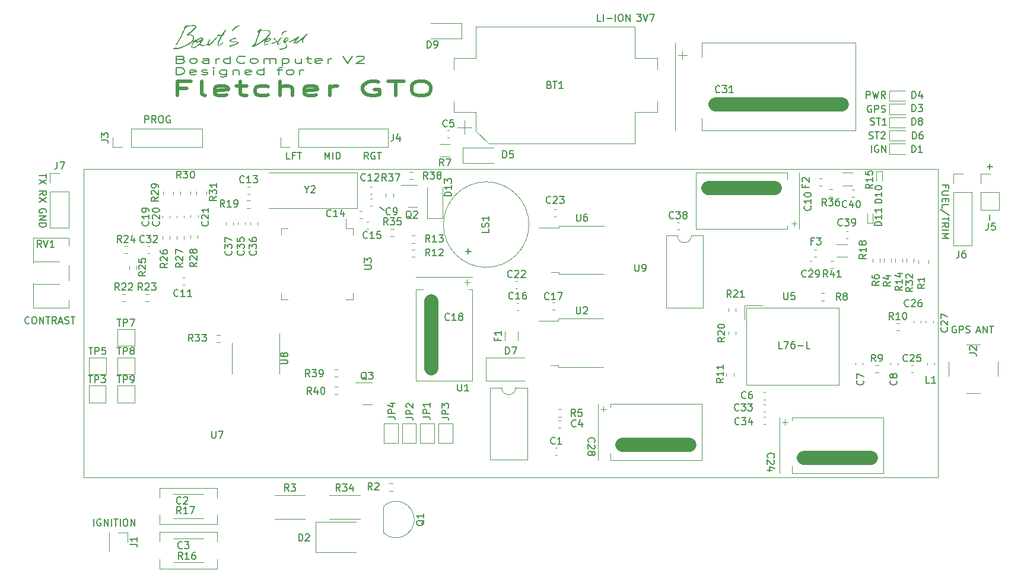
<source format=gbr>
%TF.GenerationSoftware,KiCad,Pcbnew,7.0.0-1.fc37*%
%TF.CreationDate,2023-10-17T19:49:34+02:00*%
%TF.ProjectId,boardConsolePCB,626f6172-6443-46f6-9e73-6f6c65504342,rev?*%
%TF.SameCoordinates,Original*%
%TF.FileFunction,Legend,Top*%
%TF.FilePolarity,Positive*%
%FSLAX46Y46*%
G04 Gerber Fmt 4.6, Leading zero omitted, Abs format (unit mm)*
G04 Created by KiCad (PCBNEW 7.0.0-1.fc37) date 2023-10-17 19:49:34*
%MOMM*%
%LPD*%
G01*
G04 APERTURE LIST*
%ADD10C,0.150000*%
%ADD11C,0.500000*%
%ADD12C,0.120000*%
%ADD13C,2.000000*%
G04 APERTURE END LIST*
D10*
X139900000Y-86900000D02*
X139200000Y-86400000D01*
X110865557Y-65337013D02*
X111151271Y-65384632D01*
X111151271Y-65384632D02*
X111246509Y-65432251D01*
X111246509Y-65432251D02*
X111341747Y-65527489D01*
X111341747Y-65527489D02*
X111341747Y-65670346D01*
X111341747Y-65670346D02*
X111246509Y-65765584D01*
X111246509Y-65765584D02*
X111151271Y-65813203D01*
X111151271Y-65813203D02*
X110960795Y-65860822D01*
X110960795Y-65860822D02*
X110198890Y-65860822D01*
X110198890Y-65860822D02*
X110198890Y-64860822D01*
X110198890Y-64860822D02*
X110865557Y-64860822D01*
X110865557Y-64860822D02*
X111056033Y-64908442D01*
X111056033Y-64908442D02*
X111151271Y-64956061D01*
X111151271Y-64956061D02*
X111246509Y-65051299D01*
X111246509Y-65051299D02*
X111246509Y-65146537D01*
X111246509Y-65146537D02*
X111151271Y-65241775D01*
X111151271Y-65241775D02*
X111056033Y-65289394D01*
X111056033Y-65289394D02*
X110865557Y-65337013D01*
X110865557Y-65337013D02*
X110198890Y-65337013D01*
X112484604Y-65860822D02*
X112294128Y-65813203D01*
X112294128Y-65813203D02*
X112198890Y-65765584D01*
X112198890Y-65765584D02*
X112103652Y-65670346D01*
X112103652Y-65670346D02*
X112103652Y-65384632D01*
X112103652Y-65384632D02*
X112198890Y-65289394D01*
X112198890Y-65289394D02*
X112294128Y-65241775D01*
X112294128Y-65241775D02*
X112484604Y-65194156D01*
X112484604Y-65194156D02*
X112770319Y-65194156D01*
X112770319Y-65194156D02*
X112960795Y-65241775D01*
X112960795Y-65241775D02*
X113056033Y-65289394D01*
X113056033Y-65289394D02*
X113151271Y-65384632D01*
X113151271Y-65384632D02*
X113151271Y-65670346D01*
X113151271Y-65670346D02*
X113056033Y-65765584D01*
X113056033Y-65765584D02*
X112960795Y-65813203D01*
X112960795Y-65813203D02*
X112770319Y-65860822D01*
X112770319Y-65860822D02*
X112484604Y-65860822D01*
X114865557Y-65860822D02*
X114865557Y-65337013D01*
X114865557Y-65337013D02*
X114770319Y-65241775D01*
X114770319Y-65241775D02*
X114579843Y-65194156D01*
X114579843Y-65194156D02*
X114198890Y-65194156D01*
X114198890Y-65194156D02*
X114008414Y-65241775D01*
X114865557Y-65813203D02*
X114675081Y-65860822D01*
X114675081Y-65860822D02*
X114198890Y-65860822D01*
X114198890Y-65860822D02*
X114008414Y-65813203D01*
X114008414Y-65813203D02*
X113913176Y-65717965D01*
X113913176Y-65717965D02*
X113913176Y-65622727D01*
X113913176Y-65622727D02*
X114008414Y-65527489D01*
X114008414Y-65527489D02*
X114198890Y-65479870D01*
X114198890Y-65479870D02*
X114675081Y-65479870D01*
X114675081Y-65479870D02*
X114865557Y-65432251D01*
X115817938Y-65860822D02*
X115817938Y-65194156D01*
X115817938Y-65384632D02*
X115913176Y-65289394D01*
X115913176Y-65289394D02*
X116008414Y-65241775D01*
X116008414Y-65241775D02*
X116198890Y-65194156D01*
X116198890Y-65194156D02*
X116389367Y-65194156D01*
X117913176Y-65860822D02*
X117913176Y-64860822D01*
X117913176Y-65813203D02*
X117722700Y-65860822D01*
X117722700Y-65860822D02*
X117341747Y-65860822D01*
X117341747Y-65860822D02*
X117151271Y-65813203D01*
X117151271Y-65813203D02*
X117056033Y-65765584D01*
X117056033Y-65765584D02*
X116960795Y-65670346D01*
X116960795Y-65670346D02*
X116960795Y-65384632D01*
X116960795Y-65384632D02*
X117056033Y-65289394D01*
X117056033Y-65289394D02*
X117151271Y-65241775D01*
X117151271Y-65241775D02*
X117341747Y-65194156D01*
X117341747Y-65194156D02*
X117722700Y-65194156D01*
X117722700Y-65194156D02*
X117913176Y-65241775D01*
X120008414Y-65765584D02*
X119913176Y-65813203D01*
X119913176Y-65813203D02*
X119627462Y-65860822D01*
X119627462Y-65860822D02*
X119436986Y-65860822D01*
X119436986Y-65860822D02*
X119151271Y-65813203D01*
X119151271Y-65813203D02*
X118960795Y-65717965D01*
X118960795Y-65717965D02*
X118865557Y-65622727D01*
X118865557Y-65622727D02*
X118770319Y-65432251D01*
X118770319Y-65432251D02*
X118770319Y-65289394D01*
X118770319Y-65289394D02*
X118865557Y-65098918D01*
X118865557Y-65098918D02*
X118960795Y-65003680D01*
X118960795Y-65003680D02*
X119151271Y-64908442D01*
X119151271Y-64908442D02*
X119436986Y-64860822D01*
X119436986Y-64860822D02*
X119627462Y-64860822D01*
X119627462Y-64860822D02*
X119913176Y-64908442D01*
X119913176Y-64908442D02*
X120008414Y-64956061D01*
X121151271Y-65860822D02*
X120960795Y-65813203D01*
X120960795Y-65813203D02*
X120865557Y-65765584D01*
X120865557Y-65765584D02*
X120770319Y-65670346D01*
X120770319Y-65670346D02*
X120770319Y-65384632D01*
X120770319Y-65384632D02*
X120865557Y-65289394D01*
X120865557Y-65289394D02*
X120960795Y-65241775D01*
X120960795Y-65241775D02*
X121151271Y-65194156D01*
X121151271Y-65194156D02*
X121436986Y-65194156D01*
X121436986Y-65194156D02*
X121627462Y-65241775D01*
X121627462Y-65241775D02*
X121722700Y-65289394D01*
X121722700Y-65289394D02*
X121817938Y-65384632D01*
X121817938Y-65384632D02*
X121817938Y-65670346D01*
X121817938Y-65670346D02*
X121722700Y-65765584D01*
X121722700Y-65765584D02*
X121627462Y-65813203D01*
X121627462Y-65813203D02*
X121436986Y-65860822D01*
X121436986Y-65860822D02*
X121151271Y-65860822D01*
X122675081Y-65860822D02*
X122675081Y-65194156D01*
X122675081Y-65289394D02*
X122770319Y-65241775D01*
X122770319Y-65241775D02*
X122960795Y-65194156D01*
X122960795Y-65194156D02*
X123246510Y-65194156D01*
X123246510Y-65194156D02*
X123436986Y-65241775D01*
X123436986Y-65241775D02*
X123532224Y-65337013D01*
X123532224Y-65337013D02*
X123532224Y-65860822D01*
X123532224Y-65337013D02*
X123627462Y-65241775D01*
X123627462Y-65241775D02*
X123817938Y-65194156D01*
X123817938Y-65194156D02*
X124103652Y-65194156D01*
X124103652Y-65194156D02*
X124294129Y-65241775D01*
X124294129Y-65241775D02*
X124389367Y-65337013D01*
X124389367Y-65337013D02*
X124389367Y-65860822D01*
X125341748Y-65194156D02*
X125341748Y-66194156D01*
X125341748Y-65241775D02*
X125532224Y-65194156D01*
X125532224Y-65194156D02*
X125913177Y-65194156D01*
X125913177Y-65194156D02*
X126103653Y-65241775D01*
X126103653Y-65241775D02*
X126198891Y-65289394D01*
X126198891Y-65289394D02*
X126294129Y-65384632D01*
X126294129Y-65384632D02*
X126294129Y-65670346D01*
X126294129Y-65670346D02*
X126198891Y-65765584D01*
X126198891Y-65765584D02*
X126103653Y-65813203D01*
X126103653Y-65813203D02*
X125913177Y-65860822D01*
X125913177Y-65860822D02*
X125532224Y-65860822D01*
X125532224Y-65860822D02*
X125341748Y-65813203D01*
X128008415Y-65194156D02*
X128008415Y-65860822D01*
X127151272Y-65194156D02*
X127151272Y-65717965D01*
X127151272Y-65717965D02*
X127246510Y-65813203D01*
X127246510Y-65813203D02*
X127436986Y-65860822D01*
X127436986Y-65860822D02*
X127722701Y-65860822D01*
X127722701Y-65860822D02*
X127913177Y-65813203D01*
X127913177Y-65813203D02*
X128008415Y-65765584D01*
X128675082Y-65194156D02*
X129436986Y-65194156D01*
X128960796Y-64860822D02*
X128960796Y-65717965D01*
X128960796Y-65717965D02*
X129056034Y-65813203D01*
X129056034Y-65813203D02*
X129246510Y-65860822D01*
X129246510Y-65860822D02*
X129436986Y-65860822D01*
X130865558Y-65813203D02*
X130675082Y-65860822D01*
X130675082Y-65860822D02*
X130294129Y-65860822D01*
X130294129Y-65860822D02*
X130103653Y-65813203D01*
X130103653Y-65813203D02*
X130008415Y-65717965D01*
X130008415Y-65717965D02*
X130008415Y-65337013D01*
X130008415Y-65337013D02*
X130103653Y-65241775D01*
X130103653Y-65241775D02*
X130294129Y-65194156D01*
X130294129Y-65194156D02*
X130675082Y-65194156D01*
X130675082Y-65194156D02*
X130865558Y-65241775D01*
X130865558Y-65241775D02*
X130960796Y-65337013D01*
X130960796Y-65337013D02*
X130960796Y-65432251D01*
X130960796Y-65432251D02*
X130008415Y-65527489D01*
X131817939Y-65860822D02*
X131817939Y-65194156D01*
X131817939Y-65384632D02*
X131913177Y-65289394D01*
X131913177Y-65289394D02*
X132008415Y-65241775D01*
X132008415Y-65241775D02*
X132198891Y-65194156D01*
X132198891Y-65194156D02*
X132389368Y-65194156D01*
X133970320Y-64860822D02*
X134636986Y-65860822D01*
X134636986Y-65860822D02*
X135303653Y-64860822D01*
X135875082Y-64956061D02*
X135970320Y-64908442D01*
X135970320Y-64908442D02*
X136160796Y-64860822D01*
X136160796Y-64860822D02*
X136636987Y-64860822D01*
X136636987Y-64860822D02*
X136827463Y-64908442D01*
X136827463Y-64908442D02*
X136922701Y-64956061D01*
X136922701Y-64956061D02*
X137017939Y-65051299D01*
X137017939Y-65051299D02*
X137017939Y-65146537D01*
X137017939Y-65146537D02*
X136922701Y-65289394D01*
X136922701Y-65289394D02*
X135779844Y-65860822D01*
X135779844Y-65860822D02*
X137017939Y-65860822D01*
X110198890Y-67480822D02*
X110198890Y-66480822D01*
X110198890Y-66480822D02*
X110675080Y-66480822D01*
X110675080Y-66480822D02*
X110960795Y-66528442D01*
X110960795Y-66528442D02*
X111151271Y-66623680D01*
X111151271Y-66623680D02*
X111246509Y-66718918D01*
X111246509Y-66718918D02*
X111341747Y-66909394D01*
X111341747Y-66909394D02*
X111341747Y-67052251D01*
X111341747Y-67052251D02*
X111246509Y-67242727D01*
X111246509Y-67242727D02*
X111151271Y-67337965D01*
X111151271Y-67337965D02*
X110960795Y-67433203D01*
X110960795Y-67433203D02*
X110675080Y-67480822D01*
X110675080Y-67480822D02*
X110198890Y-67480822D01*
X112960795Y-67433203D02*
X112770319Y-67480822D01*
X112770319Y-67480822D02*
X112389366Y-67480822D01*
X112389366Y-67480822D02*
X112198890Y-67433203D01*
X112198890Y-67433203D02*
X112103652Y-67337965D01*
X112103652Y-67337965D02*
X112103652Y-66957013D01*
X112103652Y-66957013D02*
X112198890Y-66861775D01*
X112198890Y-66861775D02*
X112389366Y-66814156D01*
X112389366Y-66814156D02*
X112770319Y-66814156D01*
X112770319Y-66814156D02*
X112960795Y-66861775D01*
X112960795Y-66861775D02*
X113056033Y-66957013D01*
X113056033Y-66957013D02*
X113056033Y-67052251D01*
X113056033Y-67052251D02*
X112103652Y-67147489D01*
X113817938Y-67433203D02*
X114008414Y-67480822D01*
X114008414Y-67480822D02*
X114389366Y-67480822D01*
X114389366Y-67480822D02*
X114579843Y-67433203D01*
X114579843Y-67433203D02*
X114675081Y-67337965D01*
X114675081Y-67337965D02*
X114675081Y-67290346D01*
X114675081Y-67290346D02*
X114579843Y-67195108D01*
X114579843Y-67195108D02*
X114389366Y-67147489D01*
X114389366Y-67147489D02*
X114103652Y-67147489D01*
X114103652Y-67147489D02*
X113913176Y-67099870D01*
X113913176Y-67099870D02*
X113817938Y-67004632D01*
X113817938Y-67004632D02*
X113817938Y-66957013D01*
X113817938Y-66957013D02*
X113913176Y-66861775D01*
X113913176Y-66861775D02*
X114103652Y-66814156D01*
X114103652Y-66814156D02*
X114389366Y-66814156D01*
X114389366Y-66814156D02*
X114579843Y-66861775D01*
X115532224Y-67480822D02*
X115532224Y-66814156D01*
X115532224Y-66480822D02*
X115436986Y-66528442D01*
X115436986Y-66528442D02*
X115532224Y-66576061D01*
X115532224Y-66576061D02*
X115627462Y-66528442D01*
X115627462Y-66528442D02*
X115532224Y-66480822D01*
X115532224Y-66480822D02*
X115532224Y-66576061D01*
X117341748Y-66814156D02*
X117341748Y-67623680D01*
X117341748Y-67623680D02*
X117246510Y-67718918D01*
X117246510Y-67718918D02*
X117151272Y-67766537D01*
X117151272Y-67766537D02*
X116960795Y-67814156D01*
X116960795Y-67814156D02*
X116675081Y-67814156D01*
X116675081Y-67814156D02*
X116484605Y-67766537D01*
X117341748Y-67433203D02*
X117151272Y-67480822D01*
X117151272Y-67480822D02*
X116770319Y-67480822D01*
X116770319Y-67480822D02*
X116579843Y-67433203D01*
X116579843Y-67433203D02*
X116484605Y-67385584D01*
X116484605Y-67385584D02*
X116389367Y-67290346D01*
X116389367Y-67290346D02*
X116389367Y-67004632D01*
X116389367Y-67004632D02*
X116484605Y-66909394D01*
X116484605Y-66909394D02*
X116579843Y-66861775D01*
X116579843Y-66861775D02*
X116770319Y-66814156D01*
X116770319Y-66814156D02*
X117151272Y-66814156D01*
X117151272Y-66814156D02*
X117341748Y-66861775D01*
X118294129Y-66814156D02*
X118294129Y-67480822D01*
X118294129Y-66909394D02*
X118389367Y-66861775D01*
X118389367Y-66861775D02*
X118579843Y-66814156D01*
X118579843Y-66814156D02*
X118865558Y-66814156D01*
X118865558Y-66814156D02*
X119056034Y-66861775D01*
X119056034Y-66861775D02*
X119151272Y-66957013D01*
X119151272Y-66957013D02*
X119151272Y-67480822D01*
X120865558Y-67433203D02*
X120675082Y-67480822D01*
X120675082Y-67480822D02*
X120294129Y-67480822D01*
X120294129Y-67480822D02*
X120103653Y-67433203D01*
X120103653Y-67433203D02*
X120008415Y-67337965D01*
X120008415Y-67337965D02*
X120008415Y-66957013D01*
X120008415Y-66957013D02*
X120103653Y-66861775D01*
X120103653Y-66861775D02*
X120294129Y-66814156D01*
X120294129Y-66814156D02*
X120675082Y-66814156D01*
X120675082Y-66814156D02*
X120865558Y-66861775D01*
X120865558Y-66861775D02*
X120960796Y-66957013D01*
X120960796Y-66957013D02*
X120960796Y-67052251D01*
X120960796Y-67052251D02*
X120008415Y-67147489D01*
X122675082Y-67480822D02*
X122675082Y-66480822D01*
X122675082Y-67433203D02*
X122484606Y-67480822D01*
X122484606Y-67480822D02*
X122103653Y-67480822D01*
X122103653Y-67480822D02*
X121913177Y-67433203D01*
X121913177Y-67433203D02*
X121817939Y-67385584D01*
X121817939Y-67385584D02*
X121722701Y-67290346D01*
X121722701Y-67290346D02*
X121722701Y-67004632D01*
X121722701Y-67004632D02*
X121817939Y-66909394D01*
X121817939Y-66909394D02*
X121913177Y-66861775D01*
X121913177Y-66861775D02*
X122103653Y-66814156D01*
X122103653Y-66814156D02*
X122484606Y-66814156D01*
X122484606Y-66814156D02*
X122675082Y-66861775D01*
X124541749Y-66814156D02*
X125303653Y-66814156D01*
X124827463Y-67480822D02*
X124827463Y-66623680D01*
X124827463Y-66623680D02*
X124922701Y-66528442D01*
X124922701Y-66528442D02*
X125113177Y-66480822D01*
X125113177Y-66480822D02*
X125303653Y-66480822D01*
X126256034Y-67480822D02*
X126065558Y-67433203D01*
X126065558Y-67433203D02*
X125970320Y-67385584D01*
X125970320Y-67385584D02*
X125875082Y-67290346D01*
X125875082Y-67290346D02*
X125875082Y-67004632D01*
X125875082Y-67004632D02*
X125970320Y-66909394D01*
X125970320Y-66909394D02*
X126065558Y-66861775D01*
X126065558Y-66861775D02*
X126256034Y-66814156D01*
X126256034Y-66814156D02*
X126541749Y-66814156D01*
X126541749Y-66814156D02*
X126732225Y-66861775D01*
X126732225Y-66861775D02*
X126827463Y-66909394D01*
X126827463Y-66909394D02*
X126922701Y-67004632D01*
X126922701Y-67004632D02*
X126922701Y-67290346D01*
X126922701Y-67290346D02*
X126827463Y-67385584D01*
X126827463Y-67385584D02*
X126732225Y-67433203D01*
X126732225Y-67433203D02*
X126541749Y-67480822D01*
X126541749Y-67480822D02*
X126256034Y-67480822D01*
X127779844Y-67480822D02*
X127779844Y-66814156D01*
X127779844Y-67004632D02*
X127875082Y-66909394D01*
X127875082Y-66909394D02*
X127970320Y-66861775D01*
X127970320Y-66861775D02*
X128160796Y-66814156D01*
X128160796Y-66814156D02*
X128351273Y-66814156D01*
D11*
X111685714Y-69417142D02*
X110352380Y-69417142D01*
X110352380Y-70464761D02*
X110352380Y-68464761D01*
X110352380Y-68464761D02*
X112257142Y-68464761D01*
X114352380Y-70464761D02*
X113971428Y-70369523D01*
X113971428Y-70369523D02*
X113780951Y-70179047D01*
X113780951Y-70179047D02*
X113780951Y-68464761D01*
X117399999Y-70369523D02*
X117019047Y-70464761D01*
X117019047Y-70464761D02*
X116257142Y-70464761D01*
X116257142Y-70464761D02*
X115876189Y-70369523D01*
X115876189Y-70369523D02*
X115685713Y-70179047D01*
X115685713Y-70179047D02*
X115685713Y-69417142D01*
X115685713Y-69417142D02*
X115876189Y-69226666D01*
X115876189Y-69226666D02*
X116257142Y-69131428D01*
X116257142Y-69131428D02*
X117019047Y-69131428D01*
X117019047Y-69131428D02*
X117399999Y-69226666D01*
X117399999Y-69226666D02*
X117590475Y-69417142D01*
X117590475Y-69417142D02*
X117590475Y-69607619D01*
X117590475Y-69607619D02*
X115685713Y-69798095D01*
X118733332Y-69131428D02*
X120257141Y-69131428D01*
X119304760Y-68464761D02*
X119304760Y-70179047D01*
X119304760Y-70179047D02*
X119495237Y-70369523D01*
X119495237Y-70369523D02*
X119876189Y-70464761D01*
X119876189Y-70464761D02*
X120257141Y-70464761D01*
X123304760Y-70369523D02*
X122923808Y-70464761D01*
X122923808Y-70464761D02*
X122161903Y-70464761D01*
X122161903Y-70464761D02*
X121780951Y-70369523D01*
X121780951Y-70369523D02*
X121590474Y-70274285D01*
X121590474Y-70274285D02*
X121399998Y-70083809D01*
X121399998Y-70083809D02*
X121399998Y-69512380D01*
X121399998Y-69512380D02*
X121590474Y-69321904D01*
X121590474Y-69321904D02*
X121780951Y-69226666D01*
X121780951Y-69226666D02*
X122161903Y-69131428D01*
X122161903Y-69131428D02*
X122923808Y-69131428D01*
X122923808Y-69131428D02*
X123304760Y-69226666D01*
X125019045Y-70464761D02*
X125019045Y-68464761D01*
X126733331Y-70464761D02*
X126733331Y-69417142D01*
X126733331Y-69417142D02*
X126542855Y-69226666D01*
X126542855Y-69226666D02*
X126161903Y-69131428D01*
X126161903Y-69131428D02*
X125590474Y-69131428D01*
X125590474Y-69131428D02*
X125209522Y-69226666D01*
X125209522Y-69226666D02*
X125019045Y-69321904D01*
X130161903Y-70369523D02*
X129780951Y-70464761D01*
X129780951Y-70464761D02*
X129019046Y-70464761D01*
X129019046Y-70464761D02*
X128638093Y-70369523D01*
X128638093Y-70369523D02*
X128447617Y-70179047D01*
X128447617Y-70179047D02*
X128447617Y-69417142D01*
X128447617Y-69417142D02*
X128638093Y-69226666D01*
X128638093Y-69226666D02*
X129019046Y-69131428D01*
X129019046Y-69131428D02*
X129780951Y-69131428D01*
X129780951Y-69131428D02*
X130161903Y-69226666D01*
X130161903Y-69226666D02*
X130352379Y-69417142D01*
X130352379Y-69417142D02*
X130352379Y-69607619D01*
X130352379Y-69607619D02*
X128447617Y-69798095D01*
X132066664Y-70464761D02*
X132066664Y-69131428D01*
X132066664Y-69512380D02*
X132257141Y-69321904D01*
X132257141Y-69321904D02*
X132447617Y-69226666D01*
X132447617Y-69226666D02*
X132828569Y-69131428D01*
X132828569Y-69131428D02*
X133209522Y-69131428D01*
X139038093Y-68560000D02*
X138657140Y-68464761D01*
X138657140Y-68464761D02*
X138085712Y-68464761D01*
X138085712Y-68464761D02*
X137514283Y-68560000D01*
X137514283Y-68560000D02*
X137133331Y-68750476D01*
X137133331Y-68750476D02*
X136942854Y-68940952D01*
X136942854Y-68940952D02*
X136752378Y-69321904D01*
X136752378Y-69321904D02*
X136752378Y-69607619D01*
X136752378Y-69607619D02*
X136942854Y-69988571D01*
X136942854Y-69988571D02*
X137133331Y-70179047D01*
X137133331Y-70179047D02*
X137514283Y-70369523D01*
X137514283Y-70369523D02*
X138085712Y-70464761D01*
X138085712Y-70464761D02*
X138466664Y-70464761D01*
X138466664Y-70464761D02*
X139038093Y-70369523D01*
X139038093Y-70369523D02*
X139228569Y-70274285D01*
X139228569Y-70274285D02*
X139228569Y-69607619D01*
X139228569Y-69607619D02*
X138466664Y-69607619D01*
X140371426Y-68464761D02*
X142657140Y-68464761D01*
X141514283Y-70464761D02*
X141514283Y-68464761D01*
X144752378Y-68464761D02*
X145514283Y-68464761D01*
X145514283Y-68464761D02*
X145895235Y-68560000D01*
X145895235Y-68560000D02*
X146276188Y-68750476D01*
X146276188Y-68750476D02*
X146466664Y-69131428D01*
X146466664Y-69131428D02*
X146466664Y-69798095D01*
X146466664Y-69798095D02*
X146276188Y-70179047D01*
X146276188Y-70179047D02*
X145895235Y-70369523D01*
X145895235Y-70369523D02*
X145514283Y-70464761D01*
X145514283Y-70464761D02*
X144752378Y-70464761D01*
X144752378Y-70464761D02*
X144371426Y-70369523D01*
X144371426Y-70369523D02*
X143990473Y-70179047D01*
X143990473Y-70179047D02*
X143799997Y-69798095D01*
X143799997Y-69798095D02*
X143799997Y-69131428D01*
X143799997Y-69131428D02*
X143990473Y-68750476D01*
X143990473Y-68750476D02*
X144371426Y-68560000D01*
X144371426Y-68560000D02*
X144752378Y-68464761D01*
D10*
%TO.C,C11*%
X110457142Y-99072142D02*
X110409523Y-99119761D01*
X110409523Y-99119761D02*
X110266666Y-99167380D01*
X110266666Y-99167380D02*
X110171428Y-99167380D01*
X110171428Y-99167380D02*
X110028571Y-99119761D01*
X110028571Y-99119761D02*
X109933333Y-99024523D01*
X109933333Y-99024523D02*
X109885714Y-98929285D01*
X109885714Y-98929285D02*
X109838095Y-98738809D01*
X109838095Y-98738809D02*
X109838095Y-98595952D01*
X109838095Y-98595952D02*
X109885714Y-98405476D01*
X109885714Y-98405476D02*
X109933333Y-98310238D01*
X109933333Y-98310238D02*
X110028571Y-98215000D01*
X110028571Y-98215000D02*
X110171428Y-98167380D01*
X110171428Y-98167380D02*
X110266666Y-98167380D01*
X110266666Y-98167380D02*
X110409523Y-98215000D01*
X110409523Y-98215000D02*
X110457142Y-98262619D01*
X111409523Y-99167380D02*
X110838095Y-99167380D01*
X111123809Y-99167380D02*
X111123809Y-98167380D01*
X111123809Y-98167380D02*
X111028571Y-98310238D01*
X111028571Y-98310238D02*
X110933333Y-98405476D01*
X110933333Y-98405476D02*
X110838095Y-98453095D01*
X112361904Y-99167380D02*
X111790476Y-99167380D01*
X112076190Y-99167380D02*
X112076190Y-98167380D01*
X112076190Y-98167380D02*
X111980952Y-98310238D01*
X111980952Y-98310238D02*
X111885714Y-98405476D01*
X111885714Y-98405476D02*
X111790476Y-98453095D01*
%TO.C,R41*%
X203132142Y-96397380D02*
X202798809Y-95921190D01*
X202560714Y-96397380D02*
X202560714Y-95397380D01*
X202560714Y-95397380D02*
X202941666Y-95397380D01*
X202941666Y-95397380D02*
X203036904Y-95445000D01*
X203036904Y-95445000D02*
X203084523Y-95492619D01*
X203084523Y-95492619D02*
X203132142Y-95587857D01*
X203132142Y-95587857D02*
X203132142Y-95730714D01*
X203132142Y-95730714D02*
X203084523Y-95825952D01*
X203084523Y-95825952D02*
X203036904Y-95873571D01*
X203036904Y-95873571D02*
X202941666Y-95921190D01*
X202941666Y-95921190D02*
X202560714Y-95921190D01*
X203989285Y-95730714D02*
X203989285Y-96397380D01*
X203751190Y-95349761D02*
X203513095Y-96064047D01*
X203513095Y-96064047D02*
X204132142Y-96064047D01*
X205036904Y-96397380D02*
X204465476Y-96397380D01*
X204751190Y-96397380D02*
X204751190Y-95397380D01*
X204751190Y-95397380D02*
X204655952Y-95540238D01*
X204655952Y-95540238D02*
X204560714Y-95635476D01*
X204560714Y-95635476D02*
X204465476Y-95683095D01*
%TO.C,R36*%
X202932142Y-86197380D02*
X202598809Y-85721190D01*
X202360714Y-86197380D02*
X202360714Y-85197380D01*
X202360714Y-85197380D02*
X202741666Y-85197380D01*
X202741666Y-85197380D02*
X202836904Y-85245000D01*
X202836904Y-85245000D02*
X202884523Y-85292619D01*
X202884523Y-85292619D02*
X202932142Y-85387857D01*
X202932142Y-85387857D02*
X202932142Y-85530714D01*
X202932142Y-85530714D02*
X202884523Y-85625952D01*
X202884523Y-85625952D02*
X202836904Y-85673571D01*
X202836904Y-85673571D02*
X202741666Y-85721190D01*
X202741666Y-85721190D02*
X202360714Y-85721190D01*
X203265476Y-85197380D02*
X203884523Y-85197380D01*
X203884523Y-85197380D02*
X203551190Y-85578333D01*
X203551190Y-85578333D02*
X203694047Y-85578333D01*
X203694047Y-85578333D02*
X203789285Y-85625952D01*
X203789285Y-85625952D02*
X203836904Y-85673571D01*
X203836904Y-85673571D02*
X203884523Y-85768809D01*
X203884523Y-85768809D02*
X203884523Y-86006904D01*
X203884523Y-86006904D02*
X203836904Y-86102142D01*
X203836904Y-86102142D02*
X203789285Y-86149761D01*
X203789285Y-86149761D02*
X203694047Y-86197380D01*
X203694047Y-86197380D02*
X203408333Y-86197380D01*
X203408333Y-86197380D02*
X203313095Y-86149761D01*
X203313095Y-86149761D02*
X203265476Y-86102142D01*
X204741666Y-85197380D02*
X204551190Y-85197380D01*
X204551190Y-85197380D02*
X204455952Y-85245000D01*
X204455952Y-85245000D02*
X204408333Y-85292619D01*
X204408333Y-85292619D02*
X204313095Y-85435476D01*
X204313095Y-85435476D02*
X204265476Y-85625952D01*
X204265476Y-85625952D02*
X204265476Y-86006904D01*
X204265476Y-86006904D02*
X204313095Y-86102142D01*
X204313095Y-86102142D02*
X204360714Y-86149761D01*
X204360714Y-86149761D02*
X204455952Y-86197380D01*
X204455952Y-86197380D02*
X204646428Y-86197380D01*
X204646428Y-86197380D02*
X204741666Y-86149761D01*
X204741666Y-86149761D02*
X204789285Y-86102142D01*
X204789285Y-86102142D02*
X204836904Y-86006904D01*
X204836904Y-86006904D02*
X204836904Y-85768809D01*
X204836904Y-85768809D02*
X204789285Y-85673571D01*
X204789285Y-85673571D02*
X204741666Y-85625952D01*
X204741666Y-85625952D02*
X204646428Y-85578333D01*
X204646428Y-85578333D02*
X204455952Y-85578333D01*
X204455952Y-85578333D02*
X204360714Y-85625952D01*
X204360714Y-85625952D02*
X204313095Y-85673571D01*
X204313095Y-85673571D02*
X204265476Y-85768809D01*
%TO.C,C29*%
X200057142Y-96302142D02*
X200009523Y-96349761D01*
X200009523Y-96349761D02*
X199866666Y-96397380D01*
X199866666Y-96397380D02*
X199771428Y-96397380D01*
X199771428Y-96397380D02*
X199628571Y-96349761D01*
X199628571Y-96349761D02*
X199533333Y-96254523D01*
X199533333Y-96254523D02*
X199485714Y-96159285D01*
X199485714Y-96159285D02*
X199438095Y-95968809D01*
X199438095Y-95968809D02*
X199438095Y-95825952D01*
X199438095Y-95825952D02*
X199485714Y-95635476D01*
X199485714Y-95635476D02*
X199533333Y-95540238D01*
X199533333Y-95540238D02*
X199628571Y-95445000D01*
X199628571Y-95445000D02*
X199771428Y-95397380D01*
X199771428Y-95397380D02*
X199866666Y-95397380D01*
X199866666Y-95397380D02*
X200009523Y-95445000D01*
X200009523Y-95445000D02*
X200057142Y-95492619D01*
X200438095Y-95492619D02*
X200485714Y-95445000D01*
X200485714Y-95445000D02*
X200580952Y-95397380D01*
X200580952Y-95397380D02*
X200819047Y-95397380D01*
X200819047Y-95397380D02*
X200914285Y-95445000D01*
X200914285Y-95445000D02*
X200961904Y-95492619D01*
X200961904Y-95492619D02*
X201009523Y-95587857D01*
X201009523Y-95587857D02*
X201009523Y-95683095D01*
X201009523Y-95683095D02*
X200961904Y-95825952D01*
X200961904Y-95825952D02*
X200390476Y-96397380D01*
X200390476Y-96397380D02*
X201009523Y-96397380D01*
X201485714Y-96397380D02*
X201676190Y-96397380D01*
X201676190Y-96397380D02*
X201771428Y-96349761D01*
X201771428Y-96349761D02*
X201819047Y-96302142D01*
X201819047Y-96302142D02*
X201914285Y-96159285D01*
X201914285Y-96159285D02*
X201961904Y-95968809D01*
X201961904Y-95968809D02*
X201961904Y-95587857D01*
X201961904Y-95587857D02*
X201914285Y-95492619D01*
X201914285Y-95492619D02*
X201866666Y-95445000D01*
X201866666Y-95445000D02*
X201771428Y-95397380D01*
X201771428Y-95397380D02*
X201580952Y-95397380D01*
X201580952Y-95397380D02*
X201485714Y-95445000D01*
X201485714Y-95445000D02*
X201438095Y-95492619D01*
X201438095Y-95492619D02*
X201390476Y-95587857D01*
X201390476Y-95587857D02*
X201390476Y-95825952D01*
X201390476Y-95825952D02*
X201438095Y-95921190D01*
X201438095Y-95921190D02*
X201485714Y-95968809D01*
X201485714Y-95968809D02*
X201580952Y-96016428D01*
X201580952Y-96016428D02*
X201771428Y-96016428D01*
X201771428Y-96016428D02*
X201866666Y-95968809D01*
X201866666Y-95968809D02*
X201914285Y-95921190D01*
X201914285Y-95921190D02*
X201961904Y-95825952D01*
%TO.C,R35*%
X140357142Y-88937380D02*
X140023809Y-88461190D01*
X139785714Y-88937380D02*
X139785714Y-87937380D01*
X139785714Y-87937380D02*
X140166666Y-87937380D01*
X140166666Y-87937380D02*
X140261904Y-87985000D01*
X140261904Y-87985000D02*
X140309523Y-88032619D01*
X140309523Y-88032619D02*
X140357142Y-88127857D01*
X140357142Y-88127857D02*
X140357142Y-88270714D01*
X140357142Y-88270714D02*
X140309523Y-88365952D01*
X140309523Y-88365952D02*
X140261904Y-88413571D01*
X140261904Y-88413571D02*
X140166666Y-88461190D01*
X140166666Y-88461190D02*
X139785714Y-88461190D01*
X140690476Y-87937380D02*
X141309523Y-87937380D01*
X141309523Y-87937380D02*
X140976190Y-88318333D01*
X140976190Y-88318333D02*
X141119047Y-88318333D01*
X141119047Y-88318333D02*
X141214285Y-88365952D01*
X141214285Y-88365952D02*
X141261904Y-88413571D01*
X141261904Y-88413571D02*
X141309523Y-88508809D01*
X141309523Y-88508809D02*
X141309523Y-88746904D01*
X141309523Y-88746904D02*
X141261904Y-88842142D01*
X141261904Y-88842142D02*
X141214285Y-88889761D01*
X141214285Y-88889761D02*
X141119047Y-88937380D01*
X141119047Y-88937380D02*
X140833333Y-88937380D01*
X140833333Y-88937380D02*
X140738095Y-88889761D01*
X140738095Y-88889761D02*
X140690476Y-88842142D01*
X142214285Y-87937380D02*
X141738095Y-87937380D01*
X141738095Y-87937380D02*
X141690476Y-88413571D01*
X141690476Y-88413571D02*
X141738095Y-88365952D01*
X141738095Y-88365952D02*
X141833333Y-88318333D01*
X141833333Y-88318333D02*
X142071428Y-88318333D01*
X142071428Y-88318333D02*
X142166666Y-88365952D01*
X142166666Y-88365952D02*
X142214285Y-88413571D01*
X142214285Y-88413571D02*
X142261904Y-88508809D01*
X142261904Y-88508809D02*
X142261904Y-88746904D01*
X142261904Y-88746904D02*
X142214285Y-88842142D01*
X142214285Y-88842142D02*
X142166666Y-88889761D01*
X142166666Y-88889761D02*
X142071428Y-88937380D01*
X142071428Y-88937380D02*
X141833333Y-88937380D01*
X141833333Y-88937380D02*
X141738095Y-88889761D01*
X141738095Y-88889761D02*
X141690476Y-88842142D01*
%TO.C,C28*%
X169027857Y-119957142D02*
X168980238Y-119909523D01*
X168980238Y-119909523D02*
X168932619Y-119766666D01*
X168932619Y-119766666D02*
X168932619Y-119671428D01*
X168932619Y-119671428D02*
X168980238Y-119528571D01*
X168980238Y-119528571D02*
X169075476Y-119433333D01*
X169075476Y-119433333D02*
X169170714Y-119385714D01*
X169170714Y-119385714D02*
X169361190Y-119338095D01*
X169361190Y-119338095D02*
X169504047Y-119338095D01*
X169504047Y-119338095D02*
X169694523Y-119385714D01*
X169694523Y-119385714D02*
X169789761Y-119433333D01*
X169789761Y-119433333D02*
X169885000Y-119528571D01*
X169885000Y-119528571D02*
X169932619Y-119671428D01*
X169932619Y-119671428D02*
X169932619Y-119766666D01*
X169932619Y-119766666D02*
X169885000Y-119909523D01*
X169885000Y-119909523D02*
X169837380Y-119957142D01*
X169837380Y-120338095D02*
X169885000Y-120385714D01*
X169885000Y-120385714D02*
X169932619Y-120480952D01*
X169932619Y-120480952D02*
X169932619Y-120719047D01*
X169932619Y-120719047D02*
X169885000Y-120814285D01*
X169885000Y-120814285D02*
X169837380Y-120861904D01*
X169837380Y-120861904D02*
X169742142Y-120909523D01*
X169742142Y-120909523D02*
X169646904Y-120909523D01*
X169646904Y-120909523D02*
X169504047Y-120861904D01*
X169504047Y-120861904D02*
X168932619Y-120290476D01*
X168932619Y-120290476D02*
X168932619Y-120909523D01*
X169504047Y-121480952D02*
X169551666Y-121385714D01*
X169551666Y-121385714D02*
X169599285Y-121338095D01*
X169599285Y-121338095D02*
X169694523Y-121290476D01*
X169694523Y-121290476D02*
X169742142Y-121290476D01*
X169742142Y-121290476D02*
X169837380Y-121338095D01*
X169837380Y-121338095D02*
X169885000Y-121385714D01*
X169885000Y-121385714D02*
X169932619Y-121480952D01*
X169932619Y-121480952D02*
X169932619Y-121671428D01*
X169932619Y-121671428D02*
X169885000Y-121766666D01*
X169885000Y-121766666D02*
X169837380Y-121814285D01*
X169837380Y-121814285D02*
X169742142Y-121861904D01*
X169742142Y-121861904D02*
X169694523Y-121861904D01*
X169694523Y-121861904D02*
X169599285Y-121814285D01*
X169599285Y-121814285D02*
X169551666Y-121766666D01*
X169551666Y-121766666D02*
X169504047Y-121671428D01*
X169504047Y-121671428D02*
X169504047Y-121480952D01*
X169504047Y-121480952D02*
X169456428Y-121385714D01*
X169456428Y-121385714D02*
X169408809Y-121338095D01*
X169408809Y-121338095D02*
X169313571Y-121290476D01*
X169313571Y-121290476D02*
X169123095Y-121290476D01*
X169123095Y-121290476D02*
X169027857Y-121338095D01*
X169027857Y-121338095D02*
X168980238Y-121385714D01*
X168980238Y-121385714D02*
X168932619Y-121480952D01*
X168932619Y-121480952D02*
X168932619Y-121671428D01*
X168932619Y-121671428D02*
X168980238Y-121766666D01*
X168980238Y-121766666D02*
X169027857Y-121814285D01*
X169027857Y-121814285D02*
X169123095Y-121861904D01*
X169123095Y-121861904D02*
X169313571Y-121861904D01*
X169313571Y-121861904D02*
X169408809Y-121814285D01*
X169408809Y-121814285D02*
X169456428Y-121766666D01*
X169456428Y-121766666D02*
X169504047Y-121671428D01*
%TO.C,C10*%
X200672142Y-86242857D02*
X200719761Y-86290476D01*
X200719761Y-86290476D02*
X200767380Y-86433333D01*
X200767380Y-86433333D02*
X200767380Y-86528571D01*
X200767380Y-86528571D02*
X200719761Y-86671428D01*
X200719761Y-86671428D02*
X200624523Y-86766666D01*
X200624523Y-86766666D02*
X200529285Y-86814285D01*
X200529285Y-86814285D02*
X200338809Y-86861904D01*
X200338809Y-86861904D02*
X200195952Y-86861904D01*
X200195952Y-86861904D02*
X200005476Y-86814285D01*
X200005476Y-86814285D02*
X199910238Y-86766666D01*
X199910238Y-86766666D02*
X199815000Y-86671428D01*
X199815000Y-86671428D02*
X199767380Y-86528571D01*
X199767380Y-86528571D02*
X199767380Y-86433333D01*
X199767380Y-86433333D02*
X199815000Y-86290476D01*
X199815000Y-86290476D02*
X199862619Y-86242857D01*
X200767380Y-85290476D02*
X200767380Y-85861904D01*
X200767380Y-85576190D02*
X199767380Y-85576190D01*
X199767380Y-85576190D02*
X199910238Y-85671428D01*
X199910238Y-85671428D02*
X200005476Y-85766666D01*
X200005476Y-85766666D02*
X200053095Y-85861904D01*
X199767380Y-84671428D02*
X199767380Y-84576190D01*
X199767380Y-84576190D02*
X199815000Y-84480952D01*
X199815000Y-84480952D02*
X199862619Y-84433333D01*
X199862619Y-84433333D02*
X199957857Y-84385714D01*
X199957857Y-84385714D02*
X200148333Y-84338095D01*
X200148333Y-84338095D02*
X200386428Y-84338095D01*
X200386428Y-84338095D02*
X200576904Y-84385714D01*
X200576904Y-84385714D02*
X200672142Y-84433333D01*
X200672142Y-84433333D02*
X200719761Y-84480952D01*
X200719761Y-84480952D02*
X200767380Y-84576190D01*
X200767380Y-84576190D02*
X200767380Y-84671428D01*
X200767380Y-84671428D02*
X200719761Y-84766666D01*
X200719761Y-84766666D02*
X200672142Y-84814285D01*
X200672142Y-84814285D02*
X200576904Y-84861904D01*
X200576904Y-84861904D02*
X200386428Y-84909523D01*
X200386428Y-84909523D02*
X200148333Y-84909523D01*
X200148333Y-84909523D02*
X199957857Y-84861904D01*
X199957857Y-84861904D02*
X199862619Y-84814285D01*
X199862619Y-84814285D02*
X199815000Y-84766666D01*
X199815000Y-84766666D02*
X199767380Y-84671428D01*
%TO.C,C31*%
X187757142Y-69972142D02*
X187709523Y-70019761D01*
X187709523Y-70019761D02*
X187566666Y-70067380D01*
X187566666Y-70067380D02*
X187471428Y-70067380D01*
X187471428Y-70067380D02*
X187328571Y-70019761D01*
X187328571Y-70019761D02*
X187233333Y-69924523D01*
X187233333Y-69924523D02*
X187185714Y-69829285D01*
X187185714Y-69829285D02*
X187138095Y-69638809D01*
X187138095Y-69638809D02*
X187138095Y-69495952D01*
X187138095Y-69495952D02*
X187185714Y-69305476D01*
X187185714Y-69305476D02*
X187233333Y-69210238D01*
X187233333Y-69210238D02*
X187328571Y-69115000D01*
X187328571Y-69115000D02*
X187471428Y-69067380D01*
X187471428Y-69067380D02*
X187566666Y-69067380D01*
X187566666Y-69067380D02*
X187709523Y-69115000D01*
X187709523Y-69115000D02*
X187757142Y-69162619D01*
X188090476Y-69067380D02*
X188709523Y-69067380D01*
X188709523Y-69067380D02*
X188376190Y-69448333D01*
X188376190Y-69448333D02*
X188519047Y-69448333D01*
X188519047Y-69448333D02*
X188614285Y-69495952D01*
X188614285Y-69495952D02*
X188661904Y-69543571D01*
X188661904Y-69543571D02*
X188709523Y-69638809D01*
X188709523Y-69638809D02*
X188709523Y-69876904D01*
X188709523Y-69876904D02*
X188661904Y-69972142D01*
X188661904Y-69972142D02*
X188614285Y-70019761D01*
X188614285Y-70019761D02*
X188519047Y-70067380D01*
X188519047Y-70067380D02*
X188233333Y-70067380D01*
X188233333Y-70067380D02*
X188138095Y-70019761D01*
X188138095Y-70019761D02*
X188090476Y-69972142D01*
X189661904Y-70067380D02*
X189090476Y-70067380D01*
X189376190Y-70067380D02*
X189376190Y-69067380D01*
X189376190Y-69067380D02*
X189280952Y-69210238D01*
X189280952Y-69210238D02*
X189185714Y-69305476D01*
X189185714Y-69305476D02*
X189090476Y-69353095D01*
%TO.C,C24*%
X194627857Y-122157142D02*
X194580238Y-122109523D01*
X194580238Y-122109523D02*
X194532619Y-121966666D01*
X194532619Y-121966666D02*
X194532619Y-121871428D01*
X194532619Y-121871428D02*
X194580238Y-121728571D01*
X194580238Y-121728571D02*
X194675476Y-121633333D01*
X194675476Y-121633333D02*
X194770714Y-121585714D01*
X194770714Y-121585714D02*
X194961190Y-121538095D01*
X194961190Y-121538095D02*
X195104047Y-121538095D01*
X195104047Y-121538095D02*
X195294523Y-121585714D01*
X195294523Y-121585714D02*
X195389761Y-121633333D01*
X195389761Y-121633333D02*
X195485000Y-121728571D01*
X195485000Y-121728571D02*
X195532619Y-121871428D01*
X195532619Y-121871428D02*
X195532619Y-121966666D01*
X195532619Y-121966666D02*
X195485000Y-122109523D01*
X195485000Y-122109523D02*
X195437380Y-122157142D01*
X195437380Y-122538095D02*
X195485000Y-122585714D01*
X195485000Y-122585714D02*
X195532619Y-122680952D01*
X195532619Y-122680952D02*
X195532619Y-122919047D01*
X195532619Y-122919047D02*
X195485000Y-123014285D01*
X195485000Y-123014285D02*
X195437380Y-123061904D01*
X195437380Y-123061904D02*
X195342142Y-123109523D01*
X195342142Y-123109523D02*
X195246904Y-123109523D01*
X195246904Y-123109523D02*
X195104047Y-123061904D01*
X195104047Y-123061904D02*
X194532619Y-122490476D01*
X194532619Y-122490476D02*
X194532619Y-123109523D01*
X195199285Y-123966666D02*
X194532619Y-123966666D01*
X195580238Y-123728571D02*
X194865952Y-123490476D01*
X194865952Y-123490476D02*
X194865952Y-124109523D01*
%TO.C,C18*%
X149157142Y-102472142D02*
X149109523Y-102519761D01*
X149109523Y-102519761D02*
X148966666Y-102567380D01*
X148966666Y-102567380D02*
X148871428Y-102567380D01*
X148871428Y-102567380D02*
X148728571Y-102519761D01*
X148728571Y-102519761D02*
X148633333Y-102424523D01*
X148633333Y-102424523D02*
X148585714Y-102329285D01*
X148585714Y-102329285D02*
X148538095Y-102138809D01*
X148538095Y-102138809D02*
X148538095Y-101995952D01*
X148538095Y-101995952D02*
X148585714Y-101805476D01*
X148585714Y-101805476D02*
X148633333Y-101710238D01*
X148633333Y-101710238D02*
X148728571Y-101615000D01*
X148728571Y-101615000D02*
X148871428Y-101567380D01*
X148871428Y-101567380D02*
X148966666Y-101567380D01*
X148966666Y-101567380D02*
X149109523Y-101615000D01*
X149109523Y-101615000D02*
X149157142Y-101662619D01*
X150109523Y-102567380D02*
X149538095Y-102567380D01*
X149823809Y-102567380D02*
X149823809Y-101567380D01*
X149823809Y-101567380D02*
X149728571Y-101710238D01*
X149728571Y-101710238D02*
X149633333Y-101805476D01*
X149633333Y-101805476D02*
X149538095Y-101853095D01*
X150680952Y-101995952D02*
X150585714Y-101948333D01*
X150585714Y-101948333D02*
X150538095Y-101900714D01*
X150538095Y-101900714D02*
X150490476Y-101805476D01*
X150490476Y-101805476D02*
X150490476Y-101757857D01*
X150490476Y-101757857D02*
X150538095Y-101662619D01*
X150538095Y-101662619D02*
X150585714Y-101615000D01*
X150585714Y-101615000D02*
X150680952Y-101567380D01*
X150680952Y-101567380D02*
X150871428Y-101567380D01*
X150871428Y-101567380D02*
X150966666Y-101615000D01*
X150966666Y-101615000D02*
X151014285Y-101662619D01*
X151014285Y-101662619D02*
X151061904Y-101757857D01*
X151061904Y-101757857D02*
X151061904Y-101805476D01*
X151061904Y-101805476D02*
X151014285Y-101900714D01*
X151014285Y-101900714D02*
X150966666Y-101948333D01*
X150966666Y-101948333D02*
X150871428Y-101995952D01*
X150871428Y-101995952D02*
X150680952Y-101995952D01*
X150680952Y-101995952D02*
X150585714Y-102043571D01*
X150585714Y-102043571D02*
X150538095Y-102091190D01*
X150538095Y-102091190D02*
X150490476Y-102186428D01*
X150490476Y-102186428D02*
X150490476Y-102376904D01*
X150490476Y-102376904D02*
X150538095Y-102472142D01*
X150538095Y-102472142D02*
X150585714Y-102519761D01*
X150585714Y-102519761D02*
X150680952Y-102567380D01*
X150680952Y-102567380D02*
X150871428Y-102567380D01*
X150871428Y-102567380D02*
X150966666Y-102519761D01*
X150966666Y-102519761D02*
X151014285Y-102472142D01*
X151014285Y-102472142D02*
X151061904Y-102376904D01*
X151061904Y-102376904D02*
X151061904Y-102186428D01*
X151061904Y-102186428D02*
X151014285Y-102091190D01*
X151014285Y-102091190D02*
X150966666Y-102043571D01*
X150966666Y-102043571D02*
X150871428Y-101995952D01*
%TO.C,D1*%
X215136905Y-78567380D02*
X215136905Y-77567380D01*
X215136905Y-77567380D02*
X215375000Y-77567380D01*
X215375000Y-77567380D02*
X215517857Y-77615000D01*
X215517857Y-77615000D02*
X215613095Y-77710238D01*
X215613095Y-77710238D02*
X215660714Y-77805476D01*
X215660714Y-77805476D02*
X215708333Y-77995952D01*
X215708333Y-77995952D02*
X215708333Y-78138809D01*
X215708333Y-78138809D02*
X215660714Y-78329285D01*
X215660714Y-78329285D02*
X215613095Y-78424523D01*
X215613095Y-78424523D02*
X215517857Y-78519761D01*
X215517857Y-78519761D02*
X215375000Y-78567380D01*
X215375000Y-78567380D02*
X215136905Y-78567380D01*
X216660714Y-78567380D02*
X216089286Y-78567380D01*
X216375000Y-78567380D02*
X216375000Y-77567380D01*
X216375000Y-77567380D02*
X216279762Y-77710238D01*
X216279762Y-77710238D02*
X216184524Y-77805476D01*
X216184524Y-77805476D02*
X216089286Y-77853095D01*
X209363691Y-78567380D02*
X209363691Y-77567380D01*
X210363690Y-77615000D02*
X210268452Y-77567380D01*
X210268452Y-77567380D02*
X210125595Y-77567380D01*
X210125595Y-77567380D02*
X209982738Y-77615000D01*
X209982738Y-77615000D02*
X209887500Y-77710238D01*
X209887500Y-77710238D02*
X209839881Y-77805476D01*
X209839881Y-77805476D02*
X209792262Y-77995952D01*
X209792262Y-77995952D02*
X209792262Y-78138809D01*
X209792262Y-78138809D02*
X209839881Y-78329285D01*
X209839881Y-78329285D02*
X209887500Y-78424523D01*
X209887500Y-78424523D02*
X209982738Y-78519761D01*
X209982738Y-78519761D02*
X210125595Y-78567380D01*
X210125595Y-78567380D02*
X210220833Y-78567380D01*
X210220833Y-78567380D02*
X210363690Y-78519761D01*
X210363690Y-78519761D02*
X210411309Y-78472142D01*
X210411309Y-78472142D02*
X210411309Y-78138809D01*
X210411309Y-78138809D02*
X210220833Y-78138809D01*
X210839881Y-78567380D02*
X210839881Y-77567380D01*
X210839881Y-77567380D02*
X211411309Y-78567380D01*
X211411309Y-78567380D02*
X211411309Y-77567380D01*
%TO.C,R27*%
X111117380Y-94380357D02*
X110641190Y-94713690D01*
X111117380Y-94951785D02*
X110117380Y-94951785D01*
X110117380Y-94951785D02*
X110117380Y-94570833D01*
X110117380Y-94570833D02*
X110165000Y-94475595D01*
X110165000Y-94475595D02*
X110212619Y-94427976D01*
X110212619Y-94427976D02*
X110307857Y-94380357D01*
X110307857Y-94380357D02*
X110450714Y-94380357D01*
X110450714Y-94380357D02*
X110545952Y-94427976D01*
X110545952Y-94427976D02*
X110593571Y-94475595D01*
X110593571Y-94475595D02*
X110641190Y-94570833D01*
X110641190Y-94570833D02*
X110641190Y-94951785D01*
X110212619Y-93999404D02*
X110165000Y-93951785D01*
X110165000Y-93951785D02*
X110117380Y-93856547D01*
X110117380Y-93856547D02*
X110117380Y-93618452D01*
X110117380Y-93618452D02*
X110165000Y-93523214D01*
X110165000Y-93523214D02*
X110212619Y-93475595D01*
X110212619Y-93475595D02*
X110307857Y-93427976D01*
X110307857Y-93427976D02*
X110403095Y-93427976D01*
X110403095Y-93427976D02*
X110545952Y-93475595D01*
X110545952Y-93475595D02*
X111117380Y-94047023D01*
X111117380Y-94047023D02*
X111117380Y-93427976D01*
X110117380Y-93094642D02*
X110117380Y-92427976D01*
X110117380Y-92427976D02*
X111117380Y-92856547D01*
%TO.C,L1*%
X217683333Y-111517380D02*
X217207143Y-111517380D01*
X217207143Y-111517380D02*
X217207143Y-110517380D01*
X218540476Y-111517380D02*
X217969048Y-111517380D01*
X218254762Y-111517380D02*
X218254762Y-110517380D01*
X218254762Y-110517380D02*
X218159524Y-110660238D01*
X218159524Y-110660238D02*
X218064286Y-110755476D01*
X218064286Y-110755476D02*
X217969048Y-110803095D01*
%TO.C,R33*%
X112557142Y-105557380D02*
X112223809Y-105081190D01*
X111985714Y-105557380D02*
X111985714Y-104557380D01*
X111985714Y-104557380D02*
X112366666Y-104557380D01*
X112366666Y-104557380D02*
X112461904Y-104605000D01*
X112461904Y-104605000D02*
X112509523Y-104652619D01*
X112509523Y-104652619D02*
X112557142Y-104747857D01*
X112557142Y-104747857D02*
X112557142Y-104890714D01*
X112557142Y-104890714D02*
X112509523Y-104985952D01*
X112509523Y-104985952D02*
X112461904Y-105033571D01*
X112461904Y-105033571D02*
X112366666Y-105081190D01*
X112366666Y-105081190D02*
X111985714Y-105081190D01*
X112890476Y-104557380D02*
X113509523Y-104557380D01*
X113509523Y-104557380D02*
X113176190Y-104938333D01*
X113176190Y-104938333D02*
X113319047Y-104938333D01*
X113319047Y-104938333D02*
X113414285Y-104985952D01*
X113414285Y-104985952D02*
X113461904Y-105033571D01*
X113461904Y-105033571D02*
X113509523Y-105128809D01*
X113509523Y-105128809D02*
X113509523Y-105366904D01*
X113509523Y-105366904D02*
X113461904Y-105462142D01*
X113461904Y-105462142D02*
X113414285Y-105509761D01*
X113414285Y-105509761D02*
X113319047Y-105557380D01*
X113319047Y-105557380D02*
X113033333Y-105557380D01*
X113033333Y-105557380D02*
X112938095Y-105509761D01*
X112938095Y-105509761D02*
X112890476Y-105462142D01*
X113842857Y-104557380D02*
X114461904Y-104557380D01*
X114461904Y-104557380D02*
X114128571Y-104938333D01*
X114128571Y-104938333D02*
X114271428Y-104938333D01*
X114271428Y-104938333D02*
X114366666Y-104985952D01*
X114366666Y-104985952D02*
X114414285Y-105033571D01*
X114414285Y-105033571D02*
X114461904Y-105128809D01*
X114461904Y-105128809D02*
X114461904Y-105366904D01*
X114461904Y-105366904D02*
X114414285Y-105462142D01*
X114414285Y-105462142D02*
X114366666Y-105509761D01*
X114366666Y-105509761D02*
X114271428Y-105557380D01*
X114271428Y-105557380D02*
X113985714Y-105557380D01*
X113985714Y-105557380D02*
X113890476Y-105509761D01*
X113890476Y-105509761D02*
X113842857Y-105462142D01*
%TO.C,R39*%
X129219642Y-110617380D02*
X128886309Y-110141190D01*
X128648214Y-110617380D02*
X128648214Y-109617380D01*
X128648214Y-109617380D02*
X129029166Y-109617380D01*
X129029166Y-109617380D02*
X129124404Y-109665000D01*
X129124404Y-109665000D02*
X129172023Y-109712619D01*
X129172023Y-109712619D02*
X129219642Y-109807857D01*
X129219642Y-109807857D02*
X129219642Y-109950714D01*
X129219642Y-109950714D02*
X129172023Y-110045952D01*
X129172023Y-110045952D02*
X129124404Y-110093571D01*
X129124404Y-110093571D02*
X129029166Y-110141190D01*
X129029166Y-110141190D02*
X128648214Y-110141190D01*
X129552976Y-109617380D02*
X130172023Y-109617380D01*
X130172023Y-109617380D02*
X129838690Y-109998333D01*
X129838690Y-109998333D02*
X129981547Y-109998333D01*
X129981547Y-109998333D02*
X130076785Y-110045952D01*
X130076785Y-110045952D02*
X130124404Y-110093571D01*
X130124404Y-110093571D02*
X130172023Y-110188809D01*
X130172023Y-110188809D02*
X130172023Y-110426904D01*
X130172023Y-110426904D02*
X130124404Y-110522142D01*
X130124404Y-110522142D02*
X130076785Y-110569761D01*
X130076785Y-110569761D02*
X129981547Y-110617380D01*
X129981547Y-110617380D02*
X129695833Y-110617380D01*
X129695833Y-110617380D02*
X129600595Y-110569761D01*
X129600595Y-110569761D02*
X129552976Y-110522142D01*
X130648214Y-110617380D02*
X130838690Y-110617380D01*
X130838690Y-110617380D02*
X130933928Y-110569761D01*
X130933928Y-110569761D02*
X130981547Y-110522142D01*
X130981547Y-110522142D02*
X131076785Y-110379285D01*
X131076785Y-110379285D02*
X131124404Y-110188809D01*
X131124404Y-110188809D02*
X131124404Y-109807857D01*
X131124404Y-109807857D02*
X131076785Y-109712619D01*
X131076785Y-109712619D02*
X131029166Y-109665000D01*
X131029166Y-109665000D02*
X130933928Y-109617380D01*
X130933928Y-109617380D02*
X130743452Y-109617380D01*
X130743452Y-109617380D02*
X130648214Y-109665000D01*
X130648214Y-109665000D02*
X130600595Y-109712619D01*
X130600595Y-109712619D02*
X130552976Y-109807857D01*
X130552976Y-109807857D02*
X130552976Y-110045952D01*
X130552976Y-110045952D02*
X130600595Y-110141190D01*
X130600595Y-110141190D02*
X130648214Y-110188809D01*
X130648214Y-110188809D02*
X130743452Y-110236428D01*
X130743452Y-110236428D02*
X130933928Y-110236428D01*
X130933928Y-110236428D02*
X131029166Y-110188809D01*
X131029166Y-110188809D02*
X131076785Y-110141190D01*
X131076785Y-110141190D02*
X131124404Y-110045952D01*
%TO.C,R37*%
X140157142Y-82667380D02*
X139823809Y-82191190D01*
X139585714Y-82667380D02*
X139585714Y-81667380D01*
X139585714Y-81667380D02*
X139966666Y-81667380D01*
X139966666Y-81667380D02*
X140061904Y-81715000D01*
X140061904Y-81715000D02*
X140109523Y-81762619D01*
X140109523Y-81762619D02*
X140157142Y-81857857D01*
X140157142Y-81857857D02*
X140157142Y-82000714D01*
X140157142Y-82000714D02*
X140109523Y-82095952D01*
X140109523Y-82095952D02*
X140061904Y-82143571D01*
X140061904Y-82143571D02*
X139966666Y-82191190D01*
X139966666Y-82191190D02*
X139585714Y-82191190D01*
X140490476Y-81667380D02*
X141109523Y-81667380D01*
X141109523Y-81667380D02*
X140776190Y-82048333D01*
X140776190Y-82048333D02*
X140919047Y-82048333D01*
X140919047Y-82048333D02*
X141014285Y-82095952D01*
X141014285Y-82095952D02*
X141061904Y-82143571D01*
X141061904Y-82143571D02*
X141109523Y-82238809D01*
X141109523Y-82238809D02*
X141109523Y-82476904D01*
X141109523Y-82476904D02*
X141061904Y-82572142D01*
X141061904Y-82572142D02*
X141014285Y-82619761D01*
X141014285Y-82619761D02*
X140919047Y-82667380D01*
X140919047Y-82667380D02*
X140633333Y-82667380D01*
X140633333Y-82667380D02*
X140538095Y-82619761D01*
X140538095Y-82619761D02*
X140490476Y-82572142D01*
X141442857Y-81667380D02*
X142109523Y-81667380D01*
X142109523Y-81667380D02*
X141680952Y-82667380D01*
%TO.C,C9*%
X140733333Y-87402142D02*
X140685714Y-87449761D01*
X140685714Y-87449761D02*
X140542857Y-87497380D01*
X140542857Y-87497380D02*
X140447619Y-87497380D01*
X140447619Y-87497380D02*
X140304762Y-87449761D01*
X140304762Y-87449761D02*
X140209524Y-87354523D01*
X140209524Y-87354523D02*
X140161905Y-87259285D01*
X140161905Y-87259285D02*
X140114286Y-87068809D01*
X140114286Y-87068809D02*
X140114286Y-86925952D01*
X140114286Y-86925952D02*
X140161905Y-86735476D01*
X140161905Y-86735476D02*
X140209524Y-86640238D01*
X140209524Y-86640238D02*
X140304762Y-86545000D01*
X140304762Y-86545000D02*
X140447619Y-86497380D01*
X140447619Y-86497380D02*
X140542857Y-86497380D01*
X140542857Y-86497380D02*
X140685714Y-86545000D01*
X140685714Y-86545000D02*
X140733333Y-86592619D01*
X141209524Y-87497380D02*
X141400000Y-87497380D01*
X141400000Y-87497380D02*
X141495238Y-87449761D01*
X141495238Y-87449761D02*
X141542857Y-87402142D01*
X141542857Y-87402142D02*
X141638095Y-87259285D01*
X141638095Y-87259285D02*
X141685714Y-87068809D01*
X141685714Y-87068809D02*
X141685714Y-86687857D01*
X141685714Y-86687857D02*
X141638095Y-86592619D01*
X141638095Y-86592619D02*
X141590476Y-86545000D01*
X141590476Y-86545000D02*
X141495238Y-86497380D01*
X141495238Y-86497380D02*
X141304762Y-86497380D01*
X141304762Y-86497380D02*
X141209524Y-86545000D01*
X141209524Y-86545000D02*
X141161905Y-86592619D01*
X141161905Y-86592619D02*
X141114286Y-86687857D01*
X141114286Y-86687857D02*
X141114286Y-86925952D01*
X141114286Y-86925952D02*
X141161905Y-87021190D01*
X141161905Y-87021190D02*
X141209524Y-87068809D01*
X141209524Y-87068809D02*
X141304762Y-87116428D01*
X141304762Y-87116428D02*
X141495238Y-87116428D01*
X141495238Y-87116428D02*
X141590476Y-87068809D01*
X141590476Y-87068809D02*
X141638095Y-87021190D01*
X141638095Y-87021190D02*
X141685714Y-86925952D01*
%TO.C,R40*%
X129469642Y-113117380D02*
X129136309Y-112641190D01*
X128898214Y-113117380D02*
X128898214Y-112117380D01*
X128898214Y-112117380D02*
X129279166Y-112117380D01*
X129279166Y-112117380D02*
X129374404Y-112165000D01*
X129374404Y-112165000D02*
X129422023Y-112212619D01*
X129422023Y-112212619D02*
X129469642Y-112307857D01*
X129469642Y-112307857D02*
X129469642Y-112450714D01*
X129469642Y-112450714D02*
X129422023Y-112545952D01*
X129422023Y-112545952D02*
X129374404Y-112593571D01*
X129374404Y-112593571D02*
X129279166Y-112641190D01*
X129279166Y-112641190D02*
X128898214Y-112641190D01*
X130326785Y-112450714D02*
X130326785Y-113117380D01*
X130088690Y-112069761D02*
X129850595Y-112784047D01*
X129850595Y-112784047D02*
X130469642Y-112784047D01*
X131041071Y-112117380D02*
X131136309Y-112117380D01*
X131136309Y-112117380D02*
X131231547Y-112165000D01*
X131231547Y-112165000D02*
X131279166Y-112212619D01*
X131279166Y-112212619D02*
X131326785Y-112307857D01*
X131326785Y-112307857D02*
X131374404Y-112498333D01*
X131374404Y-112498333D02*
X131374404Y-112736428D01*
X131374404Y-112736428D02*
X131326785Y-112926904D01*
X131326785Y-112926904D02*
X131279166Y-113022142D01*
X131279166Y-113022142D02*
X131231547Y-113069761D01*
X131231547Y-113069761D02*
X131136309Y-113117380D01*
X131136309Y-113117380D02*
X131041071Y-113117380D01*
X131041071Y-113117380D02*
X130945833Y-113069761D01*
X130945833Y-113069761D02*
X130898214Y-113022142D01*
X130898214Y-113022142D02*
X130850595Y-112926904D01*
X130850595Y-112926904D02*
X130802976Y-112736428D01*
X130802976Y-112736428D02*
X130802976Y-112498333D01*
X130802976Y-112498333D02*
X130850595Y-112307857D01*
X130850595Y-112307857D02*
X130898214Y-112212619D01*
X130898214Y-112212619D02*
X130945833Y-112165000D01*
X130945833Y-112165000D02*
X131041071Y-112117380D01*
%TO.C,C40*%
X205857142Y-86372142D02*
X205809523Y-86419761D01*
X205809523Y-86419761D02*
X205666666Y-86467380D01*
X205666666Y-86467380D02*
X205571428Y-86467380D01*
X205571428Y-86467380D02*
X205428571Y-86419761D01*
X205428571Y-86419761D02*
X205333333Y-86324523D01*
X205333333Y-86324523D02*
X205285714Y-86229285D01*
X205285714Y-86229285D02*
X205238095Y-86038809D01*
X205238095Y-86038809D02*
X205238095Y-85895952D01*
X205238095Y-85895952D02*
X205285714Y-85705476D01*
X205285714Y-85705476D02*
X205333333Y-85610238D01*
X205333333Y-85610238D02*
X205428571Y-85515000D01*
X205428571Y-85515000D02*
X205571428Y-85467380D01*
X205571428Y-85467380D02*
X205666666Y-85467380D01*
X205666666Y-85467380D02*
X205809523Y-85515000D01*
X205809523Y-85515000D02*
X205857142Y-85562619D01*
X206714285Y-85800714D02*
X206714285Y-86467380D01*
X206476190Y-85419761D02*
X206238095Y-86134047D01*
X206238095Y-86134047D02*
X206857142Y-86134047D01*
X207428571Y-85467380D02*
X207523809Y-85467380D01*
X207523809Y-85467380D02*
X207619047Y-85515000D01*
X207619047Y-85515000D02*
X207666666Y-85562619D01*
X207666666Y-85562619D02*
X207714285Y-85657857D01*
X207714285Y-85657857D02*
X207761904Y-85848333D01*
X207761904Y-85848333D02*
X207761904Y-86086428D01*
X207761904Y-86086428D02*
X207714285Y-86276904D01*
X207714285Y-86276904D02*
X207666666Y-86372142D01*
X207666666Y-86372142D02*
X207619047Y-86419761D01*
X207619047Y-86419761D02*
X207523809Y-86467380D01*
X207523809Y-86467380D02*
X207428571Y-86467380D01*
X207428571Y-86467380D02*
X207333333Y-86419761D01*
X207333333Y-86419761D02*
X207285714Y-86372142D01*
X207285714Y-86372142D02*
X207238095Y-86276904D01*
X207238095Y-86276904D02*
X207190476Y-86086428D01*
X207190476Y-86086428D02*
X207190476Y-85848333D01*
X207190476Y-85848333D02*
X207238095Y-85657857D01*
X207238095Y-85657857D02*
X207285714Y-85562619D01*
X207285714Y-85562619D02*
X207333333Y-85515000D01*
X207333333Y-85515000D02*
X207428571Y-85467380D01*
%TO.C,D6*%
X215236905Y-76667380D02*
X215236905Y-75667380D01*
X215236905Y-75667380D02*
X215475000Y-75667380D01*
X215475000Y-75667380D02*
X215617857Y-75715000D01*
X215617857Y-75715000D02*
X215713095Y-75810238D01*
X215713095Y-75810238D02*
X215760714Y-75905476D01*
X215760714Y-75905476D02*
X215808333Y-76095952D01*
X215808333Y-76095952D02*
X215808333Y-76238809D01*
X215808333Y-76238809D02*
X215760714Y-76429285D01*
X215760714Y-76429285D02*
X215713095Y-76524523D01*
X215713095Y-76524523D02*
X215617857Y-76619761D01*
X215617857Y-76619761D02*
X215475000Y-76667380D01*
X215475000Y-76667380D02*
X215236905Y-76667380D01*
X216665476Y-75667380D02*
X216475000Y-75667380D01*
X216475000Y-75667380D02*
X216379762Y-75715000D01*
X216379762Y-75715000D02*
X216332143Y-75762619D01*
X216332143Y-75762619D02*
X216236905Y-75905476D01*
X216236905Y-75905476D02*
X216189286Y-76095952D01*
X216189286Y-76095952D02*
X216189286Y-76476904D01*
X216189286Y-76476904D02*
X216236905Y-76572142D01*
X216236905Y-76572142D02*
X216284524Y-76619761D01*
X216284524Y-76619761D02*
X216379762Y-76667380D01*
X216379762Y-76667380D02*
X216570238Y-76667380D01*
X216570238Y-76667380D02*
X216665476Y-76619761D01*
X216665476Y-76619761D02*
X216713095Y-76572142D01*
X216713095Y-76572142D02*
X216760714Y-76476904D01*
X216760714Y-76476904D02*
X216760714Y-76238809D01*
X216760714Y-76238809D02*
X216713095Y-76143571D01*
X216713095Y-76143571D02*
X216665476Y-76095952D01*
X216665476Y-76095952D02*
X216570238Y-76048333D01*
X216570238Y-76048333D02*
X216379762Y-76048333D01*
X216379762Y-76048333D02*
X216284524Y-76095952D01*
X216284524Y-76095952D02*
X216236905Y-76143571D01*
X216236905Y-76143571D02*
X216189286Y-76238809D01*
X209044643Y-76619761D02*
X209187500Y-76667380D01*
X209187500Y-76667380D02*
X209425595Y-76667380D01*
X209425595Y-76667380D02*
X209520833Y-76619761D01*
X209520833Y-76619761D02*
X209568452Y-76572142D01*
X209568452Y-76572142D02*
X209616071Y-76476904D01*
X209616071Y-76476904D02*
X209616071Y-76381666D01*
X209616071Y-76381666D02*
X209568452Y-76286428D01*
X209568452Y-76286428D02*
X209520833Y-76238809D01*
X209520833Y-76238809D02*
X209425595Y-76191190D01*
X209425595Y-76191190D02*
X209235119Y-76143571D01*
X209235119Y-76143571D02*
X209139881Y-76095952D01*
X209139881Y-76095952D02*
X209092262Y-76048333D01*
X209092262Y-76048333D02*
X209044643Y-75953095D01*
X209044643Y-75953095D02*
X209044643Y-75857857D01*
X209044643Y-75857857D02*
X209092262Y-75762619D01*
X209092262Y-75762619D02*
X209139881Y-75715000D01*
X209139881Y-75715000D02*
X209235119Y-75667380D01*
X209235119Y-75667380D02*
X209473214Y-75667380D01*
X209473214Y-75667380D02*
X209616071Y-75715000D01*
X209901786Y-75667380D02*
X210473214Y-75667380D01*
X210187500Y-76667380D02*
X210187500Y-75667380D01*
X210758929Y-75762619D02*
X210806548Y-75715000D01*
X210806548Y-75715000D02*
X210901786Y-75667380D01*
X210901786Y-75667380D02*
X211139881Y-75667380D01*
X211139881Y-75667380D02*
X211235119Y-75715000D01*
X211235119Y-75715000D02*
X211282738Y-75762619D01*
X211282738Y-75762619D02*
X211330357Y-75857857D01*
X211330357Y-75857857D02*
X211330357Y-75953095D01*
X211330357Y-75953095D02*
X211282738Y-76095952D01*
X211282738Y-76095952D02*
X210711310Y-76667380D01*
X210711310Y-76667380D02*
X211330357Y-76667380D01*
%TO.C,D4*%
X215149405Y-70867380D02*
X215149405Y-69867380D01*
X215149405Y-69867380D02*
X215387500Y-69867380D01*
X215387500Y-69867380D02*
X215530357Y-69915000D01*
X215530357Y-69915000D02*
X215625595Y-70010238D01*
X215625595Y-70010238D02*
X215673214Y-70105476D01*
X215673214Y-70105476D02*
X215720833Y-70295952D01*
X215720833Y-70295952D02*
X215720833Y-70438809D01*
X215720833Y-70438809D02*
X215673214Y-70629285D01*
X215673214Y-70629285D02*
X215625595Y-70724523D01*
X215625595Y-70724523D02*
X215530357Y-70819761D01*
X215530357Y-70819761D02*
X215387500Y-70867380D01*
X215387500Y-70867380D02*
X215149405Y-70867380D01*
X216577976Y-70200714D02*
X216577976Y-70867380D01*
X216339881Y-69819761D02*
X216101786Y-70534047D01*
X216101786Y-70534047D02*
X216720833Y-70534047D01*
X208654167Y-70867380D02*
X208654167Y-69867380D01*
X208654167Y-69867380D02*
X209035119Y-69867380D01*
X209035119Y-69867380D02*
X209130357Y-69915000D01*
X209130357Y-69915000D02*
X209177976Y-69962619D01*
X209177976Y-69962619D02*
X209225595Y-70057857D01*
X209225595Y-70057857D02*
X209225595Y-70200714D01*
X209225595Y-70200714D02*
X209177976Y-70295952D01*
X209177976Y-70295952D02*
X209130357Y-70343571D01*
X209130357Y-70343571D02*
X209035119Y-70391190D01*
X209035119Y-70391190D02*
X208654167Y-70391190D01*
X209558929Y-69867380D02*
X209797024Y-70867380D01*
X209797024Y-70867380D02*
X209987500Y-70153095D01*
X209987500Y-70153095D02*
X210177976Y-70867380D01*
X210177976Y-70867380D02*
X210416072Y-69867380D01*
X211368452Y-70867380D02*
X211035119Y-70391190D01*
X210797024Y-70867380D02*
X210797024Y-69867380D01*
X210797024Y-69867380D02*
X211177976Y-69867380D01*
X211177976Y-69867380D02*
X211273214Y-69915000D01*
X211273214Y-69915000D02*
X211320833Y-69962619D01*
X211320833Y-69962619D02*
X211368452Y-70057857D01*
X211368452Y-70057857D02*
X211368452Y-70200714D01*
X211368452Y-70200714D02*
X211320833Y-70295952D01*
X211320833Y-70295952D02*
X211273214Y-70343571D01*
X211273214Y-70343571D02*
X211177976Y-70391190D01*
X211177976Y-70391190D02*
X210797024Y-70391190D01*
%TO.C,R15*%
X209542380Y-83142857D02*
X209066190Y-83476190D01*
X209542380Y-83714285D02*
X208542380Y-83714285D01*
X208542380Y-83714285D02*
X208542380Y-83333333D01*
X208542380Y-83333333D02*
X208590000Y-83238095D01*
X208590000Y-83238095D02*
X208637619Y-83190476D01*
X208637619Y-83190476D02*
X208732857Y-83142857D01*
X208732857Y-83142857D02*
X208875714Y-83142857D01*
X208875714Y-83142857D02*
X208970952Y-83190476D01*
X208970952Y-83190476D02*
X209018571Y-83238095D01*
X209018571Y-83238095D02*
X209066190Y-83333333D01*
X209066190Y-83333333D02*
X209066190Y-83714285D01*
X209542380Y-82190476D02*
X209542380Y-82761904D01*
X209542380Y-82476190D02*
X208542380Y-82476190D01*
X208542380Y-82476190D02*
X208685238Y-82571428D01*
X208685238Y-82571428D02*
X208780476Y-82666666D01*
X208780476Y-82666666D02*
X208828095Y-82761904D01*
X208542380Y-81285714D02*
X208542380Y-81761904D01*
X208542380Y-81761904D02*
X209018571Y-81809523D01*
X209018571Y-81809523D02*
X208970952Y-81761904D01*
X208970952Y-81761904D02*
X208923333Y-81666666D01*
X208923333Y-81666666D02*
X208923333Y-81428571D01*
X208923333Y-81428571D02*
X208970952Y-81333333D01*
X208970952Y-81333333D02*
X209018571Y-81285714D01*
X209018571Y-81285714D02*
X209113809Y-81238095D01*
X209113809Y-81238095D02*
X209351904Y-81238095D01*
X209351904Y-81238095D02*
X209447142Y-81285714D01*
X209447142Y-81285714D02*
X209494761Y-81333333D01*
X209494761Y-81333333D02*
X209542380Y-81428571D01*
X209542380Y-81428571D02*
X209542380Y-81666666D01*
X209542380Y-81666666D02*
X209494761Y-81761904D01*
X209494761Y-81761904D02*
X209447142Y-81809523D01*
%TO.C,BT1*%
X163414285Y-68943571D02*
X163557142Y-68991190D01*
X163557142Y-68991190D02*
X163604761Y-69038809D01*
X163604761Y-69038809D02*
X163652380Y-69134047D01*
X163652380Y-69134047D02*
X163652380Y-69276904D01*
X163652380Y-69276904D02*
X163604761Y-69372142D01*
X163604761Y-69372142D02*
X163557142Y-69419761D01*
X163557142Y-69419761D02*
X163461904Y-69467380D01*
X163461904Y-69467380D02*
X163080952Y-69467380D01*
X163080952Y-69467380D02*
X163080952Y-68467380D01*
X163080952Y-68467380D02*
X163414285Y-68467380D01*
X163414285Y-68467380D02*
X163509523Y-68515000D01*
X163509523Y-68515000D02*
X163557142Y-68562619D01*
X163557142Y-68562619D02*
X163604761Y-68657857D01*
X163604761Y-68657857D02*
X163604761Y-68753095D01*
X163604761Y-68753095D02*
X163557142Y-68848333D01*
X163557142Y-68848333D02*
X163509523Y-68895952D01*
X163509523Y-68895952D02*
X163414285Y-68943571D01*
X163414285Y-68943571D02*
X163080952Y-68943571D01*
X163938095Y-68467380D02*
X164509523Y-68467380D01*
X164223809Y-69467380D02*
X164223809Y-68467380D01*
X165366666Y-69467380D02*
X164795238Y-69467380D01*
X165080952Y-69467380D02*
X165080952Y-68467380D01*
X165080952Y-68467380D02*
X164985714Y-68610238D01*
X164985714Y-68610238D02*
X164890476Y-68705476D01*
X164890476Y-68705476D02*
X164795238Y-68753095D01*
X170785714Y-59867380D02*
X170309524Y-59867380D01*
X170309524Y-59867380D02*
X170309524Y-58867380D01*
X171119048Y-59867380D02*
X171119048Y-58867380D01*
X171595238Y-59486428D02*
X172357143Y-59486428D01*
X172833333Y-59867380D02*
X172833333Y-58867380D01*
X173499999Y-58867380D02*
X173690475Y-58867380D01*
X173690475Y-58867380D02*
X173785713Y-58915000D01*
X173785713Y-58915000D02*
X173880951Y-59010238D01*
X173880951Y-59010238D02*
X173928570Y-59200714D01*
X173928570Y-59200714D02*
X173928570Y-59534047D01*
X173928570Y-59534047D02*
X173880951Y-59724523D01*
X173880951Y-59724523D02*
X173785713Y-59819761D01*
X173785713Y-59819761D02*
X173690475Y-59867380D01*
X173690475Y-59867380D02*
X173499999Y-59867380D01*
X173499999Y-59867380D02*
X173404761Y-59819761D01*
X173404761Y-59819761D02*
X173309523Y-59724523D01*
X173309523Y-59724523D02*
X173261904Y-59534047D01*
X173261904Y-59534047D02*
X173261904Y-59200714D01*
X173261904Y-59200714D02*
X173309523Y-59010238D01*
X173309523Y-59010238D02*
X173404761Y-58915000D01*
X173404761Y-58915000D02*
X173499999Y-58867380D01*
X174357142Y-59867380D02*
X174357142Y-58867380D01*
X174357142Y-58867380D02*
X174928570Y-59867380D01*
X174928570Y-59867380D02*
X174928570Y-58867380D01*
X175909523Y-58867380D02*
X176528570Y-58867380D01*
X176528570Y-58867380D02*
X176195237Y-59248333D01*
X176195237Y-59248333D02*
X176338094Y-59248333D01*
X176338094Y-59248333D02*
X176433332Y-59295952D01*
X176433332Y-59295952D02*
X176480951Y-59343571D01*
X176480951Y-59343571D02*
X176528570Y-59438809D01*
X176528570Y-59438809D02*
X176528570Y-59676904D01*
X176528570Y-59676904D02*
X176480951Y-59772142D01*
X176480951Y-59772142D02*
X176433332Y-59819761D01*
X176433332Y-59819761D02*
X176338094Y-59867380D01*
X176338094Y-59867380D02*
X176052380Y-59867380D01*
X176052380Y-59867380D02*
X175957142Y-59819761D01*
X175957142Y-59819761D02*
X175909523Y-59772142D01*
X176814285Y-58867380D02*
X177147618Y-59867380D01*
X177147618Y-59867380D02*
X177480951Y-58867380D01*
X177719047Y-58867380D02*
X178385713Y-58867380D01*
X178385713Y-58867380D02*
X177957142Y-59867380D01*
%TO.C,C2*%
X110833333Y-128672142D02*
X110785714Y-128719761D01*
X110785714Y-128719761D02*
X110642857Y-128767380D01*
X110642857Y-128767380D02*
X110547619Y-128767380D01*
X110547619Y-128767380D02*
X110404762Y-128719761D01*
X110404762Y-128719761D02*
X110309524Y-128624523D01*
X110309524Y-128624523D02*
X110261905Y-128529285D01*
X110261905Y-128529285D02*
X110214286Y-128338809D01*
X110214286Y-128338809D02*
X110214286Y-128195952D01*
X110214286Y-128195952D02*
X110261905Y-128005476D01*
X110261905Y-128005476D02*
X110309524Y-127910238D01*
X110309524Y-127910238D02*
X110404762Y-127815000D01*
X110404762Y-127815000D02*
X110547619Y-127767380D01*
X110547619Y-127767380D02*
X110642857Y-127767380D01*
X110642857Y-127767380D02*
X110785714Y-127815000D01*
X110785714Y-127815000D02*
X110833333Y-127862619D01*
X111214286Y-127862619D02*
X111261905Y-127815000D01*
X111261905Y-127815000D02*
X111357143Y-127767380D01*
X111357143Y-127767380D02*
X111595238Y-127767380D01*
X111595238Y-127767380D02*
X111690476Y-127815000D01*
X111690476Y-127815000D02*
X111738095Y-127862619D01*
X111738095Y-127862619D02*
X111785714Y-127957857D01*
X111785714Y-127957857D02*
X111785714Y-128053095D01*
X111785714Y-128053095D02*
X111738095Y-128195952D01*
X111738095Y-128195952D02*
X111166667Y-128767380D01*
X111166667Y-128767380D02*
X111785714Y-128767380D01*
%TO.C,U6*%
X167303095Y-87392380D02*
X167303095Y-88201904D01*
X167303095Y-88201904D02*
X167350714Y-88297142D01*
X167350714Y-88297142D02*
X167398333Y-88344761D01*
X167398333Y-88344761D02*
X167493571Y-88392380D01*
X167493571Y-88392380D02*
X167684047Y-88392380D01*
X167684047Y-88392380D02*
X167779285Y-88344761D01*
X167779285Y-88344761D02*
X167826904Y-88297142D01*
X167826904Y-88297142D02*
X167874523Y-88201904D01*
X167874523Y-88201904D02*
X167874523Y-87392380D01*
X168779285Y-87392380D02*
X168588809Y-87392380D01*
X168588809Y-87392380D02*
X168493571Y-87440000D01*
X168493571Y-87440000D02*
X168445952Y-87487619D01*
X168445952Y-87487619D02*
X168350714Y-87630476D01*
X168350714Y-87630476D02*
X168303095Y-87820952D01*
X168303095Y-87820952D02*
X168303095Y-88201904D01*
X168303095Y-88201904D02*
X168350714Y-88297142D01*
X168350714Y-88297142D02*
X168398333Y-88344761D01*
X168398333Y-88344761D02*
X168493571Y-88392380D01*
X168493571Y-88392380D02*
X168684047Y-88392380D01*
X168684047Y-88392380D02*
X168779285Y-88344761D01*
X168779285Y-88344761D02*
X168826904Y-88297142D01*
X168826904Y-88297142D02*
X168874523Y-88201904D01*
X168874523Y-88201904D02*
X168874523Y-87963809D01*
X168874523Y-87963809D02*
X168826904Y-87868571D01*
X168826904Y-87868571D02*
X168779285Y-87820952D01*
X168779285Y-87820952D02*
X168684047Y-87773333D01*
X168684047Y-87773333D02*
X168493571Y-87773333D01*
X168493571Y-87773333D02*
X168398333Y-87820952D01*
X168398333Y-87820952D02*
X168350714Y-87868571D01*
X168350714Y-87868571D02*
X168303095Y-87963809D01*
%TO.C,C32*%
X105582142Y-91342142D02*
X105534523Y-91389761D01*
X105534523Y-91389761D02*
X105391666Y-91437380D01*
X105391666Y-91437380D02*
X105296428Y-91437380D01*
X105296428Y-91437380D02*
X105153571Y-91389761D01*
X105153571Y-91389761D02*
X105058333Y-91294523D01*
X105058333Y-91294523D02*
X105010714Y-91199285D01*
X105010714Y-91199285D02*
X104963095Y-91008809D01*
X104963095Y-91008809D02*
X104963095Y-90865952D01*
X104963095Y-90865952D02*
X105010714Y-90675476D01*
X105010714Y-90675476D02*
X105058333Y-90580238D01*
X105058333Y-90580238D02*
X105153571Y-90485000D01*
X105153571Y-90485000D02*
X105296428Y-90437380D01*
X105296428Y-90437380D02*
X105391666Y-90437380D01*
X105391666Y-90437380D02*
X105534523Y-90485000D01*
X105534523Y-90485000D02*
X105582142Y-90532619D01*
X105915476Y-90437380D02*
X106534523Y-90437380D01*
X106534523Y-90437380D02*
X106201190Y-90818333D01*
X106201190Y-90818333D02*
X106344047Y-90818333D01*
X106344047Y-90818333D02*
X106439285Y-90865952D01*
X106439285Y-90865952D02*
X106486904Y-90913571D01*
X106486904Y-90913571D02*
X106534523Y-91008809D01*
X106534523Y-91008809D02*
X106534523Y-91246904D01*
X106534523Y-91246904D02*
X106486904Y-91342142D01*
X106486904Y-91342142D02*
X106439285Y-91389761D01*
X106439285Y-91389761D02*
X106344047Y-91437380D01*
X106344047Y-91437380D02*
X106058333Y-91437380D01*
X106058333Y-91437380D02*
X105963095Y-91389761D01*
X105963095Y-91389761D02*
X105915476Y-91342142D01*
X106915476Y-90532619D02*
X106963095Y-90485000D01*
X106963095Y-90485000D02*
X107058333Y-90437380D01*
X107058333Y-90437380D02*
X107296428Y-90437380D01*
X107296428Y-90437380D02*
X107391666Y-90485000D01*
X107391666Y-90485000D02*
X107439285Y-90532619D01*
X107439285Y-90532619D02*
X107486904Y-90627857D01*
X107486904Y-90627857D02*
X107486904Y-90723095D01*
X107486904Y-90723095D02*
X107439285Y-90865952D01*
X107439285Y-90865952D02*
X106867857Y-91437380D01*
X106867857Y-91437380D02*
X107486904Y-91437380D01*
%TO.C,R24*%
X102357142Y-91427380D02*
X102023809Y-90951190D01*
X101785714Y-91427380D02*
X101785714Y-90427380D01*
X101785714Y-90427380D02*
X102166666Y-90427380D01*
X102166666Y-90427380D02*
X102261904Y-90475000D01*
X102261904Y-90475000D02*
X102309523Y-90522619D01*
X102309523Y-90522619D02*
X102357142Y-90617857D01*
X102357142Y-90617857D02*
X102357142Y-90760714D01*
X102357142Y-90760714D02*
X102309523Y-90855952D01*
X102309523Y-90855952D02*
X102261904Y-90903571D01*
X102261904Y-90903571D02*
X102166666Y-90951190D01*
X102166666Y-90951190D02*
X101785714Y-90951190D01*
X102738095Y-90522619D02*
X102785714Y-90475000D01*
X102785714Y-90475000D02*
X102880952Y-90427380D01*
X102880952Y-90427380D02*
X103119047Y-90427380D01*
X103119047Y-90427380D02*
X103214285Y-90475000D01*
X103214285Y-90475000D02*
X103261904Y-90522619D01*
X103261904Y-90522619D02*
X103309523Y-90617857D01*
X103309523Y-90617857D02*
X103309523Y-90713095D01*
X103309523Y-90713095D02*
X103261904Y-90855952D01*
X103261904Y-90855952D02*
X102690476Y-91427380D01*
X102690476Y-91427380D02*
X103309523Y-91427380D01*
X104166666Y-90760714D02*
X104166666Y-91427380D01*
X103928571Y-90379761D02*
X103690476Y-91094047D01*
X103690476Y-91094047D02*
X104309523Y-91094047D01*
%TO.C,R13*%
X146357142Y-91367380D02*
X146023809Y-90891190D01*
X145785714Y-91367380D02*
X145785714Y-90367380D01*
X145785714Y-90367380D02*
X146166666Y-90367380D01*
X146166666Y-90367380D02*
X146261904Y-90415000D01*
X146261904Y-90415000D02*
X146309523Y-90462619D01*
X146309523Y-90462619D02*
X146357142Y-90557857D01*
X146357142Y-90557857D02*
X146357142Y-90700714D01*
X146357142Y-90700714D02*
X146309523Y-90795952D01*
X146309523Y-90795952D02*
X146261904Y-90843571D01*
X146261904Y-90843571D02*
X146166666Y-90891190D01*
X146166666Y-90891190D02*
X145785714Y-90891190D01*
X147309523Y-91367380D02*
X146738095Y-91367380D01*
X147023809Y-91367380D02*
X147023809Y-90367380D01*
X147023809Y-90367380D02*
X146928571Y-90510238D01*
X146928571Y-90510238D02*
X146833333Y-90605476D01*
X146833333Y-90605476D02*
X146738095Y-90653095D01*
X147642857Y-90367380D02*
X148261904Y-90367380D01*
X148261904Y-90367380D02*
X147928571Y-90748333D01*
X147928571Y-90748333D02*
X148071428Y-90748333D01*
X148071428Y-90748333D02*
X148166666Y-90795952D01*
X148166666Y-90795952D02*
X148214285Y-90843571D01*
X148214285Y-90843571D02*
X148261904Y-90938809D01*
X148261904Y-90938809D02*
X148261904Y-91176904D01*
X148261904Y-91176904D02*
X148214285Y-91272142D01*
X148214285Y-91272142D02*
X148166666Y-91319761D01*
X148166666Y-91319761D02*
X148071428Y-91367380D01*
X148071428Y-91367380D02*
X147785714Y-91367380D01*
X147785714Y-91367380D02*
X147690476Y-91319761D01*
X147690476Y-91319761D02*
X147642857Y-91272142D01*
%TO.C,JP4*%
X140367380Y-116333333D02*
X141081666Y-116333333D01*
X141081666Y-116333333D02*
X141224523Y-116380952D01*
X141224523Y-116380952D02*
X141319761Y-116476190D01*
X141319761Y-116476190D02*
X141367380Y-116619047D01*
X141367380Y-116619047D02*
X141367380Y-116714285D01*
X141367380Y-115857142D02*
X140367380Y-115857142D01*
X140367380Y-115857142D02*
X140367380Y-115476190D01*
X140367380Y-115476190D02*
X140415000Y-115380952D01*
X140415000Y-115380952D02*
X140462619Y-115333333D01*
X140462619Y-115333333D02*
X140557857Y-115285714D01*
X140557857Y-115285714D02*
X140700714Y-115285714D01*
X140700714Y-115285714D02*
X140795952Y-115333333D01*
X140795952Y-115333333D02*
X140843571Y-115380952D01*
X140843571Y-115380952D02*
X140891190Y-115476190D01*
X140891190Y-115476190D02*
X140891190Y-115857142D01*
X140700714Y-114428571D02*
X141367380Y-114428571D01*
X140319761Y-114666666D02*
X141034047Y-114904761D01*
X141034047Y-114904761D02*
X141034047Y-114285714D01*
%TO.C,F3*%
X201129166Y-91243571D02*
X200795833Y-91243571D01*
X200795833Y-91767380D02*
X200795833Y-90767380D01*
X200795833Y-90767380D02*
X201272023Y-90767380D01*
X201557738Y-90767380D02*
X202176785Y-90767380D01*
X202176785Y-90767380D02*
X201843452Y-91148333D01*
X201843452Y-91148333D02*
X201986309Y-91148333D01*
X201986309Y-91148333D02*
X202081547Y-91195952D01*
X202081547Y-91195952D02*
X202129166Y-91243571D01*
X202129166Y-91243571D02*
X202176785Y-91338809D01*
X202176785Y-91338809D02*
X202176785Y-91576904D01*
X202176785Y-91576904D02*
X202129166Y-91672142D01*
X202129166Y-91672142D02*
X202081547Y-91719761D01*
X202081547Y-91719761D02*
X201986309Y-91767380D01*
X201986309Y-91767380D02*
X201700595Y-91767380D01*
X201700595Y-91767380D02*
X201605357Y-91719761D01*
X201605357Y-91719761D02*
X201557738Y-91672142D01*
%TO.C,J5*%
X226066666Y-88667380D02*
X226066666Y-89381666D01*
X226066666Y-89381666D02*
X226019047Y-89524523D01*
X226019047Y-89524523D02*
X225923809Y-89619761D01*
X225923809Y-89619761D02*
X225780952Y-89667380D01*
X225780952Y-89667380D02*
X225685714Y-89667380D01*
X227019047Y-88667380D02*
X226542857Y-88667380D01*
X226542857Y-88667380D02*
X226495238Y-89143571D01*
X226495238Y-89143571D02*
X226542857Y-89095952D01*
X226542857Y-89095952D02*
X226638095Y-89048333D01*
X226638095Y-89048333D02*
X226876190Y-89048333D01*
X226876190Y-89048333D02*
X226971428Y-89095952D01*
X226971428Y-89095952D02*
X227019047Y-89143571D01*
X227019047Y-89143571D02*
X227066666Y-89238809D01*
X227066666Y-89238809D02*
X227066666Y-89476904D01*
X227066666Y-89476904D02*
X227019047Y-89572142D01*
X227019047Y-89572142D02*
X226971428Y-89619761D01*
X226971428Y-89619761D02*
X226876190Y-89667380D01*
X226876190Y-89667380D02*
X226638095Y-89667380D01*
X226638095Y-89667380D02*
X226542857Y-89619761D01*
X226542857Y-89619761D02*
X226495238Y-89572142D01*
X226286428Y-88229999D02*
X226286428Y-87468095D01*
X226286428Y-80991904D02*
X226286428Y-80230000D01*
X226667380Y-80610952D02*
X225905476Y-80610952D01*
%TO.C,R16*%
X111057142Y-136667380D02*
X110723809Y-136191190D01*
X110485714Y-136667380D02*
X110485714Y-135667380D01*
X110485714Y-135667380D02*
X110866666Y-135667380D01*
X110866666Y-135667380D02*
X110961904Y-135715000D01*
X110961904Y-135715000D02*
X111009523Y-135762619D01*
X111009523Y-135762619D02*
X111057142Y-135857857D01*
X111057142Y-135857857D02*
X111057142Y-136000714D01*
X111057142Y-136000714D02*
X111009523Y-136095952D01*
X111009523Y-136095952D02*
X110961904Y-136143571D01*
X110961904Y-136143571D02*
X110866666Y-136191190D01*
X110866666Y-136191190D02*
X110485714Y-136191190D01*
X112009523Y-136667380D02*
X111438095Y-136667380D01*
X111723809Y-136667380D02*
X111723809Y-135667380D01*
X111723809Y-135667380D02*
X111628571Y-135810238D01*
X111628571Y-135810238D02*
X111533333Y-135905476D01*
X111533333Y-135905476D02*
X111438095Y-135953095D01*
X112866666Y-135667380D02*
X112676190Y-135667380D01*
X112676190Y-135667380D02*
X112580952Y-135715000D01*
X112580952Y-135715000D02*
X112533333Y-135762619D01*
X112533333Y-135762619D02*
X112438095Y-135905476D01*
X112438095Y-135905476D02*
X112390476Y-136095952D01*
X112390476Y-136095952D02*
X112390476Y-136476904D01*
X112390476Y-136476904D02*
X112438095Y-136572142D01*
X112438095Y-136572142D02*
X112485714Y-136619761D01*
X112485714Y-136619761D02*
X112580952Y-136667380D01*
X112580952Y-136667380D02*
X112771428Y-136667380D01*
X112771428Y-136667380D02*
X112866666Y-136619761D01*
X112866666Y-136619761D02*
X112914285Y-136572142D01*
X112914285Y-136572142D02*
X112961904Y-136476904D01*
X112961904Y-136476904D02*
X112961904Y-136238809D01*
X112961904Y-136238809D02*
X112914285Y-136143571D01*
X112914285Y-136143571D02*
X112866666Y-136095952D01*
X112866666Y-136095952D02*
X112771428Y-136048333D01*
X112771428Y-136048333D02*
X112580952Y-136048333D01*
X112580952Y-136048333D02*
X112485714Y-136095952D01*
X112485714Y-136095952D02*
X112438095Y-136143571D01*
X112438095Y-136143571D02*
X112390476Y-136238809D01*
%TO.C,TP3*%
X97638095Y-110469380D02*
X98209523Y-110469380D01*
X97923809Y-111469380D02*
X97923809Y-110469380D01*
X98542857Y-111469380D02*
X98542857Y-110469380D01*
X98542857Y-110469380D02*
X98923809Y-110469380D01*
X98923809Y-110469380D02*
X99019047Y-110517000D01*
X99019047Y-110517000D02*
X99066666Y-110564619D01*
X99066666Y-110564619D02*
X99114285Y-110659857D01*
X99114285Y-110659857D02*
X99114285Y-110802714D01*
X99114285Y-110802714D02*
X99066666Y-110897952D01*
X99066666Y-110897952D02*
X99019047Y-110945571D01*
X99019047Y-110945571D02*
X98923809Y-110993190D01*
X98923809Y-110993190D02*
X98542857Y-110993190D01*
X99447619Y-110469380D02*
X100066666Y-110469380D01*
X100066666Y-110469380D02*
X99733333Y-110850333D01*
X99733333Y-110850333D02*
X99876190Y-110850333D01*
X99876190Y-110850333D02*
X99971428Y-110897952D01*
X99971428Y-110897952D02*
X100019047Y-110945571D01*
X100019047Y-110945571D02*
X100066666Y-111040809D01*
X100066666Y-111040809D02*
X100066666Y-111278904D01*
X100066666Y-111278904D02*
X100019047Y-111374142D01*
X100019047Y-111374142D02*
X99971428Y-111421761D01*
X99971428Y-111421761D02*
X99876190Y-111469380D01*
X99876190Y-111469380D02*
X99590476Y-111469380D01*
X99590476Y-111469380D02*
X99495238Y-111421761D01*
X99495238Y-111421761D02*
X99447619Y-111374142D01*
%TO.C,C5*%
X148833333Y-74842142D02*
X148785714Y-74889761D01*
X148785714Y-74889761D02*
X148642857Y-74937380D01*
X148642857Y-74937380D02*
X148547619Y-74937380D01*
X148547619Y-74937380D02*
X148404762Y-74889761D01*
X148404762Y-74889761D02*
X148309524Y-74794523D01*
X148309524Y-74794523D02*
X148261905Y-74699285D01*
X148261905Y-74699285D02*
X148214286Y-74508809D01*
X148214286Y-74508809D02*
X148214286Y-74365952D01*
X148214286Y-74365952D02*
X148261905Y-74175476D01*
X148261905Y-74175476D02*
X148309524Y-74080238D01*
X148309524Y-74080238D02*
X148404762Y-73985000D01*
X148404762Y-73985000D02*
X148547619Y-73937380D01*
X148547619Y-73937380D02*
X148642857Y-73937380D01*
X148642857Y-73937380D02*
X148785714Y-73985000D01*
X148785714Y-73985000D02*
X148833333Y-74032619D01*
X149738095Y-73937380D02*
X149261905Y-73937380D01*
X149261905Y-73937380D02*
X149214286Y-74413571D01*
X149214286Y-74413571D02*
X149261905Y-74365952D01*
X149261905Y-74365952D02*
X149357143Y-74318333D01*
X149357143Y-74318333D02*
X149595238Y-74318333D01*
X149595238Y-74318333D02*
X149690476Y-74365952D01*
X149690476Y-74365952D02*
X149738095Y-74413571D01*
X149738095Y-74413571D02*
X149785714Y-74508809D01*
X149785714Y-74508809D02*
X149785714Y-74746904D01*
X149785714Y-74746904D02*
X149738095Y-74842142D01*
X149738095Y-74842142D02*
X149690476Y-74889761D01*
X149690476Y-74889761D02*
X149595238Y-74937380D01*
X149595238Y-74937380D02*
X149357143Y-74937380D01*
X149357143Y-74937380D02*
X149261905Y-74889761D01*
X149261905Y-74889761D02*
X149214286Y-74842142D01*
%TO.C,C7*%
X208172142Y-111166666D02*
X208219761Y-111214285D01*
X208219761Y-111214285D02*
X208267380Y-111357142D01*
X208267380Y-111357142D02*
X208267380Y-111452380D01*
X208267380Y-111452380D02*
X208219761Y-111595237D01*
X208219761Y-111595237D02*
X208124523Y-111690475D01*
X208124523Y-111690475D02*
X208029285Y-111738094D01*
X208029285Y-111738094D02*
X207838809Y-111785713D01*
X207838809Y-111785713D02*
X207695952Y-111785713D01*
X207695952Y-111785713D02*
X207505476Y-111738094D01*
X207505476Y-111738094D02*
X207410238Y-111690475D01*
X207410238Y-111690475D02*
X207315000Y-111595237D01*
X207315000Y-111595237D02*
X207267380Y-111452380D01*
X207267380Y-111452380D02*
X207267380Y-111357142D01*
X207267380Y-111357142D02*
X207315000Y-111214285D01*
X207315000Y-111214285D02*
X207362619Y-111166666D01*
X207267380Y-110833332D02*
X207267380Y-110166666D01*
X207267380Y-110166666D02*
X208267380Y-110595237D01*
%TO.C,R14*%
X213767380Y-97692857D02*
X213291190Y-98026190D01*
X213767380Y-98264285D02*
X212767380Y-98264285D01*
X212767380Y-98264285D02*
X212767380Y-97883333D01*
X212767380Y-97883333D02*
X212815000Y-97788095D01*
X212815000Y-97788095D02*
X212862619Y-97740476D01*
X212862619Y-97740476D02*
X212957857Y-97692857D01*
X212957857Y-97692857D02*
X213100714Y-97692857D01*
X213100714Y-97692857D02*
X213195952Y-97740476D01*
X213195952Y-97740476D02*
X213243571Y-97788095D01*
X213243571Y-97788095D02*
X213291190Y-97883333D01*
X213291190Y-97883333D02*
X213291190Y-98264285D01*
X213767380Y-96740476D02*
X213767380Y-97311904D01*
X213767380Y-97026190D02*
X212767380Y-97026190D01*
X212767380Y-97026190D02*
X212910238Y-97121428D01*
X212910238Y-97121428D02*
X213005476Y-97216666D01*
X213005476Y-97216666D02*
X213053095Y-97311904D01*
X213100714Y-95883333D02*
X213767380Y-95883333D01*
X212719761Y-96121428D02*
X213434047Y-96359523D01*
X213434047Y-96359523D02*
X213434047Y-95740476D01*
%TO.C,C25*%
X214532142Y-108342142D02*
X214484523Y-108389761D01*
X214484523Y-108389761D02*
X214341666Y-108437380D01*
X214341666Y-108437380D02*
X214246428Y-108437380D01*
X214246428Y-108437380D02*
X214103571Y-108389761D01*
X214103571Y-108389761D02*
X214008333Y-108294523D01*
X214008333Y-108294523D02*
X213960714Y-108199285D01*
X213960714Y-108199285D02*
X213913095Y-108008809D01*
X213913095Y-108008809D02*
X213913095Y-107865952D01*
X213913095Y-107865952D02*
X213960714Y-107675476D01*
X213960714Y-107675476D02*
X214008333Y-107580238D01*
X214008333Y-107580238D02*
X214103571Y-107485000D01*
X214103571Y-107485000D02*
X214246428Y-107437380D01*
X214246428Y-107437380D02*
X214341666Y-107437380D01*
X214341666Y-107437380D02*
X214484523Y-107485000D01*
X214484523Y-107485000D02*
X214532142Y-107532619D01*
X214913095Y-107532619D02*
X214960714Y-107485000D01*
X214960714Y-107485000D02*
X215055952Y-107437380D01*
X215055952Y-107437380D02*
X215294047Y-107437380D01*
X215294047Y-107437380D02*
X215389285Y-107485000D01*
X215389285Y-107485000D02*
X215436904Y-107532619D01*
X215436904Y-107532619D02*
X215484523Y-107627857D01*
X215484523Y-107627857D02*
X215484523Y-107723095D01*
X215484523Y-107723095D02*
X215436904Y-107865952D01*
X215436904Y-107865952D02*
X214865476Y-108437380D01*
X214865476Y-108437380D02*
X215484523Y-108437380D01*
X216389285Y-107437380D02*
X215913095Y-107437380D01*
X215913095Y-107437380D02*
X215865476Y-107913571D01*
X215865476Y-107913571D02*
X215913095Y-107865952D01*
X215913095Y-107865952D02*
X216008333Y-107818333D01*
X216008333Y-107818333D02*
X216246428Y-107818333D01*
X216246428Y-107818333D02*
X216341666Y-107865952D01*
X216341666Y-107865952D02*
X216389285Y-107913571D01*
X216389285Y-107913571D02*
X216436904Y-108008809D01*
X216436904Y-108008809D02*
X216436904Y-108246904D01*
X216436904Y-108246904D02*
X216389285Y-108342142D01*
X216389285Y-108342142D02*
X216341666Y-108389761D01*
X216341666Y-108389761D02*
X216246428Y-108437380D01*
X216246428Y-108437380D02*
X216008333Y-108437380D01*
X216008333Y-108437380D02*
X215913095Y-108389761D01*
X215913095Y-108389761D02*
X215865476Y-108342142D01*
%TO.C,U9*%
X175638095Y-94567380D02*
X175638095Y-95376904D01*
X175638095Y-95376904D02*
X175685714Y-95472142D01*
X175685714Y-95472142D02*
X175733333Y-95519761D01*
X175733333Y-95519761D02*
X175828571Y-95567380D01*
X175828571Y-95567380D02*
X176019047Y-95567380D01*
X176019047Y-95567380D02*
X176114285Y-95519761D01*
X176114285Y-95519761D02*
X176161904Y-95472142D01*
X176161904Y-95472142D02*
X176209523Y-95376904D01*
X176209523Y-95376904D02*
X176209523Y-94567380D01*
X176733333Y-95567380D02*
X176923809Y-95567380D01*
X176923809Y-95567380D02*
X177019047Y-95519761D01*
X177019047Y-95519761D02*
X177066666Y-95472142D01*
X177066666Y-95472142D02*
X177161904Y-95329285D01*
X177161904Y-95329285D02*
X177209523Y-95138809D01*
X177209523Y-95138809D02*
X177209523Y-94757857D01*
X177209523Y-94757857D02*
X177161904Y-94662619D01*
X177161904Y-94662619D02*
X177114285Y-94615000D01*
X177114285Y-94615000D02*
X177019047Y-94567380D01*
X177019047Y-94567380D02*
X176828571Y-94567380D01*
X176828571Y-94567380D02*
X176733333Y-94615000D01*
X176733333Y-94615000D02*
X176685714Y-94662619D01*
X176685714Y-94662619D02*
X176638095Y-94757857D01*
X176638095Y-94757857D02*
X176638095Y-94995952D01*
X176638095Y-94995952D02*
X176685714Y-95091190D01*
X176685714Y-95091190D02*
X176733333Y-95138809D01*
X176733333Y-95138809D02*
X176828571Y-95186428D01*
X176828571Y-95186428D02*
X177019047Y-95186428D01*
X177019047Y-95186428D02*
X177114285Y-95138809D01*
X177114285Y-95138809D02*
X177161904Y-95091190D01*
X177161904Y-95091190D02*
X177209523Y-94995952D01*
%TO.C,F1*%
X156023571Y-105133333D02*
X156023571Y-105466666D01*
X156547380Y-105466666D02*
X155547380Y-105466666D01*
X155547380Y-105466666D02*
X155547380Y-104990476D01*
X156547380Y-104085714D02*
X156547380Y-104657142D01*
X156547380Y-104371428D02*
X155547380Y-104371428D01*
X155547380Y-104371428D02*
X155690238Y-104466666D01*
X155690238Y-104466666D02*
X155785476Y-104561904D01*
X155785476Y-104561904D02*
X155833095Y-104657142D01*
%TO.C,C36*%
X121522142Y-92642857D02*
X121569761Y-92690476D01*
X121569761Y-92690476D02*
X121617380Y-92833333D01*
X121617380Y-92833333D02*
X121617380Y-92928571D01*
X121617380Y-92928571D02*
X121569761Y-93071428D01*
X121569761Y-93071428D02*
X121474523Y-93166666D01*
X121474523Y-93166666D02*
X121379285Y-93214285D01*
X121379285Y-93214285D02*
X121188809Y-93261904D01*
X121188809Y-93261904D02*
X121045952Y-93261904D01*
X121045952Y-93261904D02*
X120855476Y-93214285D01*
X120855476Y-93214285D02*
X120760238Y-93166666D01*
X120760238Y-93166666D02*
X120665000Y-93071428D01*
X120665000Y-93071428D02*
X120617380Y-92928571D01*
X120617380Y-92928571D02*
X120617380Y-92833333D01*
X120617380Y-92833333D02*
X120665000Y-92690476D01*
X120665000Y-92690476D02*
X120712619Y-92642857D01*
X120617380Y-92309523D02*
X120617380Y-91690476D01*
X120617380Y-91690476D02*
X120998333Y-92023809D01*
X120998333Y-92023809D02*
X120998333Y-91880952D01*
X120998333Y-91880952D02*
X121045952Y-91785714D01*
X121045952Y-91785714D02*
X121093571Y-91738095D01*
X121093571Y-91738095D02*
X121188809Y-91690476D01*
X121188809Y-91690476D02*
X121426904Y-91690476D01*
X121426904Y-91690476D02*
X121522142Y-91738095D01*
X121522142Y-91738095D02*
X121569761Y-91785714D01*
X121569761Y-91785714D02*
X121617380Y-91880952D01*
X121617380Y-91880952D02*
X121617380Y-92166666D01*
X121617380Y-92166666D02*
X121569761Y-92261904D01*
X121569761Y-92261904D02*
X121522142Y-92309523D01*
X120617380Y-90833333D02*
X120617380Y-91023809D01*
X120617380Y-91023809D02*
X120665000Y-91119047D01*
X120665000Y-91119047D02*
X120712619Y-91166666D01*
X120712619Y-91166666D02*
X120855476Y-91261904D01*
X120855476Y-91261904D02*
X121045952Y-91309523D01*
X121045952Y-91309523D02*
X121426904Y-91309523D01*
X121426904Y-91309523D02*
X121522142Y-91261904D01*
X121522142Y-91261904D02*
X121569761Y-91214285D01*
X121569761Y-91214285D02*
X121617380Y-91119047D01*
X121617380Y-91119047D02*
X121617380Y-90928571D01*
X121617380Y-90928571D02*
X121569761Y-90833333D01*
X121569761Y-90833333D02*
X121522142Y-90785714D01*
X121522142Y-90785714D02*
X121426904Y-90738095D01*
X121426904Y-90738095D02*
X121188809Y-90738095D01*
X121188809Y-90738095D02*
X121093571Y-90785714D01*
X121093571Y-90785714D02*
X121045952Y-90833333D01*
X121045952Y-90833333D02*
X120998333Y-90928571D01*
X120998333Y-90928571D02*
X120998333Y-91119047D01*
X120998333Y-91119047D02*
X121045952Y-91214285D01*
X121045952Y-91214285D02*
X121093571Y-91261904D01*
X121093571Y-91261904D02*
X121188809Y-91309523D01*
%TO.C,U8*%
X125067380Y-108761904D02*
X125876904Y-108761904D01*
X125876904Y-108761904D02*
X125972142Y-108714285D01*
X125972142Y-108714285D02*
X126019761Y-108666666D01*
X126019761Y-108666666D02*
X126067380Y-108571428D01*
X126067380Y-108571428D02*
X126067380Y-108380952D01*
X126067380Y-108380952D02*
X126019761Y-108285714D01*
X126019761Y-108285714D02*
X125972142Y-108238095D01*
X125972142Y-108238095D02*
X125876904Y-108190476D01*
X125876904Y-108190476D02*
X125067380Y-108190476D01*
X125495952Y-107571428D02*
X125448333Y-107666666D01*
X125448333Y-107666666D02*
X125400714Y-107714285D01*
X125400714Y-107714285D02*
X125305476Y-107761904D01*
X125305476Y-107761904D02*
X125257857Y-107761904D01*
X125257857Y-107761904D02*
X125162619Y-107714285D01*
X125162619Y-107714285D02*
X125115000Y-107666666D01*
X125115000Y-107666666D02*
X125067380Y-107571428D01*
X125067380Y-107571428D02*
X125067380Y-107380952D01*
X125067380Y-107380952D02*
X125115000Y-107285714D01*
X125115000Y-107285714D02*
X125162619Y-107238095D01*
X125162619Y-107238095D02*
X125257857Y-107190476D01*
X125257857Y-107190476D02*
X125305476Y-107190476D01*
X125305476Y-107190476D02*
X125400714Y-107238095D01*
X125400714Y-107238095D02*
X125448333Y-107285714D01*
X125448333Y-107285714D02*
X125495952Y-107380952D01*
X125495952Y-107380952D02*
X125495952Y-107571428D01*
X125495952Y-107571428D02*
X125543571Y-107666666D01*
X125543571Y-107666666D02*
X125591190Y-107714285D01*
X125591190Y-107714285D02*
X125686428Y-107761904D01*
X125686428Y-107761904D02*
X125876904Y-107761904D01*
X125876904Y-107761904D02*
X125972142Y-107714285D01*
X125972142Y-107714285D02*
X126019761Y-107666666D01*
X126019761Y-107666666D02*
X126067380Y-107571428D01*
X126067380Y-107571428D02*
X126067380Y-107380952D01*
X126067380Y-107380952D02*
X126019761Y-107285714D01*
X126019761Y-107285714D02*
X125972142Y-107238095D01*
X125972142Y-107238095D02*
X125876904Y-107190476D01*
X125876904Y-107190476D02*
X125686428Y-107190476D01*
X125686428Y-107190476D02*
X125591190Y-107238095D01*
X125591190Y-107238095D02*
X125543571Y-107285714D01*
X125543571Y-107285714D02*
X125495952Y-107380952D01*
%TO.C,R29*%
X107627380Y-84985357D02*
X107151190Y-85318690D01*
X107627380Y-85556785D02*
X106627380Y-85556785D01*
X106627380Y-85556785D02*
X106627380Y-85175833D01*
X106627380Y-85175833D02*
X106675000Y-85080595D01*
X106675000Y-85080595D02*
X106722619Y-85032976D01*
X106722619Y-85032976D02*
X106817857Y-84985357D01*
X106817857Y-84985357D02*
X106960714Y-84985357D01*
X106960714Y-84985357D02*
X107055952Y-85032976D01*
X107055952Y-85032976D02*
X107103571Y-85080595D01*
X107103571Y-85080595D02*
X107151190Y-85175833D01*
X107151190Y-85175833D02*
X107151190Y-85556785D01*
X106722619Y-84604404D02*
X106675000Y-84556785D01*
X106675000Y-84556785D02*
X106627380Y-84461547D01*
X106627380Y-84461547D02*
X106627380Y-84223452D01*
X106627380Y-84223452D02*
X106675000Y-84128214D01*
X106675000Y-84128214D02*
X106722619Y-84080595D01*
X106722619Y-84080595D02*
X106817857Y-84032976D01*
X106817857Y-84032976D02*
X106913095Y-84032976D01*
X106913095Y-84032976D02*
X107055952Y-84080595D01*
X107055952Y-84080595D02*
X107627380Y-84652023D01*
X107627380Y-84652023D02*
X107627380Y-84032976D01*
X107627380Y-83556785D02*
X107627380Y-83366309D01*
X107627380Y-83366309D02*
X107579761Y-83271071D01*
X107579761Y-83271071D02*
X107532142Y-83223452D01*
X107532142Y-83223452D02*
X107389285Y-83128214D01*
X107389285Y-83128214D02*
X107198809Y-83080595D01*
X107198809Y-83080595D02*
X106817857Y-83080595D01*
X106817857Y-83080595D02*
X106722619Y-83128214D01*
X106722619Y-83128214D02*
X106675000Y-83175833D01*
X106675000Y-83175833D02*
X106627380Y-83271071D01*
X106627380Y-83271071D02*
X106627380Y-83461547D01*
X106627380Y-83461547D02*
X106675000Y-83556785D01*
X106675000Y-83556785D02*
X106722619Y-83604404D01*
X106722619Y-83604404D02*
X106817857Y-83652023D01*
X106817857Y-83652023D02*
X107055952Y-83652023D01*
X107055952Y-83652023D02*
X107151190Y-83604404D01*
X107151190Y-83604404D02*
X107198809Y-83556785D01*
X107198809Y-83556785D02*
X107246428Y-83461547D01*
X107246428Y-83461547D02*
X107246428Y-83271071D01*
X107246428Y-83271071D02*
X107198809Y-83175833D01*
X107198809Y-83175833D02*
X107151190Y-83128214D01*
X107151190Y-83128214D02*
X107055952Y-83080595D01*
%TO.C,C21*%
X114672142Y-88442857D02*
X114719761Y-88490476D01*
X114719761Y-88490476D02*
X114767380Y-88633333D01*
X114767380Y-88633333D02*
X114767380Y-88728571D01*
X114767380Y-88728571D02*
X114719761Y-88871428D01*
X114719761Y-88871428D02*
X114624523Y-88966666D01*
X114624523Y-88966666D02*
X114529285Y-89014285D01*
X114529285Y-89014285D02*
X114338809Y-89061904D01*
X114338809Y-89061904D02*
X114195952Y-89061904D01*
X114195952Y-89061904D02*
X114005476Y-89014285D01*
X114005476Y-89014285D02*
X113910238Y-88966666D01*
X113910238Y-88966666D02*
X113815000Y-88871428D01*
X113815000Y-88871428D02*
X113767380Y-88728571D01*
X113767380Y-88728571D02*
X113767380Y-88633333D01*
X113767380Y-88633333D02*
X113815000Y-88490476D01*
X113815000Y-88490476D02*
X113862619Y-88442857D01*
X113862619Y-88061904D02*
X113815000Y-88014285D01*
X113815000Y-88014285D02*
X113767380Y-87919047D01*
X113767380Y-87919047D02*
X113767380Y-87680952D01*
X113767380Y-87680952D02*
X113815000Y-87585714D01*
X113815000Y-87585714D02*
X113862619Y-87538095D01*
X113862619Y-87538095D02*
X113957857Y-87490476D01*
X113957857Y-87490476D02*
X114053095Y-87490476D01*
X114053095Y-87490476D02*
X114195952Y-87538095D01*
X114195952Y-87538095D02*
X114767380Y-88109523D01*
X114767380Y-88109523D02*
X114767380Y-87490476D01*
X114767380Y-86538095D02*
X114767380Y-87109523D01*
X114767380Y-86823809D02*
X113767380Y-86823809D01*
X113767380Y-86823809D02*
X113910238Y-86919047D01*
X113910238Y-86919047D02*
X114005476Y-87014285D01*
X114005476Y-87014285D02*
X114053095Y-87109523D01*
%TO.C,C16*%
X158257142Y-99442142D02*
X158209523Y-99489761D01*
X158209523Y-99489761D02*
X158066666Y-99537380D01*
X158066666Y-99537380D02*
X157971428Y-99537380D01*
X157971428Y-99537380D02*
X157828571Y-99489761D01*
X157828571Y-99489761D02*
X157733333Y-99394523D01*
X157733333Y-99394523D02*
X157685714Y-99299285D01*
X157685714Y-99299285D02*
X157638095Y-99108809D01*
X157638095Y-99108809D02*
X157638095Y-98965952D01*
X157638095Y-98965952D02*
X157685714Y-98775476D01*
X157685714Y-98775476D02*
X157733333Y-98680238D01*
X157733333Y-98680238D02*
X157828571Y-98585000D01*
X157828571Y-98585000D02*
X157971428Y-98537380D01*
X157971428Y-98537380D02*
X158066666Y-98537380D01*
X158066666Y-98537380D02*
X158209523Y-98585000D01*
X158209523Y-98585000D02*
X158257142Y-98632619D01*
X159209523Y-99537380D02*
X158638095Y-99537380D01*
X158923809Y-99537380D02*
X158923809Y-98537380D01*
X158923809Y-98537380D02*
X158828571Y-98680238D01*
X158828571Y-98680238D02*
X158733333Y-98775476D01*
X158733333Y-98775476D02*
X158638095Y-98823095D01*
X160066666Y-98537380D02*
X159876190Y-98537380D01*
X159876190Y-98537380D02*
X159780952Y-98585000D01*
X159780952Y-98585000D02*
X159733333Y-98632619D01*
X159733333Y-98632619D02*
X159638095Y-98775476D01*
X159638095Y-98775476D02*
X159590476Y-98965952D01*
X159590476Y-98965952D02*
X159590476Y-99346904D01*
X159590476Y-99346904D02*
X159638095Y-99442142D01*
X159638095Y-99442142D02*
X159685714Y-99489761D01*
X159685714Y-99489761D02*
X159780952Y-99537380D01*
X159780952Y-99537380D02*
X159971428Y-99537380D01*
X159971428Y-99537380D02*
X160066666Y-99489761D01*
X160066666Y-99489761D02*
X160114285Y-99442142D01*
X160114285Y-99442142D02*
X160161904Y-99346904D01*
X160161904Y-99346904D02*
X160161904Y-99108809D01*
X160161904Y-99108809D02*
X160114285Y-99013571D01*
X160114285Y-99013571D02*
X160066666Y-98965952D01*
X160066666Y-98965952D02*
X159971428Y-98918333D01*
X159971428Y-98918333D02*
X159780952Y-98918333D01*
X159780952Y-98918333D02*
X159685714Y-98965952D01*
X159685714Y-98965952D02*
X159638095Y-99013571D01*
X159638095Y-99013571D02*
X159590476Y-99108809D01*
%TO.C,C27*%
X220172142Y-103592857D02*
X220219761Y-103640476D01*
X220219761Y-103640476D02*
X220267380Y-103783333D01*
X220267380Y-103783333D02*
X220267380Y-103878571D01*
X220267380Y-103878571D02*
X220219761Y-104021428D01*
X220219761Y-104021428D02*
X220124523Y-104116666D01*
X220124523Y-104116666D02*
X220029285Y-104164285D01*
X220029285Y-104164285D02*
X219838809Y-104211904D01*
X219838809Y-104211904D02*
X219695952Y-104211904D01*
X219695952Y-104211904D02*
X219505476Y-104164285D01*
X219505476Y-104164285D02*
X219410238Y-104116666D01*
X219410238Y-104116666D02*
X219315000Y-104021428D01*
X219315000Y-104021428D02*
X219267380Y-103878571D01*
X219267380Y-103878571D02*
X219267380Y-103783333D01*
X219267380Y-103783333D02*
X219315000Y-103640476D01*
X219315000Y-103640476D02*
X219362619Y-103592857D01*
X219362619Y-103211904D02*
X219315000Y-103164285D01*
X219315000Y-103164285D02*
X219267380Y-103069047D01*
X219267380Y-103069047D02*
X219267380Y-102830952D01*
X219267380Y-102830952D02*
X219315000Y-102735714D01*
X219315000Y-102735714D02*
X219362619Y-102688095D01*
X219362619Y-102688095D02*
X219457857Y-102640476D01*
X219457857Y-102640476D02*
X219553095Y-102640476D01*
X219553095Y-102640476D02*
X219695952Y-102688095D01*
X219695952Y-102688095D02*
X220267380Y-103259523D01*
X220267380Y-103259523D02*
X220267380Y-102640476D01*
X219267380Y-102307142D02*
X219267380Y-101640476D01*
X219267380Y-101640476D02*
X220267380Y-102069047D01*
%TO.C,C34*%
X190507142Y-117372142D02*
X190459523Y-117419761D01*
X190459523Y-117419761D02*
X190316666Y-117467380D01*
X190316666Y-117467380D02*
X190221428Y-117467380D01*
X190221428Y-117467380D02*
X190078571Y-117419761D01*
X190078571Y-117419761D02*
X189983333Y-117324523D01*
X189983333Y-117324523D02*
X189935714Y-117229285D01*
X189935714Y-117229285D02*
X189888095Y-117038809D01*
X189888095Y-117038809D02*
X189888095Y-116895952D01*
X189888095Y-116895952D02*
X189935714Y-116705476D01*
X189935714Y-116705476D02*
X189983333Y-116610238D01*
X189983333Y-116610238D02*
X190078571Y-116515000D01*
X190078571Y-116515000D02*
X190221428Y-116467380D01*
X190221428Y-116467380D02*
X190316666Y-116467380D01*
X190316666Y-116467380D02*
X190459523Y-116515000D01*
X190459523Y-116515000D02*
X190507142Y-116562619D01*
X190840476Y-116467380D02*
X191459523Y-116467380D01*
X191459523Y-116467380D02*
X191126190Y-116848333D01*
X191126190Y-116848333D02*
X191269047Y-116848333D01*
X191269047Y-116848333D02*
X191364285Y-116895952D01*
X191364285Y-116895952D02*
X191411904Y-116943571D01*
X191411904Y-116943571D02*
X191459523Y-117038809D01*
X191459523Y-117038809D02*
X191459523Y-117276904D01*
X191459523Y-117276904D02*
X191411904Y-117372142D01*
X191411904Y-117372142D02*
X191364285Y-117419761D01*
X191364285Y-117419761D02*
X191269047Y-117467380D01*
X191269047Y-117467380D02*
X190983333Y-117467380D01*
X190983333Y-117467380D02*
X190888095Y-117419761D01*
X190888095Y-117419761D02*
X190840476Y-117372142D01*
X192316666Y-116800714D02*
X192316666Y-117467380D01*
X192078571Y-116419761D02*
X191840476Y-117134047D01*
X191840476Y-117134047D02*
X192459523Y-117134047D01*
%TO.C,R3*%
X126233333Y-126947380D02*
X125900000Y-126471190D01*
X125661905Y-126947380D02*
X125661905Y-125947380D01*
X125661905Y-125947380D02*
X126042857Y-125947380D01*
X126042857Y-125947380D02*
X126138095Y-125995000D01*
X126138095Y-125995000D02*
X126185714Y-126042619D01*
X126185714Y-126042619D02*
X126233333Y-126137857D01*
X126233333Y-126137857D02*
X126233333Y-126280714D01*
X126233333Y-126280714D02*
X126185714Y-126375952D01*
X126185714Y-126375952D02*
X126138095Y-126423571D01*
X126138095Y-126423571D02*
X126042857Y-126471190D01*
X126042857Y-126471190D02*
X125661905Y-126471190D01*
X126566667Y-125947380D02*
X127185714Y-125947380D01*
X127185714Y-125947380D02*
X126852381Y-126328333D01*
X126852381Y-126328333D02*
X126995238Y-126328333D01*
X126995238Y-126328333D02*
X127090476Y-126375952D01*
X127090476Y-126375952D02*
X127138095Y-126423571D01*
X127138095Y-126423571D02*
X127185714Y-126518809D01*
X127185714Y-126518809D02*
X127185714Y-126756904D01*
X127185714Y-126756904D02*
X127138095Y-126852142D01*
X127138095Y-126852142D02*
X127090476Y-126899761D01*
X127090476Y-126899761D02*
X126995238Y-126947380D01*
X126995238Y-126947380D02*
X126709524Y-126947380D01*
X126709524Y-126947380D02*
X126614286Y-126899761D01*
X126614286Y-126899761D02*
X126566667Y-126852142D01*
%TO.C,U1*%
X150338095Y-111667380D02*
X150338095Y-112476904D01*
X150338095Y-112476904D02*
X150385714Y-112572142D01*
X150385714Y-112572142D02*
X150433333Y-112619761D01*
X150433333Y-112619761D02*
X150528571Y-112667380D01*
X150528571Y-112667380D02*
X150719047Y-112667380D01*
X150719047Y-112667380D02*
X150814285Y-112619761D01*
X150814285Y-112619761D02*
X150861904Y-112572142D01*
X150861904Y-112572142D02*
X150909523Y-112476904D01*
X150909523Y-112476904D02*
X150909523Y-111667380D01*
X151909523Y-112667380D02*
X151338095Y-112667380D01*
X151623809Y-112667380D02*
X151623809Y-111667380D01*
X151623809Y-111667380D02*
X151528571Y-111810238D01*
X151528571Y-111810238D02*
X151433333Y-111905476D01*
X151433333Y-111905476D02*
X151338095Y-111953095D01*
%TO.C,F2*%
X199943571Y-83233333D02*
X199943571Y-83566666D01*
X200467380Y-83566666D02*
X199467380Y-83566666D01*
X199467380Y-83566666D02*
X199467380Y-83090476D01*
X199562619Y-82757142D02*
X199515000Y-82709523D01*
X199515000Y-82709523D02*
X199467380Y-82614285D01*
X199467380Y-82614285D02*
X199467380Y-82376190D01*
X199467380Y-82376190D02*
X199515000Y-82280952D01*
X199515000Y-82280952D02*
X199562619Y-82233333D01*
X199562619Y-82233333D02*
X199657857Y-82185714D01*
X199657857Y-82185714D02*
X199753095Y-82185714D01*
X199753095Y-82185714D02*
X199895952Y-82233333D01*
X199895952Y-82233333D02*
X200467380Y-82804761D01*
X200467380Y-82804761D02*
X200467380Y-82185714D01*
%TO.C,R22*%
X102032142Y-98262380D02*
X101698809Y-97786190D01*
X101460714Y-98262380D02*
X101460714Y-97262380D01*
X101460714Y-97262380D02*
X101841666Y-97262380D01*
X101841666Y-97262380D02*
X101936904Y-97310000D01*
X101936904Y-97310000D02*
X101984523Y-97357619D01*
X101984523Y-97357619D02*
X102032142Y-97452857D01*
X102032142Y-97452857D02*
X102032142Y-97595714D01*
X102032142Y-97595714D02*
X101984523Y-97690952D01*
X101984523Y-97690952D02*
X101936904Y-97738571D01*
X101936904Y-97738571D02*
X101841666Y-97786190D01*
X101841666Y-97786190D02*
X101460714Y-97786190D01*
X102413095Y-97357619D02*
X102460714Y-97310000D01*
X102460714Y-97310000D02*
X102555952Y-97262380D01*
X102555952Y-97262380D02*
X102794047Y-97262380D01*
X102794047Y-97262380D02*
X102889285Y-97310000D01*
X102889285Y-97310000D02*
X102936904Y-97357619D01*
X102936904Y-97357619D02*
X102984523Y-97452857D01*
X102984523Y-97452857D02*
X102984523Y-97548095D01*
X102984523Y-97548095D02*
X102936904Y-97690952D01*
X102936904Y-97690952D02*
X102365476Y-98262380D01*
X102365476Y-98262380D02*
X102984523Y-98262380D01*
X103365476Y-97357619D02*
X103413095Y-97310000D01*
X103413095Y-97310000D02*
X103508333Y-97262380D01*
X103508333Y-97262380D02*
X103746428Y-97262380D01*
X103746428Y-97262380D02*
X103841666Y-97310000D01*
X103841666Y-97310000D02*
X103889285Y-97357619D01*
X103889285Y-97357619D02*
X103936904Y-97452857D01*
X103936904Y-97452857D02*
X103936904Y-97548095D01*
X103936904Y-97548095D02*
X103889285Y-97690952D01*
X103889285Y-97690952D02*
X103317857Y-98262380D01*
X103317857Y-98262380D02*
X103936904Y-98262380D01*
%TO.C,J3*%
X99457380Y-76833333D02*
X100171666Y-76833333D01*
X100171666Y-76833333D02*
X100314523Y-76880952D01*
X100314523Y-76880952D02*
X100409761Y-76976190D01*
X100409761Y-76976190D02*
X100457380Y-77119047D01*
X100457380Y-77119047D02*
X100457380Y-77214285D01*
X99457380Y-76452380D02*
X99457380Y-75833333D01*
X99457380Y-75833333D02*
X99838333Y-76166666D01*
X99838333Y-76166666D02*
X99838333Y-76023809D01*
X99838333Y-76023809D02*
X99885952Y-75928571D01*
X99885952Y-75928571D02*
X99933571Y-75880952D01*
X99933571Y-75880952D02*
X100028809Y-75833333D01*
X100028809Y-75833333D02*
X100266904Y-75833333D01*
X100266904Y-75833333D02*
X100362142Y-75880952D01*
X100362142Y-75880952D02*
X100409761Y-75928571D01*
X100409761Y-75928571D02*
X100457380Y-76023809D01*
X100457380Y-76023809D02*
X100457380Y-76309523D01*
X100457380Y-76309523D02*
X100409761Y-76404761D01*
X100409761Y-76404761D02*
X100362142Y-76452380D01*
X105714286Y-74367380D02*
X105714286Y-73367380D01*
X105714286Y-73367380D02*
X106095238Y-73367380D01*
X106095238Y-73367380D02*
X106190476Y-73415000D01*
X106190476Y-73415000D02*
X106238095Y-73462619D01*
X106238095Y-73462619D02*
X106285714Y-73557857D01*
X106285714Y-73557857D02*
X106285714Y-73700714D01*
X106285714Y-73700714D02*
X106238095Y-73795952D01*
X106238095Y-73795952D02*
X106190476Y-73843571D01*
X106190476Y-73843571D02*
X106095238Y-73891190D01*
X106095238Y-73891190D02*
X105714286Y-73891190D01*
X107285714Y-74367380D02*
X106952381Y-73891190D01*
X106714286Y-74367380D02*
X106714286Y-73367380D01*
X106714286Y-73367380D02*
X107095238Y-73367380D01*
X107095238Y-73367380D02*
X107190476Y-73415000D01*
X107190476Y-73415000D02*
X107238095Y-73462619D01*
X107238095Y-73462619D02*
X107285714Y-73557857D01*
X107285714Y-73557857D02*
X107285714Y-73700714D01*
X107285714Y-73700714D02*
X107238095Y-73795952D01*
X107238095Y-73795952D02*
X107190476Y-73843571D01*
X107190476Y-73843571D02*
X107095238Y-73891190D01*
X107095238Y-73891190D02*
X106714286Y-73891190D01*
X107904762Y-73367380D02*
X108095238Y-73367380D01*
X108095238Y-73367380D02*
X108190476Y-73415000D01*
X108190476Y-73415000D02*
X108285714Y-73510238D01*
X108285714Y-73510238D02*
X108333333Y-73700714D01*
X108333333Y-73700714D02*
X108333333Y-74034047D01*
X108333333Y-74034047D02*
X108285714Y-74224523D01*
X108285714Y-74224523D02*
X108190476Y-74319761D01*
X108190476Y-74319761D02*
X108095238Y-74367380D01*
X108095238Y-74367380D02*
X107904762Y-74367380D01*
X107904762Y-74367380D02*
X107809524Y-74319761D01*
X107809524Y-74319761D02*
X107714286Y-74224523D01*
X107714286Y-74224523D02*
X107666667Y-74034047D01*
X107666667Y-74034047D02*
X107666667Y-73700714D01*
X107666667Y-73700714D02*
X107714286Y-73510238D01*
X107714286Y-73510238D02*
X107809524Y-73415000D01*
X107809524Y-73415000D02*
X107904762Y-73367380D01*
X109285714Y-73415000D02*
X109190476Y-73367380D01*
X109190476Y-73367380D02*
X109047619Y-73367380D01*
X109047619Y-73367380D02*
X108904762Y-73415000D01*
X108904762Y-73415000D02*
X108809524Y-73510238D01*
X108809524Y-73510238D02*
X108761905Y-73605476D01*
X108761905Y-73605476D02*
X108714286Y-73795952D01*
X108714286Y-73795952D02*
X108714286Y-73938809D01*
X108714286Y-73938809D02*
X108761905Y-74129285D01*
X108761905Y-74129285D02*
X108809524Y-74224523D01*
X108809524Y-74224523D02*
X108904762Y-74319761D01*
X108904762Y-74319761D02*
X109047619Y-74367380D01*
X109047619Y-74367380D02*
X109142857Y-74367380D01*
X109142857Y-74367380D02*
X109285714Y-74319761D01*
X109285714Y-74319761D02*
X109333333Y-74272142D01*
X109333333Y-74272142D02*
X109333333Y-73938809D01*
X109333333Y-73938809D02*
X109142857Y-73938809D01*
%TO.C,C39*%
X205219642Y-88972142D02*
X205172023Y-89019761D01*
X205172023Y-89019761D02*
X205029166Y-89067380D01*
X205029166Y-89067380D02*
X204933928Y-89067380D01*
X204933928Y-89067380D02*
X204791071Y-89019761D01*
X204791071Y-89019761D02*
X204695833Y-88924523D01*
X204695833Y-88924523D02*
X204648214Y-88829285D01*
X204648214Y-88829285D02*
X204600595Y-88638809D01*
X204600595Y-88638809D02*
X204600595Y-88495952D01*
X204600595Y-88495952D02*
X204648214Y-88305476D01*
X204648214Y-88305476D02*
X204695833Y-88210238D01*
X204695833Y-88210238D02*
X204791071Y-88115000D01*
X204791071Y-88115000D02*
X204933928Y-88067380D01*
X204933928Y-88067380D02*
X205029166Y-88067380D01*
X205029166Y-88067380D02*
X205172023Y-88115000D01*
X205172023Y-88115000D02*
X205219642Y-88162619D01*
X205552976Y-88067380D02*
X206172023Y-88067380D01*
X206172023Y-88067380D02*
X205838690Y-88448333D01*
X205838690Y-88448333D02*
X205981547Y-88448333D01*
X205981547Y-88448333D02*
X206076785Y-88495952D01*
X206076785Y-88495952D02*
X206124404Y-88543571D01*
X206124404Y-88543571D02*
X206172023Y-88638809D01*
X206172023Y-88638809D02*
X206172023Y-88876904D01*
X206172023Y-88876904D02*
X206124404Y-88972142D01*
X206124404Y-88972142D02*
X206076785Y-89019761D01*
X206076785Y-89019761D02*
X205981547Y-89067380D01*
X205981547Y-89067380D02*
X205695833Y-89067380D01*
X205695833Y-89067380D02*
X205600595Y-89019761D01*
X205600595Y-89019761D02*
X205552976Y-88972142D01*
X206648214Y-89067380D02*
X206838690Y-89067380D01*
X206838690Y-89067380D02*
X206933928Y-89019761D01*
X206933928Y-89019761D02*
X206981547Y-88972142D01*
X206981547Y-88972142D02*
X207076785Y-88829285D01*
X207076785Y-88829285D02*
X207124404Y-88638809D01*
X207124404Y-88638809D02*
X207124404Y-88257857D01*
X207124404Y-88257857D02*
X207076785Y-88162619D01*
X207076785Y-88162619D02*
X207029166Y-88115000D01*
X207029166Y-88115000D02*
X206933928Y-88067380D01*
X206933928Y-88067380D02*
X206743452Y-88067380D01*
X206743452Y-88067380D02*
X206648214Y-88115000D01*
X206648214Y-88115000D02*
X206600595Y-88162619D01*
X206600595Y-88162619D02*
X206552976Y-88257857D01*
X206552976Y-88257857D02*
X206552976Y-88495952D01*
X206552976Y-88495952D02*
X206600595Y-88591190D01*
X206600595Y-88591190D02*
X206648214Y-88638809D01*
X206648214Y-88638809D02*
X206743452Y-88686428D01*
X206743452Y-88686428D02*
X206933928Y-88686428D01*
X206933928Y-88686428D02*
X207029166Y-88638809D01*
X207029166Y-88638809D02*
X207076785Y-88591190D01*
X207076785Y-88591190D02*
X207124404Y-88495952D01*
%TO.C,R30*%
X110857142Y-82267380D02*
X110523809Y-81791190D01*
X110285714Y-82267380D02*
X110285714Y-81267380D01*
X110285714Y-81267380D02*
X110666666Y-81267380D01*
X110666666Y-81267380D02*
X110761904Y-81315000D01*
X110761904Y-81315000D02*
X110809523Y-81362619D01*
X110809523Y-81362619D02*
X110857142Y-81457857D01*
X110857142Y-81457857D02*
X110857142Y-81600714D01*
X110857142Y-81600714D02*
X110809523Y-81695952D01*
X110809523Y-81695952D02*
X110761904Y-81743571D01*
X110761904Y-81743571D02*
X110666666Y-81791190D01*
X110666666Y-81791190D02*
X110285714Y-81791190D01*
X111190476Y-81267380D02*
X111809523Y-81267380D01*
X111809523Y-81267380D02*
X111476190Y-81648333D01*
X111476190Y-81648333D02*
X111619047Y-81648333D01*
X111619047Y-81648333D02*
X111714285Y-81695952D01*
X111714285Y-81695952D02*
X111761904Y-81743571D01*
X111761904Y-81743571D02*
X111809523Y-81838809D01*
X111809523Y-81838809D02*
X111809523Y-82076904D01*
X111809523Y-82076904D02*
X111761904Y-82172142D01*
X111761904Y-82172142D02*
X111714285Y-82219761D01*
X111714285Y-82219761D02*
X111619047Y-82267380D01*
X111619047Y-82267380D02*
X111333333Y-82267380D01*
X111333333Y-82267380D02*
X111238095Y-82219761D01*
X111238095Y-82219761D02*
X111190476Y-82172142D01*
X112428571Y-81267380D02*
X112523809Y-81267380D01*
X112523809Y-81267380D02*
X112619047Y-81315000D01*
X112619047Y-81315000D02*
X112666666Y-81362619D01*
X112666666Y-81362619D02*
X112714285Y-81457857D01*
X112714285Y-81457857D02*
X112761904Y-81648333D01*
X112761904Y-81648333D02*
X112761904Y-81886428D01*
X112761904Y-81886428D02*
X112714285Y-82076904D01*
X112714285Y-82076904D02*
X112666666Y-82172142D01*
X112666666Y-82172142D02*
X112619047Y-82219761D01*
X112619047Y-82219761D02*
X112523809Y-82267380D01*
X112523809Y-82267380D02*
X112428571Y-82267380D01*
X112428571Y-82267380D02*
X112333333Y-82219761D01*
X112333333Y-82219761D02*
X112285714Y-82172142D01*
X112285714Y-82172142D02*
X112238095Y-82076904D01*
X112238095Y-82076904D02*
X112190476Y-81886428D01*
X112190476Y-81886428D02*
X112190476Y-81648333D01*
X112190476Y-81648333D02*
X112238095Y-81457857D01*
X112238095Y-81457857D02*
X112285714Y-81362619D01*
X112285714Y-81362619D02*
X112333333Y-81315000D01*
X112333333Y-81315000D02*
X112428571Y-81267380D01*
%TO.C,D13*%
X149467380Y-84814285D02*
X148467380Y-84814285D01*
X148467380Y-84814285D02*
X148467380Y-84576190D01*
X148467380Y-84576190D02*
X148515000Y-84433333D01*
X148515000Y-84433333D02*
X148610238Y-84338095D01*
X148610238Y-84338095D02*
X148705476Y-84290476D01*
X148705476Y-84290476D02*
X148895952Y-84242857D01*
X148895952Y-84242857D02*
X149038809Y-84242857D01*
X149038809Y-84242857D02*
X149229285Y-84290476D01*
X149229285Y-84290476D02*
X149324523Y-84338095D01*
X149324523Y-84338095D02*
X149419761Y-84433333D01*
X149419761Y-84433333D02*
X149467380Y-84576190D01*
X149467380Y-84576190D02*
X149467380Y-84814285D01*
X149467380Y-83290476D02*
X149467380Y-83861904D01*
X149467380Y-83576190D02*
X148467380Y-83576190D01*
X148467380Y-83576190D02*
X148610238Y-83671428D01*
X148610238Y-83671428D02*
X148705476Y-83766666D01*
X148705476Y-83766666D02*
X148753095Y-83861904D01*
X148467380Y-82957142D02*
X148467380Y-82338095D01*
X148467380Y-82338095D02*
X148848333Y-82671428D01*
X148848333Y-82671428D02*
X148848333Y-82528571D01*
X148848333Y-82528571D02*
X148895952Y-82433333D01*
X148895952Y-82433333D02*
X148943571Y-82385714D01*
X148943571Y-82385714D02*
X149038809Y-82338095D01*
X149038809Y-82338095D02*
X149276904Y-82338095D01*
X149276904Y-82338095D02*
X149372142Y-82385714D01*
X149372142Y-82385714D02*
X149419761Y-82433333D01*
X149419761Y-82433333D02*
X149467380Y-82528571D01*
X149467380Y-82528571D02*
X149467380Y-82814285D01*
X149467380Y-82814285D02*
X149419761Y-82909523D01*
X149419761Y-82909523D02*
X149372142Y-82957142D01*
%TO.C,JP2*%
X142967380Y-116433333D02*
X143681666Y-116433333D01*
X143681666Y-116433333D02*
X143824523Y-116480952D01*
X143824523Y-116480952D02*
X143919761Y-116576190D01*
X143919761Y-116576190D02*
X143967380Y-116719047D01*
X143967380Y-116719047D02*
X143967380Y-116814285D01*
X143967380Y-115957142D02*
X142967380Y-115957142D01*
X142967380Y-115957142D02*
X142967380Y-115576190D01*
X142967380Y-115576190D02*
X143015000Y-115480952D01*
X143015000Y-115480952D02*
X143062619Y-115433333D01*
X143062619Y-115433333D02*
X143157857Y-115385714D01*
X143157857Y-115385714D02*
X143300714Y-115385714D01*
X143300714Y-115385714D02*
X143395952Y-115433333D01*
X143395952Y-115433333D02*
X143443571Y-115480952D01*
X143443571Y-115480952D02*
X143491190Y-115576190D01*
X143491190Y-115576190D02*
X143491190Y-115957142D01*
X143062619Y-115004761D02*
X143015000Y-114957142D01*
X143015000Y-114957142D02*
X142967380Y-114861904D01*
X142967380Y-114861904D02*
X142967380Y-114623809D01*
X142967380Y-114623809D02*
X143015000Y-114528571D01*
X143015000Y-114528571D02*
X143062619Y-114480952D01*
X143062619Y-114480952D02*
X143157857Y-114433333D01*
X143157857Y-114433333D02*
X143253095Y-114433333D01*
X143253095Y-114433333D02*
X143395952Y-114480952D01*
X143395952Y-114480952D02*
X143967380Y-115052380D01*
X143967380Y-115052380D02*
X143967380Y-114433333D01*
%TO.C,R32*%
X215267380Y-97867857D02*
X214791190Y-98201190D01*
X215267380Y-98439285D02*
X214267380Y-98439285D01*
X214267380Y-98439285D02*
X214267380Y-98058333D01*
X214267380Y-98058333D02*
X214315000Y-97963095D01*
X214315000Y-97963095D02*
X214362619Y-97915476D01*
X214362619Y-97915476D02*
X214457857Y-97867857D01*
X214457857Y-97867857D02*
X214600714Y-97867857D01*
X214600714Y-97867857D02*
X214695952Y-97915476D01*
X214695952Y-97915476D02*
X214743571Y-97963095D01*
X214743571Y-97963095D02*
X214791190Y-98058333D01*
X214791190Y-98058333D02*
X214791190Y-98439285D01*
X214267380Y-97534523D02*
X214267380Y-96915476D01*
X214267380Y-96915476D02*
X214648333Y-97248809D01*
X214648333Y-97248809D02*
X214648333Y-97105952D01*
X214648333Y-97105952D02*
X214695952Y-97010714D01*
X214695952Y-97010714D02*
X214743571Y-96963095D01*
X214743571Y-96963095D02*
X214838809Y-96915476D01*
X214838809Y-96915476D02*
X215076904Y-96915476D01*
X215076904Y-96915476D02*
X215172142Y-96963095D01*
X215172142Y-96963095D02*
X215219761Y-97010714D01*
X215219761Y-97010714D02*
X215267380Y-97105952D01*
X215267380Y-97105952D02*
X215267380Y-97391666D01*
X215267380Y-97391666D02*
X215219761Y-97486904D01*
X215219761Y-97486904D02*
X215172142Y-97534523D01*
X214362619Y-96534523D02*
X214315000Y-96486904D01*
X214315000Y-96486904D02*
X214267380Y-96391666D01*
X214267380Y-96391666D02*
X214267380Y-96153571D01*
X214267380Y-96153571D02*
X214315000Y-96058333D01*
X214315000Y-96058333D02*
X214362619Y-96010714D01*
X214362619Y-96010714D02*
X214457857Y-95963095D01*
X214457857Y-95963095D02*
X214553095Y-95963095D01*
X214553095Y-95963095D02*
X214695952Y-96010714D01*
X214695952Y-96010714D02*
X215267380Y-96582142D01*
X215267380Y-96582142D02*
X215267380Y-95963095D01*
%TO.C,C4*%
X167208333Y-117672142D02*
X167160714Y-117719761D01*
X167160714Y-117719761D02*
X167017857Y-117767380D01*
X167017857Y-117767380D02*
X166922619Y-117767380D01*
X166922619Y-117767380D02*
X166779762Y-117719761D01*
X166779762Y-117719761D02*
X166684524Y-117624523D01*
X166684524Y-117624523D02*
X166636905Y-117529285D01*
X166636905Y-117529285D02*
X166589286Y-117338809D01*
X166589286Y-117338809D02*
X166589286Y-117195952D01*
X166589286Y-117195952D02*
X166636905Y-117005476D01*
X166636905Y-117005476D02*
X166684524Y-116910238D01*
X166684524Y-116910238D02*
X166779762Y-116815000D01*
X166779762Y-116815000D02*
X166922619Y-116767380D01*
X166922619Y-116767380D02*
X167017857Y-116767380D01*
X167017857Y-116767380D02*
X167160714Y-116815000D01*
X167160714Y-116815000D02*
X167208333Y-116862619D01*
X168065476Y-117100714D02*
X168065476Y-117767380D01*
X167827381Y-116719761D02*
X167589286Y-117434047D01*
X167589286Y-117434047D02*
X168208333Y-117434047D01*
%TO.C,U2*%
X167278095Y-100647380D02*
X167278095Y-101456904D01*
X167278095Y-101456904D02*
X167325714Y-101552142D01*
X167325714Y-101552142D02*
X167373333Y-101599761D01*
X167373333Y-101599761D02*
X167468571Y-101647380D01*
X167468571Y-101647380D02*
X167659047Y-101647380D01*
X167659047Y-101647380D02*
X167754285Y-101599761D01*
X167754285Y-101599761D02*
X167801904Y-101552142D01*
X167801904Y-101552142D02*
X167849523Y-101456904D01*
X167849523Y-101456904D02*
X167849523Y-100647380D01*
X168278095Y-100742619D02*
X168325714Y-100695000D01*
X168325714Y-100695000D02*
X168420952Y-100647380D01*
X168420952Y-100647380D02*
X168659047Y-100647380D01*
X168659047Y-100647380D02*
X168754285Y-100695000D01*
X168754285Y-100695000D02*
X168801904Y-100742619D01*
X168801904Y-100742619D02*
X168849523Y-100837857D01*
X168849523Y-100837857D02*
X168849523Y-100933095D01*
X168849523Y-100933095D02*
X168801904Y-101075952D01*
X168801904Y-101075952D02*
X168230476Y-101647380D01*
X168230476Y-101647380D02*
X168849523Y-101647380D01*
%TO.C,D8*%
X215149405Y-74667380D02*
X215149405Y-73667380D01*
X215149405Y-73667380D02*
X215387500Y-73667380D01*
X215387500Y-73667380D02*
X215530357Y-73715000D01*
X215530357Y-73715000D02*
X215625595Y-73810238D01*
X215625595Y-73810238D02*
X215673214Y-73905476D01*
X215673214Y-73905476D02*
X215720833Y-74095952D01*
X215720833Y-74095952D02*
X215720833Y-74238809D01*
X215720833Y-74238809D02*
X215673214Y-74429285D01*
X215673214Y-74429285D02*
X215625595Y-74524523D01*
X215625595Y-74524523D02*
X215530357Y-74619761D01*
X215530357Y-74619761D02*
X215387500Y-74667380D01*
X215387500Y-74667380D02*
X215149405Y-74667380D01*
X216292262Y-74095952D02*
X216197024Y-74048333D01*
X216197024Y-74048333D02*
X216149405Y-74000714D01*
X216149405Y-74000714D02*
X216101786Y-73905476D01*
X216101786Y-73905476D02*
X216101786Y-73857857D01*
X216101786Y-73857857D02*
X216149405Y-73762619D01*
X216149405Y-73762619D02*
X216197024Y-73715000D01*
X216197024Y-73715000D02*
X216292262Y-73667380D01*
X216292262Y-73667380D02*
X216482738Y-73667380D01*
X216482738Y-73667380D02*
X216577976Y-73715000D01*
X216577976Y-73715000D02*
X216625595Y-73762619D01*
X216625595Y-73762619D02*
X216673214Y-73857857D01*
X216673214Y-73857857D02*
X216673214Y-73905476D01*
X216673214Y-73905476D02*
X216625595Y-74000714D01*
X216625595Y-74000714D02*
X216577976Y-74048333D01*
X216577976Y-74048333D02*
X216482738Y-74095952D01*
X216482738Y-74095952D02*
X216292262Y-74095952D01*
X216292262Y-74095952D02*
X216197024Y-74143571D01*
X216197024Y-74143571D02*
X216149405Y-74191190D01*
X216149405Y-74191190D02*
X216101786Y-74286428D01*
X216101786Y-74286428D02*
X216101786Y-74476904D01*
X216101786Y-74476904D02*
X216149405Y-74572142D01*
X216149405Y-74572142D02*
X216197024Y-74619761D01*
X216197024Y-74619761D02*
X216292262Y-74667380D01*
X216292262Y-74667380D02*
X216482738Y-74667380D01*
X216482738Y-74667380D02*
X216577976Y-74619761D01*
X216577976Y-74619761D02*
X216625595Y-74572142D01*
X216625595Y-74572142D02*
X216673214Y-74476904D01*
X216673214Y-74476904D02*
X216673214Y-74286428D01*
X216673214Y-74286428D02*
X216625595Y-74191190D01*
X216625595Y-74191190D02*
X216577976Y-74143571D01*
X216577976Y-74143571D02*
X216482738Y-74095952D01*
X209244643Y-74619761D02*
X209387500Y-74667380D01*
X209387500Y-74667380D02*
X209625595Y-74667380D01*
X209625595Y-74667380D02*
X209720833Y-74619761D01*
X209720833Y-74619761D02*
X209768452Y-74572142D01*
X209768452Y-74572142D02*
X209816071Y-74476904D01*
X209816071Y-74476904D02*
X209816071Y-74381666D01*
X209816071Y-74381666D02*
X209768452Y-74286428D01*
X209768452Y-74286428D02*
X209720833Y-74238809D01*
X209720833Y-74238809D02*
X209625595Y-74191190D01*
X209625595Y-74191190D02*
X209435119Y-74143571D01*
X209435119Y-74143571D02*
X209339881Y-74095952D01*
X209339881Y-74095952D02*
X209292262Y-74048333D01*
X209292262Y-74048333D02*
X209244643Y-73953095D01*
X209244643Y-73953095D02*
X209244643Y-73857857D01*
X209244643Y-73857857D02*
X209292262Y-73762619D01*
X209292262Y-73762619D02*
X209339881Y-73715000D01*
X209339881Y-73715000D02*
X209435119Y-73667380D01*
X209435119Y-73667380D02*
X209673214Y-73667380D01*
X209673214Y-73667380D02*
X209816071Y-73715000D01*
X210101786Y-73667380D02*
X210673214Y-73667380D01*
X210387500Y-74667380D02*
X210387500Y-73667380D01*
X211530357Y-74667380D02*
X210958929Y-74667380D01*
X211244643Y-74667380D02*
X211244643Y-73667380D01*
X211244643Y-73667380D02*
X211149405Y-73810238D01*
X211149405Y-73810238D02*
X211054167Y-73905476D01*
X211054167Y-73905476D02*
X210958929Y-73953095D01*
%TO.C,R34*%
X133557142Y-126947380D02*
X133223809Y-126471190D01*
X132985714Y-126947380D02*
X132985714Y-125947380D01*
X132985714Y-125947380D02*
X133366666Y-125947380D01*
X133366666Y-125947380D02*
X133461904Y-125995000D01*
X133461904Y-125995000D02*
X133509523Y-126042619D01*
X133509523Y-126042619D02*
X133557142Y-126137857D01*
X133557142Y-126137857D02*
X133557142Y-126280714D01*
X133557142Y-126280714D02*
X133509523Y-126375952D01*
X133509523Y-126375952D02*
X133461904Y-126423571D01*
X133461904Y-126423571D02*
X133366666Y-126471190D01*
X133366666Y-126471190D02*
X132985714Y-126471190D01*
X133890476Y-125947380D02*
X134509523Y-125947380D01*
X134509523Y-125947380D02*
X134176190Y-126328333D01*
X134176190Y-126328333D02*
X134319047Y-126328333D01*
X134319047Y-126328333D02*
X134414285Y-126375952D01*
X134414285Y-126375952D02*
X134461904Y-126423571D01*
X134461904Y-126423571D02*
X134509523Y-126518809D01*
X134509523Y-126518809D02*
X134509523Y-126756904D01*
X134509523Y-126756904D02*
X134461904Y-126852142D01*
X134461904Y-126852142D02*
X134414285Y-126899761D01*
X134414285Y-126899761D02*
X134319047Y-126947380D01*
X134319047Y-126947380D02*
X134033333Y-126947380D01*
X134033333Y-126947380D02*
X133938095Y-126899761D01*
X133938095Y-126899761D02*
X133890476Y-126852142D01*
X135366666Y-126280714D02*
X135366666Y-126947380D01*
X135128571Y-125899761D02*
X134890476Y-126614047D01*
X134890476Y-126614047D02*
X135509523Y-126614047D01*
%TO.C,R12*%
X146357142Y-93367380D02*
X146023809Y-92891190D01*
X145785714Y-93367380D02*
X145785714Y-92367380D01*
X145785714Y-92367380D02*
X146166666Y-92367380D01*
X146166666Y-92367380D02*
X146261904Y-92415000D01*
X146261904Y-92415000D02*
X146309523Y-92462619D01*
X146309523Y-92462619D02*
X146357142Y-92557857D01*
X146357142Y-92557857D02*
X146357142Y-92700714D01*
X146357142Y-92700714D02*
X146309523Y-92795952D01*
X146309523Y-92795952D02*
X146261904Y-92843571D01*
X146261904Y-92843571D02*
X146166666Y-92891190D01*
X146166666Y-92891190D02*
X145785714Y-92891190D01*
X147309523Y-93367380D02*
X146738095Y-93367380D01*
X147023809Y-93367380D02*
X147023809Y-92367380D01*
X147023809Y-92367380D02*
X146928571Y-92510238D01*
X146928571Y-92510238D02*
X146833333Y-92605476D01*
X146833333Y-92605476D02*
X146738095Y-92653095D01*
X147690476Y-92462619D02*
X147738095Y-92415000D01*
X147738095Y-92415000D02*
X147833333Y-92367380D01*
X147833333Y-92367380D02*
X148071428Y-92367380D01*
X148071428Y-92367380D02*
X148166666Y-92415000D01*
X148166666Y-92415000D02*
X148214285Y-92462619D01*
X148214285Y-92462619D02*
X148261904Y-92557857D01*
X148261904Y-92557857D02*
X148261904Y-92653095D01*
X148261904Y-92653095D02*
X148214285Y-92795952D01*
X148214285Y-92795952D02*
X147642857Y-93367380D01*
X147642857Y-93367380D02*
X148261904Y-93367380D01*
%TO.C,J6*%
X221866666Y-92627380D02*
X221866666Y-93341666D01*
X221866666Y-93341666D02*
X221819047Y-93484523D01*
X221819047Y-93484523D02*
X221723809Y-93579761D01*
X221723809Y-93579761D02*
X221580952Y-93627380D01*
X221580952Y-93627380D02*
X221485714Y-93627380D01*
X222771428Y-92627380D02*
X222580952Y-92627380D01*
X222580952Y-92627380D02*
X222485714Y-92675000D01*
X222485714Y-92675000D02*
X222438095Y-92722619D01*
X222438095Y-92722619D02*
X222342857Y-92865476D01*
X222342857Y-92865476D02*
X222295238Y-93055952D01*
X222295238Y-93055952D02*
X222295238Y-93436904D01*
X222295238Y-93436904D02*
X222342857Y-93532142D01*
X222342857Y-93532142D02*
X222390476Y-93579761D01*
X222390476Y-93579761D02*
X222485714Y-93627380D01*
X222485714Y-93627380D02*
X222676190Y-93627380D01*
X222676190Y-93627380D02*
X222771428Y-93579761D01*
X222771428Y-93579761D02*
X222819047Y-93532142D01*
X222819047Y-93532142D02*
X222866666Y-93436904D01*
X222866666Y-93436904D02*
X222866666Y-93198809D01*
X222866666Y-93198809D02*
X222819047Y-93103571D01*
X222819047Y-93103571D02*
X222771428Y-93055952D01*
X222771428Y-93055952D02*
X222676190Y-93008333D01*
X222676190Y-93008333D02*
X222485714Y-93008333D01*
X222485714Y-93008333D02*
X222390476Y-93055952D01*
X222390476Y-93055952D02*
X222342857Y-93103571D01*
X222342857Y-93103571D02*
X222295238Y-93198809D01*
X219956428Y-83607619D02*
X219956428Y-83274286D01*
X219432619Y-83274286D02*
X220432619Y-83274286D01*
X220432619Y-83274286D02*
X220432619Y-83750476D01*
X220432619Y-84131429D02*
X219623095Y-84131429D01*
X219623095Y-84131429D02*
X219527857Y-84179048D01*
X219527857Y-84179048D02*
X219480238Y-84226667D01*
X219480238Y-84226667D02*
X219432619Y-84321905D01*
X219432619Y-84321905D02*
X219432619Y-84512381D01*
X219432619Y-84512381D02*
X219480238Y-84607619D01*
X219480238Y-84607619D02*
X219527857Y-84655238D01*
X219527857Y-84655238D02*
X219623095Y-84702857D01*
X219623095Y-84702857D02*
X220432619Y-84702857D01*
X219956428Y-85179048D02*
X219956428Y-85512381D01*
X219432619Y-85655238D02*
X219432619Y-85179048D01*
X219432619Y-85179048D02*
X220432619Y-85179048D01*
X220432619Y-85179048D02*
X220432619Y-85655238D01*
X219432619Y-86560000D02*
X219432619Y-86083810D01*
X219432619Y-86083810D02*
X220432619Y-86083810D01*
X220480238Y-87607619D02*
X219194523Y-86750477D01*
X220432619Y-87798096D02*
X220432619Y-88369524D01*
X219432619Y-88083810D02*
X220432619Y-88083810D01*
X219432619Y-89274286D02*
X219908809Y-88940953D01*
X219432619Y-88702858D02*
X220432619Y-88702858D01*
X220432619Y-88702858D02*
X220432619Y-89083810D01*
X220432619Y-89083810D02*
X220385000Y-89179048D01*
X220385000Y-89179048D02*
X220337380Y-89226667D01*
X220337380Y-89226667D02*
X220242142Y-89274286D01*
X220242142Y-89274286D02*
X220099285Y-89274286D01*
X220099285Y-89274286D02*
X220004047Y-89226667D01*
X220004047Y-89226667D02*
X219956428Y-89179048D01*
X219956428Y-89179048D02*
X219908809Y-89083810D01*
X219908809Y-89083810D02*
X219908809Y-88702858D01*
X219432619Y-89702858D02*
X220432619Y-89702858D01*
X219432619Y-90179048D02*
X220432619Y-90179048D01*
X220432619Y-90179048D02*
X219718333Y-90512381D01*
X219718333Y-90512381D02*
X220432619Y-90845714D01*
X220432619Y-90845714D02*
X219432619Y-90845714D01*
%TO.C,R2*%
X138133333Y-126767380D02*
X137800000Y-126291190D01*
X137561905Y-126767380D02*
X137561905Y-125767380D01*
X137561905Y-125767380D02*
X137942857Y-125767380D01*
X137942857Y-125767380D02*
X138038095Y-125815000D01*
X138038095Y-125815000D02*
X138085714Y-125862619D01*
X138085714Y-125862619D02*
X138133333Y-125957857D01*
X138133333Y-125957857D02*
X138133333Y-126100714D01*
X138133333Y-126100714D02*
X138085714Y-126195952D01*
X138085714Y-126195952D02*
X138038095Y-126243571D01*
X138038095Y-126243571D02*
X137942857Y-126291190D01*
X137942857Y-126291190D02*
X137561905Y-126291190D01*
X138514286Y-125862619D02*
X138561905Y-125815000D01*
X138561905Y-125815000D02*
X138657143Y-125767380D01*
X138657143Y-125767380D02*
X138895238Y-125767380D01*
X138895238Y-125767380D02*
X138990476Y-125815000D01*
X138990476Y-125815000D02*
X139038095Y-125862619D01*
X139038095Y-125862619D02*
X139085714Y-125957857D01*
X139085714Y-125957857D02*
X139085714Y-126053095D01*
X139085714Y-126053095D02*
X139038095Y-126195952D01*
X139038095Y-126195952D02*
X138466667Y-126767380D01*
X138466667Y-126767380D02*
X139085714Y-126767380D01*
%TO.C,R17*%
X110857142Y-130167380D02*
X110523809Y-129691190D01*
X110285714Y-130167380D02*
X110285714Y-129167380D01*
X110285714Y-129167380D02*
X110666666Y-129167380D01*
X110666666Y-129167380D02*
X110761904Y-129215000D01*
X110761904Y-129215000D02*
X110809523Y-129262619D01*
X110809523Y-129262619D02*
X110857142Y-129357857D01*
X110857142Y-129357857D02*
X110857142Y-129500714D01*
X110857142Y-129500714D02*
X110809523Y-129595952D01*
X110809523Y-129595952D02*
X110761904Y-129643571D01*
X110761904Y-129643571D02*
X110666666Y-129691190D01*
X110666666Y-129691190D02*
X110285714Y-129691190D01*
X111809523Y-130167380D02*
X111238095Y-130167380D01*
X111523809Y-130167380D02*
X111523809Y-129167380D01*
X111523809Y-129167380D02*
X111428571Y-129310238D01*
X111428571Y-129310238D02*
X111333333Y-129405476D01*
X111333333Y-129405476D02*
X111238095Y-129453095D01*
X112142857Y-129167380D02*
X112809523Y-129167380D01*
X112809523Y-129167380D02*
X112380952Y-130167380D01*
%TO.C,J2*%
X223367380Y-107233333D02*
X224081666Y-107233333D01*
X224081666Y-107233333D02*
X224224523Y-107280952D01*
X224224523Y-107280952D02*
X224319761Y-107376190D01*
X224319761Y-107376190D02*
X224367380Y-107519047D01*
X224367380Y-107519047D02*
X224367380Y-107614285D01*
X223462619Y-106804761D02*
X223415000Y-106757142D01*
X223415000Y-106757142D02*
X223367380Y-106661904D01*
X223367380Y-106661904D02*
X223367380Y-106423809D01*
X223367380Y-106423809D02*
X223415000Y-106328571D01*
X223415000Y-106328571D02*
X223462619Y-106280952D01*
X223462619Y-106280952D02*
X223557857Y-106233333D01*
X223557857Y-106233333D02*
X223653095Y-106233333D01*
X223653095Y-106233333D02*
X223795952Y-106280952D01*
X223795952Y-106280952D02*
X224367380Y-106852380D01*
X224367380Y-106852380D02*
X224367380Y-106233333D01*
X221452380Y-103415000D02*
X221357142Y-103367380D01*
X221357142Y-103367380D02*
X221214285Y-103367380D01*
X221214285Y-103367380D02*
X221071428Y-103415000D01*
X221071428Y-103415000D02*
X220976190Y-103510238D01*
X220976190Y-103510238D02*
X220928571Y-103605476D01*
X220928571Y-103605476D02*
X220880952Y-103795952D01*
X220880952Y-103795952D02*
X220880952Y-103938809D01*
X220880952Y-103938809D02*
X220928571Y-104129285D01*
X220928571Y-104129285D02*
X220976190Y-104224523D01*
X220976190Y-104224523D02*
X221071428Y-104319761D01*
X221071428Y-104319761D02*
X221214285Y-104367380D01*
X221214285Y-104367380D02*
X221309523Y-104367380D01*
X221309523Y-104367380D02*
X221452380Y-104319761D01*
X221452380Y-104319761D02*
X221499999Y-104272142D01*
X221499999Y-104272142D02*
X221499999Y-103938809D01*
X221499999Y-103938809D02*
X221309523Y-103938809D01*
X221928571Y-104367380D02*
X221928571Y-103367380D01*
X221928571Y-103367380D02*
X222309523Y-103367380D01*
X222309523Y-103367380D02*
X222404761Y-103415000D01*
X222404761Y-103415000D02*
X222452380Y-103462619D01*
X222452380Y-103462619D02*
X222499999Y-103557857D01*
X222499999Y-103557857D02*
X222499999Y-103700714D01*
X222499999Y-103700714D02*
X222452380Y-103795952D01*
X222452380Y-103795952D02*
X222404761Y-103843571D01*
X222404761Y-103843571D02*
X222309523Y-103891190D01*
X222309523Y-103891190D02*
X221928571Y-103891190D01*
X222880952Y-104319761D02*
X223023809Y-104367380D01*
X223023809Y-104367380D02*
X223261904Y-104367380D01*
X223261904Y-104367380D02*
X223357142Y-104319761D01*
X223357142Y-104319761D02*
X223404761Y-104272142D01*
X223404761Y-104272142D02*
X223452380Y-104176904D01*
X223452380Y-104176904D02*
X223452380Y-104081666D01*
X223452380Y-104081666D02*
X223404761Y-103986428D01*
X223404761Y-103986428D02*
X223357142Y-103938809D01*
X223357142Y-103938809D02*
X223261904Y-103891190D01*
X223261904Y-103891190D02*
X223071428Y-103843571D01*
X223071428Y-103843571D02*
X222976190Y-103795952D01*
X222976190Y-103795952D02*
X222928571Y-103748333D01*
X222928571Y-103748333D02*
X222880952Y-103653095D01*
X222880952Y-103653095D02*
X222880952Y-103557857D01*
X222880952Y-103557857D02*
X222928571Y-103462619D01*
X222928571Y-103462619D02*
X222976190Y-103415000D01*
X222976190Y-103415000D02*
X223071428Y-103367380D01*
X223071428Y-103367380D02*
X223309523Y-103367380D01*
X223309523Y-103367380D02*
X223452380Y-103415000D01*
X224433333Y-104081666D02*
X224909523Y-104081666D01*
X224338095Y-104367380D02*
X224671428Y-103367380D01*
X224671428Y-103367380D02*
X225004761Y-104367380D01*
X225338095Y-104367380D02*
X225338095Y-103367380D01*
X225338095Y-103367380D02*
X225909523Y-104367380D01*
X225909523Y-104367380D02*
X225909523Y-103367380D01*
X226242857Y-103367380D02*
X226814285Y-103367380D01*
X226528571Y-104367380D02*
X226528571Y-103367380D01*
%TO.C,D10*%
X210867380Y-85814285D02*
X209867380Y-85814285D01*
X209867380Y-85814285D02*
X209867380Y-85576190D01*
X209867380Y-85576190D02*
X209915000Y-85433333D01*
X209915000Y-85433333D02*
X210010238Y-85338095D01*
X210010238Y-85338095D02*
X210105476Y-85290476D01*
X210105476Y-85290476D02*
X210295952Y-85242857D01*
X210295952Y-85242857D02*
X210438809Y-85242857D01*
X210438809Y-85242857D02*
X210629285Y-85290476D01*
X210629285Y-85290476D02*
X210724523Y-85338095D01*
X210724523Y-85338095D02*
X210819761Y-85433333D01*
X210819761Y-85433333D02*
X210867380Y-85576190D01*
X210867380Y-85576190D02*
X210867380Y-85814285D01*
X210867380Y-84290476D02*
X210867380Y-84861904D01*
X210867380Y-84576190D02*
X209867380Y-84576190D01*
X209867380Y-84576190D02*
X210010238Y-84671428D01*
X210010238Y-84671428D02*
X210105476Y-84766666D01*
X210105476Y-84766666D02*
X210153095Y-84861904D01*
X209867380Y-83671428D02*
X209867380Y-83576190D01*
X209867380Y-83576190D02*
X209915000Y-83480952D01*
X209915000Y-83480952D02*
X209962619Y-83433333D01*
X209962619Y-83433333D02*
X210057857Y-83385714D01*
X210057857Y-83385714D02*
X210248333Y-83338095D01*
X210248333Y-83338095D02*
X210486428Y-83338095D01*
X210486428Y-83338095D02*
X210676904Y-83385714D01*
X210676904Y-83385714D02*
X210772142Y-83433333D01*
X210772142Y-83433333D02*
X210819761Y-83480952D01*
X210819761Y-83480952D02*
X210867380Y-83576190D01*
X210867380Y-83576190D02*
X210867380Y-83671428D01*
X210867380Y-83671428D02*
X210819761Y-83766666D01*
X210819761Y-83766666D02*
X210772142Y-83814285D01*
X210772142Y-83814285D02*
X210676904Y-83861904D01*
X210676904Y-83861904D02*
X210486428Y-83909523D01*
X210486428Y-83909523D02*
X210248333Y-83909523D01*
X210248333Y-83909523D02*
X210057857Y-83861904D01*
X210057857Y-83861904D02*
X209962619Y-83814285D01*
X209962619Y-83814285D02*
X209915000Y-83766666D01*
X209915000Y-83766666D02*
X209867380Y-83671428D01*
%TO.C,U7*%
X115238095Y-118367380D02*
X115238095Y-119176904D01*
X115238095Y-119176904D02*
X115285714Y-119272142D01*
X115285714Y-119272142D02*
X115333333Y-119319761D01*
X115333333Y-119319761D02*
X115428571Y-119367380D01*
X115428571Y-119367380D02*
X115619047Y-119367380D01*
X115619047Y-119367380D02*
X115714285Y-119319761D01*
X115714285Y-119319761D02*
X115761904Y-119272142D01*
X115761904Y-119272142D02*
X115809523Y-119176904D01*
X115809523Y-119176904D02*
X115809523Y-118367380D01*
X116190476Y-118367380D02*
X116857142Y-118367380D01*
X116857142Y-118367380D02*
X116428571Y-119367380D01*
%TO.C,J4*%
X141166666Y-75967380D02*
X141166666Y-76681666D01*
X141166666Y-76681666D02*
X141119047Y-76824523D01*
X141119047Y-76824523D02*
X141023809Y-76919761D01*
X141023809Y-76919761D02*
X140880952Y-76967380D01*
X140880952Y-76967380D02*
X140785714Y-76967380D01*
X142071428Y-76300714D02*
X142071428Y-76967380D01*
X141833333Y-75919761D02*
X141595238Y-76634047D01*
X141595238Y-76634047D02*
X142214285Y-76634047D01*
X126429523Y-79567380D02*
X125953333Y-79567380D01*
X125953333Y-79567380D02*
X125953333Y-78567380D01*
X127096190Y-79043571D02*
X126762857Y-79043571D01*
X126762857Y-79567380D02*
X126762857Y-78567380D01*
X126762857Y-78567380D02*
X127239047Y-78567380D01*
X127477143Y-78567380D02*
X128048571Y-78567380D01*
X127762857Y-79567380D02*
X127762857Y-78567380D01*
X131381905Y-79567380D02*
X131381905Y-78567380D01*
X131381905Y-78567380D02*
X131715238Y-79281666D01*
X131715238Y-79281666D02*
X132048571Y-78567380D01*
X132048571Y-78567380D02*
X132048571Y-79567380D01*
X132524762Y-79567380D02*
X132524762Y-78567380D01*
X133000952Y-79567380D02*
X133000952Y-78567380D01*
X133000952Y-78567380D02*
X133239047Y-78567380D01*
X133239047Y-78567380D02*
X133381904Y-78615000D01*
X133381904Y-78615000D02*
X133477142Y-78710238D01*
X133477142Y-78710238D02*
X133524761Y-78805476D01*
X133524761Y-78805476D02*
X133572380Y-78995952D01*
X133572380Y-78995952D02*
X133572380Y-79138809D01*
X133572380Y-79138809D02*
X133524761Y-79329285D01*
X133524761Y-79329285D02*
X133477142Y-79424523D01*
X133477142Y-79424523D02*
X133381904Y-79519761D01*
X133381904Y-79519761D02*
X133239047Y-79567380D01*
X133239047Y-79567380D02*
X133000952Y-79567380D01*
X137572380Y-79567380D02*
X137239047Y-79091190D01*
X137000952Y-79567380D02*
X137000952Y-78567380D01*
X137000952Y-78567380D02*
X137381904Y-78567380D01*
X137381904Y-78567380D02*
X137477142Y-78615000D01*
X137477142Y-78615000D02*
X137524761Y-78662619D01*
X137524761Y-78662619D02*
X137572380Y-78757857D01*
X137572380Y-78757857D02*
X137572380Y-78900714D01*
X137572380Y-78900714D02*
X137524761Y-78995952D01*
X137524761Y-78995952D02*
X137477142Y-79043571D01*
X137477142Y-79043571D02*
X137381904Y-79091190D01*
X137381904Y-79091190D02*
X137000952Y-79091190D01*
X138524761Y-78615000D02*
X138429523Y-78567380D01*
X138429523Y-78567380D02*
X138286666Y-78567380D01*
X138286666Y-78567380D02*
X138143809Y-78615000D01*
X138143809Y-78615000D02*
X138048571Y-78710238D01*
X138048571Y-78710238D02*
X138000952Y-78805476D01*
X138000952Y-78805476D02*
X137953333Y-78995952D01*
X137953333Y-78995952D02*
X137953333Y-79138809D01*
X137953333Y-79138809D02*
X138000952Y-79329285D01*
X138000952Y-79329285D02*
X138048571Y-79424523D01*
X138048571Y-79424523D02*
X138143809Y-79519761D01*
X138143809Y-79519761D02*
X138286666Y-79567380D01*
X138286666Y-79567380D02*
X138381904Y-79567380D01*
X138381904Y-79567380D02*
X138524761Y-79519761D01*
X138524761Y-79519761D02*
X138572380Y-79472142D01*
X138572380Y-79472142D02*
X138572380Y-79138809D01*
X138572380Y-79138809D02*
X138381904Y-79138809D01*
X138858095Y-78567380D02*
X139429523Y-78567380D01*
X139143809Y-79567380D02*
X139143809Y-78567380D01*
%TO.C,LS1*%
X154767380Y-89542857D02*
X154767380Y-90019047D01*
X154767380Y-90019047D02*
X153767380Y-90019047D01*
X154719761Y-89257142D02*
X154767380Y-89114285D01*
X154767380Y-89114285D02*
X154767380Y-88876190D01*
X154767380Y-88876190D02*
X154719761Y-88780952D01*
X154719761Y-88780952D02*
X154672142Y-88733333D01*
X154672142Y-88733333D02*
X154576904Y-88685714D01*
X154576904Y-88685714D02*
X154481666Y-88685714D01*
X154481666Y-88685714D02*
X154386428Y-88733333D01*
X154386428Y-88733333D02*
X154338809Y-88780952D01*
X154338809Y-88780952D02*
X154291190Y-88876190D01*
X154291190Y-88876190D02*
X154243571Y-89066666D01*
X154243571Y-89066666D02*
X154195952Y-89161904D01*
X154195952Y-89161904D02*
X154148333Y-89209523D01*
X154148333Y-89209523D02*
X154053095Y-89257142D01*
X154053095Y-89257142D02*
X153957857Y-89257142D01*
X153957857Y-89257142D02*
X153862619Y-89209523D01*
X153862619Y-89209523D02*
X153815000Y-89161904D01*
X153815000Y-89161904D02*
X153767380Y-89066666D01*
X153767380Y-89066666D02*
X153767380Y-88828571D01*
X153767380Y-88828571D02*
X153815000Y-88685714D01*
X154767380Y-87733333D02*
X154767380Y-88304761D01*
X154767380Y-88019047D02*
X153767380Y-88019047D01*
X153767380Y-88019047D02*
X153910238Y-88114285D01*
X153910238Y-88114285D02*
X154005476Y-88209523D01*
X154005476Y-88209523D02*
X154053095Y-88304761D01*
X151846428Y-93090951D02*
X151846428Y-92329047D01*
X152227380Y-92709999D02*
X151465476Y-92709999D01*
%TO.C,C20*%
X107672142Y-88442857D02*
X107719761Y-88490476D01*
X107719761Y-88490476D02*
X107767380Y-88633333D01*
X107767380Y-88633333D02*
X107767380Y-88728571D01*
X107767380Y-88728571D02*
X107719761Y-88871428D01*
X107719761Y-88871428D02*
X107624523Y-88966666D01*
X107624523Y-88966666D02*
X107529285Y-89014285D01*
X107529285Y-89014285D02*
X107338809Y-89061904D01*
X107338809Y-89061904D02*
X107195952Y-89061904D01*
X107195952Y-89061904D02*
X107005476Y-89014285D01*
X107005476Y-89014285D02*
X106910238Y-88966666D01*
X106910238Y-88966666D02*
X106815000Y-88871428D01*
X106815000Y-88871428D02*
X106767380Y-88728571D01*
X106767380Y-88728571D02*
X106767380Y-88633333D01*
X106767380Y-88633333D02*
X106815000Y-88490476D01*
X106815000Y-88490476D02*
X106862619Y-88442857D01*
X106862619Y-88061904D02*
X106815000Y-88014285D01*
X106815000Y-88014285D02*
X106767380Y-87919047D01*
X106767380Y-87919047D02*
X106767380Y-87680952D01*
X106767380Y-87680952D02*
X106815000Y-87585714D01*
X106815000Y-87585714D02*
X106862619Y-87538095D01*
X106862619Y-87538095D02*
X106957857Y-87490476D01*
X106957857Y-87490476D02*
X107053095Y-87490476D01*
X107053095Y-87490476D02*
X107195952Y-87538095D01*
X107195952Y-87538095D02*
X107767380Y-88109523D01*
X107767380Y-88109523D02*
X107767380Y-87490476D01*
X106767380Y-86871428D02*
X106767380Y-86776190D01*
X106767380Y-86776190D02*
X106815000Y-86680952D01*
X106815000Y-86680952D02*
X106862619Y-86633333D01*
X106862619Y-86633333D02*
X106957857Y-86585714D01*
X106957857Y-86585714D02*
X107148333Y-86538095D01*
X107148333Y-86538095D02*
X107386428Y-86538095D01*
X107386428Y-86538095D02*
X107576904Y-86585714D01*
X107576904Y-86585714D02*
X107672142Y-86633333D01*
X107672142Y-86633333D02*
X107719761Y-86680952D01*
X107719761Y-86680952D02*
X107767380Y-86776190D01*
X107767380Y-86776190D02*
X107767380Y-86871428D01*
X107767380Y-86871428D02*
X107719761Y-86966666D01*
X107719761Y-86966666D02*
X107672142Y-87014285D01*
X107672142Y-87014285D02*
X107576904Y-87061904D01*
X107576904Y-87061904D02*
X107386428Y-87109523D01*
X107386428Y-87109523D02*
X107148333Y-87109523D01*
X107148333Y-87109523D02*
X106957857Y-87061904D01*
X106957857Y-87061904D02*
X106862619Y-87014285D01*
X106862619Y-87014285D02*
X106815000Y-86966666D01*
X106815000Y-86966666D02*
X106767380Y-86871428D01*
%TO.C,R7*%
X148333333Y-80487380D02*
X148000000Y-80011190D01*
X147761905Y-80487380D02*
X147761905Y-79487380D01*
X147761905Y-79487380D02*
X148142857Y-79487380D01*
X148142857Y-79487380D02*
X148238095Y-79535000D01*
X148238095Y-79535000D02*
X148285714Y-79582619D01*
X148285714Y-79582619D02*
X148333333Y-79677857D01*
X148333333Y-79677857D02*
X148333333Y-79820714D01*
X148333333Y-79820714D02*
X148285714Y-79915952D01*
X148285714Y-79915952D02*
X148238095Y-79963571D01*
X148238095Y-79963571D02*
X148142857Y-80011190D01*
X148142857Y-80011190D02*
X147761905Y-80011190D01*
X148666667Y-79487380D02*
X149333333Y-79487380D01*
X149333333Y-79487380D02*
X148904762Y-80487380D01*
%TO.C,C14*%
X132257142Y-87672142D02*
X132209523Y-87719761D01*
X132209523Y-87719761D02*
X132066666Y-87767380D01*
X132066666Y-87767380D02*
X131971428Y-87767380D01*
X131971428Y-87767380D02*
X131828571Y-87719761D01*
X131828571Y-87719761D02*
X131733333Y-87624523D01*
X131733333Y-87624523D02*
X131685714Y-87529285D01*
X131685714Y-87529285D02*
X131638095Y-87338809D01*
X131638095Y-87338809D02*
X131638095Y-87195952D01*
X131638095Y-87195952D02*
X131685714Y-87005476D01*
X131685714Y-87005476D02*
X131733333Y-86910238D01*
X131733333Y-86910238D02*
X131828571Y-86815000D01*
X131828571Y-86815000D02*
X131971428Y-86767380D01*
X131971428Y-86767380D02*
X132066666Y-86767380D01*
X132066666Y-86767380D02*
X132209523Y-86815000D01*
X132209523Y-86815000D02*
X132257142Y-86862619D01*
X133209523Y-87767380D02*
X132638095Y-87767380D01*
X132923809Y-87767380D02*
X132923809Y-86767380D01*
X132923809Y-86767380D02*
X132828571Y-86910238D01*
X132828571Y-86910238D02*
X132733333Y-87005476D01*
X132733333Y-87005476D02*
X132638095Y-87053095D01*
X134066666Y-87100714D02*
X134066666Y-87767380D01*
X133828571Y-86719761D02*
X133590476Y-87434047D01*
X133590476Y-87434047D02*
X134209523Y-87434047D01*
%TO.C,TP7*%
X101738095Y-102369380D02*
X102309523Y-102369380D01*
X102023809Y-103369380D02*
X102023809Y-102369380D01*
X102642857Y-103369380D02*
X102642857Y-102369380D01*
X102642857Y-102369380D02*
X103023809Y-102369380D01*
X103023809Y-102369380D02*
X103119047Y-102417000D01*
X103119047Y-102417000D02*
X103166666Y-102464619D01*
X103166666Y-102464619D02*
X103214285Y-102559857D01*
X103214285Y-102559857D02*
X103214285Y-102702714D01*
X103214285Y-102702714D02*
X103166666Y-102797952D01*
X103166666Y-102797952D02*
X103119047Y-102845571D01*
X103119047Y-102845571D02*
X103023809Y-102893190D01*
X103023809Y-102893190D02*
X102642857Y-102893190D01*
X103547619Y-102369380D02*
X104214285Y-102369380D01*
X104214285Y-102369380D02*
X103785714Y-103369380D01*
%TO.C,U3*%
X137017380Y-95261904D02*
X137826904Y-95261904D01*
X137826904Y-95261904D02*
X137922142Y-95214285D01*
X137922142Y-95214285D02*
X137969761Y-95166666D01*
X137969761Y-95166666D02*
X138017380Y-95071428D01*
X138017380Y-95071428D02*
X138017380Y-94880952D01*
X138017380Y-94880952D02*
X137969761Y-94785714D01*
X137969761Y-94785714D02*
X137922142Y-94738095D01*
X137922142Y-94738095D02*
X137826904Y-94690476D01*
X137826904Y-94690476D02*
X137017380Y-94690476D01*
X137017380Y-94309523D02*
X137017380Y-93690476D01*
X137017380Y-93690476D02*
X137398333Y-94023809D01*
X137398333Y-94023809D02*
X137398333Y-93880952D01*
X137398333Y-93880952D02*
X137445952Y-93785714D01*
X137445952Y-93785714D02*
X137493571Y-93738095D01*
X137493571Y-93738095D02*
X137588809Y-93690476D01*
X137588809Y-93690476D02*
X137826904Y-93690476D01*
X137826904Y-93690476D02*
X137922142Y-93738095D01*
X137922142Y-93738095D02*
X137969761Y-93785714D01*
X137969761Y-93785714D02*
X138017380Y-93880952D01*
X138017380Y-93880952D02*
X138017380Y-94166666D01*
X138017380Y-94166666D02*
X137969761Y-94261904D01*
X137969761Y-94261904D02*
X137922142Y-94309523D01*
%TO.C,C17*%
X163357142Y-99522142D02*
X163309523Y-99569761D01*
X163309523Y-99569761D02*
X163166666Y-99617380D01*
X163166666Y-99617380D02*
X163071428Y-99617380D01*
X163071428Y-99617380D02*
X162928571Y-99569761D01*
X162928571Y-99569761D02*
X162833333Y-99474523D01*
X162833333Y-99474523D02*
X162785714Y-99379285D01*
X162785714Y-99379285D02*
X162738095Y-99188809D01*
X162738095Y-99188809D02*
X162738095Y-99045952D01*
X162738095Y-99045952D02*
X162785714Y-98855476D01*
X162785714Y-98855476D02*
X162833333Y-98760238D01*
X162833333Y-98760238D02*
X162928571Y-98665000D01*
X162928571Y-98665000D02*
X163071428Y-98617380D01*
X163071428Y-98617380D02*
X163166666Y-98617380D01*
X163166666Y-98617380D02*
X163309523Y-98665000D01*
X163309523Y-98665000D02*
X163357142Y-98712619D01*
X164309523Y-99617380D02*
X163738095Y-99617380D01*
X164023809Y-99617380D02*
X164023809Y-98617380D01*
X164023809Y-98617380D02*
X163928571Y-98760238D01*
X163928571Y-98760238D02*
X163833333Y-98855476D01*
X163833333Y-98855476D02*
X163738095Y-98903095D01*
X164642857Y-98617380D02*
X165309523Y-98617380D01*
X165309523Y-98617380D02*
X164880952Y-99617380D01*
%TO.C,C26*%
X214707142Y-100522142D02*
X214659523Y-100569761D01*
X214659523Y-100569761D02*
X214516666Y-100617380D01*
X214516666Y-100617380D02*
X214421428Y-100617380D01*
X214421428Y-100617380D02*
X214278571Y-100569761D01*
X214278571Y-100569761D02*
X214183333Y-100474523D01*
X214183333Y-100474523D02*
X214135714Y-100379285D01*
X214135714Y-100379285D02*
X214088095Y-100188809D01*
X214088095Y-100188809D02*
X214088095Y-100045952D01*
X214088095Y-100045952D02*
X214135714Y-99855476D01*
X214135714Y-99855476D02*
X214183333Y-99760238D01*
X214183333Y-99760238D02*
X214278571Y-99665000D01*
X214278571Y-99665000D02*
X214421428Y-99617380D01*
X214421428Y-99617380D02*
X214516666Y-99617380D01*
X214516666Y-99617380D02*
X214659523Y-99665000D01*
X214659523Y-99665000D02*
X214707142Y-99712619D01*
X215088095Y-99712619D02*
X215135714Y-99665000D01*
X215135714Y-99665000D02*
X215230952Y-99617380D01*
X215230952Y-99617380D02*
X215469047Y-99617380D01*
X215469047Y-99617380D02*
X215564285Y-99665000D01*
X215564285Y-99665000D02*
X215611904Y-99712619D01*
X215611904Y-99712619D02*
X215659523Y-99807857D01*
X215659523Y-99807857D02*
X215659523Y-99903095D01*
X215659523Y-99903095D02*
X215611904Y-100045952D01*
X215611904Y-100045952D02*
X215040476Y-100617380D01*
X215040476Y-100617380D02*
X215659523Y-100617380D01*
X216516666Y-99617380D02*
X216326190Y-99617380D01*
X216326190Y-99617380D02*
X216230952Y-99665000D01*
X216230952Y-99665000D02*
X216183333Y-99712619D01*
X216183333Y-99712619D02*
X216088095Y-99855476D01*
X216088095Y-99855476D02*
X216040476Y-100045952D01*
X216040476Y-100045952D02*
X216040476Y-100426904D01*
X216040476Y-100426904D02*
X216088095Y-100522142D01*
X216088095Y-100522142D02*
X216135714Y-100569761D01*
X216135714Y-100569761D02*
X216230952Y-100617380D01*
X216230952Y-100617380D02*
X216421428Y-100617380D01*
X216421428Y-100617380D02*
X216516666Y-100569761D01*
X216516666Y-100569761D02*
X216564285Y-100522142D01*
X216564285Y-100522142D02*
X216611904Y-100426904D01*
X216611904Y-100426904D02*
X216611904Y-100188809D01*
X216611904Y-100188809D02*
X216564285Y-100093571D01*
X216564285Y-100093571D02*
X216516666Y-100045952D01*
X216516666Y-100045952D02*
X216421428Y-99998333D01*
X216421428Y-99998333D02*
X216230952Y-99998333D01*
X216230952Y-99998333D02*
X216135714Y-100045952D01*
X216135714Y-100045952D02*
X216088095Y-100093571D01*
X216088095Y-100093571D02*
X216040476Y-100188809D01*
%TO.C,C35*%
X119772142Y-92642857D02*
X119819761Y-92690476D01*
X119819761Y-92690476D02*
X119867380Y-92833333D01*
X119867380Y-92833333D02*
X119867380Y-92928571D01*
X119867380Y-92928571D02*
X119819761Y-93071428D01*
X119819761Y-93071428D02*
X119724523Y-93166666D01*
X119724523Y-93166666D02*
X119629285Y-93214285D01*
X119629285Y-93214285D02*
X119438809Y-93261904D01*
X119438809Y-93261904D02*
X119295952Y-93261904D01*
X119295952Y-93261904D02*
X119105476Y-93214285D01*
X119105476Y-93214285D02*
X119010238Y-93166666D01*
X119010238Y-93166666D02*
X118915000Y-93071428D01*
X118915000Y-93071428D02*
X118867380Y-92928571D01*
X118867380Y-92928571D02*
X118867380Y-92833333D01*
X118867380Y-92833333D02*
X118915000Y-92690476D01*
X118915000Y-92690476D02*
X118962619Y-92642857D01*
X118867380Y-92309523D02*
X118867380Y-91690476D01*
X118867380Y-91690476D02*
X119248333Y-92023809D01*
X119248333Y-92023809D02*
X119248333Y-91880952D01*
X119248333Y-91880952D02*
X119295952Y-91785714D01*
X119295952Y-91785714D02*
X119343571Y-91738095D01*
X119343571Y-91738095D02*
X119438809Y-91690476D01*
X119438809Y-91690476D02*
X119676904Y-91690476D01*
X119676904Y-91690476D02*
X119772142Y-91738095D01*
X119772142Y-91738095D02*
X119819761Y-91785714D01*
X119819761Y-91785714D02*
X119867380Y-91880952D01*
X119867380Y-91880952D02*
X119867380Y-92166666D01*
X119867380Y-92166666D02*
X119819761Y-92261904D01*
X119819761Y-92261904D02*
X119772142Y-92309523D01*
X118867380Y-90785714D02*
X118867380Y-91261904D01*
X118867380Y-91261904D02*
X119343571Y-91309523D01*
X119343571Y-91309523D02*
X119295952Y-91261904D01*
X119295952Y-91261904D02*
X119248333Y-91166666D01*
X119248333Y-91166666D02*
X119248333Y-90928571D01*
X119248333Y-90928571D02*
X119295952Y-90833333D01*
X119295952Y-90833333D02*
X119343571Y-90785714D01*
X119343571Y-90785714D02*
X119438809Y-90738095D01*
X119438809Y-90738095D02*
X119676904Y-90738095D01*
X119676904Y-90738095D02*
X119772142Y-90785714D01*
X119772142Y-90785714D02*
X119819761Y-90833333D01*
X119819761Y-90833333D02*
X119867380Y-90928571D01*
X119867380Y-90928571D02*
X119867380Y-91166666D01*
X119867380Y-91166666D02*
X119819761Y-91261904D01*
X119819761Y-91261904D02*
X119772142Y-91309523D01*
%TO.C,Q1*%
X145562619Y-131095238D02*
X145515000Y-131190476D01*
X145515000Y-131190476D02*
X145419761Y-131285714D01*
X145419761Y-131285714D02*
X145276904Y-131428571D01*
X145276904Y-131428571D02*
X145229285Y-131523809D01*
X145229285Y-131523809D02*
X145229285Y-131619047D01*
X145467380Y-131571428D02*
X145419761Y-131666666D01*
X145419761Y-131666666D02*
X145324523Y-131761904D01*
X145324523Y-131761904D02*
X145134047Y-131809523D01*
X145134047Y-131809523D02*
X144800714Y-131809523D01*
X144800714Y-131809523D02*
X144610238Y-131761904D01*
X144610238Y-131761904D02*
X144515000Y-131666666D01*
X144515000Y-131666666D02*
X144467380Y-131571428D01*
X144467380Y-131571428D02*
X144467380Y-131380952D01*
X144467380Y-131380952D02*
X144515000Y-131285714D01*
X144515000Y-131285714D02*
X144610238Y-131190476D01*
X144610238Y-131190476D02*
X144800714Y-131142857D01*
X144800714Y-131142857D02*
X145134047Y-131142857D01*
X145134047Y-131142857D02*
X145324523Y-131190476D01*
X145324523Y-131190476D02*
X145419761Y-131285714D01*
X145419761Y-131285714D02*
X145467380Y-131380952D01*
X145467380Y-131380952D02*
X145467380Y-131571428D01*
X145467380Y-130190476D02*
X145467380Y-130761904D01*
X145467380Y-130476190D02*
X144467380Y-130476190D01*
X144467380Y-130476190D02*
X144610238Y-130571428D01*
X144610238Y-130571428D02*
X144705476Y-130666666D01*
X144705476Y-130666666D02*
X144753095Y-130761904D01*
%TO.C,J1*%
X103597380Y-134533333D02*
X104311666Y-134533333D01*
X104311666Y-134533333D02*
X104454523Y-134580952D01*
X104454523Y-134580952D02*
X104549761Y-134676190D01*
X104549761Y-134676190D02*
X104597380Y-134819047D01*
X104597380Y-134819047D02*
X104597380Y-134914285D01*
X104597380Y-133533333D02*
X104597380Y-134104761D01*
X104597380Y-133819047D02*
X103597380Y-133819047D01*
X103597380Y-133819047D02*
X103740238Y-133914285D01*
X103740238Y-133914285D02*
X103835476Y-134009523D01*
X103835476Y-134009523D02*
X103883095Y-134104761D01*
X98405972Y-131937195D02*
X98405972Y-130937195D01*
X99405971Y-130984815D02*
X99310733Y-130937195D01*
X99310733Y-130937195D02*
X99167876Y-130937195D01*
X99167876Y-130937195D02*
X99025019Y-130984815D01*
X99025019Y-130984815D02*
X98929781Y-131080053D01*
X98929781Y-131080053D02*
X98882162Y-131175291D01*
X98882162Y-131175291D02*
X98834543Y-131365767D01*
X98834543Y-131365767D02*
X98834543Y-131508624D01*
X98834543Y-131508624D02*
X98882162Y-131699100D01*
X98882162Y-131699100D02*
X98929781Y-131794338D01*
X98929781Y-131794338D02*
X99025019Y-131889576D01*
X99025019Y-131889576D02*
X99167876Y-131937195D01*
X99167876Y-131937195D02*
X99263114Y-131937195D01*
X99263114Y-131937195D02*
X99405971Y-131889576D01*
X99405971Y-131889576D02*
X99453590Y-131841957D01*
X99453590Y-131841957D02*
X99453590Y-131508624D01*
X99453590Y-131508624D02*
X99263114Y-131508624D01*
X99882162Y-131937195D02*
X99882162Y-130937195D01*
X99882162Y-130937195D02*
X100453590Y-131937195D01*
X100453590Y-131937195D02*
X100453590Y-130937195D01*
X100929781Y-131937195D02*
X100929781Y-130937195D01*
X101263114Y-130937195D02*
X101834542Y-130937195D01*
X101548828Y-131937195D02*
X101548828Y-130937195D01*
X102167876Y-131937195D02*
X102167876Y-130937195D01*
X102834542Y-130937195D02*
X103025018Y-130937195D01*
X103025018Y-130937195D02*
X103120256Y-130984815D01*
X103120256Y-130984815D02*
X103215494Y-131080053D01*
X103215494Y-131080053D02*
X103263113Y-131270529D01*
X103263113Y-131270529D02*
X103263113Y-131603862D01*
X103263113Y-131603862D02*
X103215494Y-131794338D01*
X103215494Y-131794338D02*
X103120256Y-131889576D01*
X103120256Y-131889576D02*
X103025018Y-131937195D01*
X103025018Y-131937195D02*
X102834542Y-131937195D01*
X102834542Y-131937195D02*
X102739304Y-131889576D01*
X102739304Y-131889576D02*
X102644066Y-131794338D01*
X102644066Y-131794338D02*
X102596447Y-131603862D01*
X102596447Y-131603862D02*
X102596447Y-131270529D01*
X102596447Y-131270529D02*
X102644066Y-131080053D01*
X102644066Y-131080053D02*
X102739304Y-130984815D01*
X102739304Y-130984815D02*
X102834542Y-130937195D01*
X103691685Y-131937195D02*
X103691685Y-130937195D01*
X103691685Y-130937195D02*
X104263113Y-131937195D01*
X104263113Y-131937195D02*
X104263113Y-130937195D01*
%TO.C,C22*%
X158107142Y-96342142D02*
X158059523Y-96389761D01*
X158059523Y-96389761D02*
X157916666Y-96437380D01*
X157916666Y-96437380D02*
X157821428Y-96437380D01*
X157821428Y-96437380D02*
X157678571Y-96389761D01*
X157678571Y-96389761D02*
X157583333Y-96294523D01*
X157583333Y-96294523D02*
X157535714Y-96199285D01*
X157535714Y-96199285D02*
X157488095Y-96008809D01*
X157488095Y-96008809D02*
X157488095Y-95865952D01*
X157488095Y-95865952D02*
X157535714Y-95675476D01*
X157535714Y-95675476D02*
X157583333Y-95580238D01*
X157583333Y-95580238D02*
X157678571Y-95485000D01*
X157678571Y-95485000D02*
X157821428Y-95437380D01*
X157821428Y-95437380D02*
X157916666Y-95437380D01*
X157916666Y-95437380D02*
X158059523Y-95485000D01*
X158059523Y-95485000D02*
X158107142Y-95532619D01*
X158488095Y-95532619D02*
X158535714Y-95485000D01*
X158535714Y-95485000D02*
X158630952Y-95437380D01*
X158630952Y-95437380D02*
X158869047Y-95437380D01*
X158869047Y-95437380D02*
X158964285Y-95485000D01*
X158964285Y-95485000D02*
X159011904Y-95532619D01*
X159011904Y-95532619D02*
X159059523Y-95627857D01*
X159059523Y-95627857D02*
X159059523Y-95723095D01*
X159059523Y-95723095D02*
X159011904Y-95865952D01*
X159011904Y-95865952D02*
X158440476Y-96437380D01*
X158440476Y-96437380D02*
X159059523Y-96437380D01*
X159440476Y-95532619D02*
X159488095Y-95485000D01*
X159488095Y-95485000D02*
X159583333Y-95437380D01*
X159583333Y-95437380D02*
X159821428Y-95437380D01*
X159821428Y-95437380D02*
X159916666Y-95485000D01*
X159916666Y-95485000D02*
X159964285Y-95532619D01*
X159964285Y-95532619D02*
X160011904Y-95627857D01*
X160011904Y-95627857D02*
X160011904Y-95723095D01*
X160011904Y-95723095D02*
X159964285Y-95865952D01*
X159964285Y-95865952D02*
X159392857Y-96437380D01*
X159392857Y-96437380D02*
X160011904Y-96437380D01*
%TO.C,R23*%
X105357142Y-98262380D02*
X105023809Y-97786190D01*
X104785714Y-98262380D02*
X104785714Y-97262380D01*
X104785714Y-97262380D02*
X105166666Y-97262380D01*
X105166666Y-97262380D02*
X105261904Y-97310000D01*
X105261904Y-97310000D02*
X105309523Y-97357619D01*
X105309523Y-97357619D02*
X105357142Y-97452857D01*
X105357142Y-97452857D02*
X105357142Y-97595714D01*
X105357142Y-97595714D02*
X105309523Y-97690952D01*
X105309523Y-97690952D02*
X105261904Y-97738571D01*
X105261904Y-97738571D02*
X105166666Y-97786190D01*
X105166666Y-97786190D02*
X104785714Y-97786190D01*
X105738095Y-97357619D02*
X105785714Y-97310000D01*
X105785714Y-97310000D02*
X105880952Y-97262380D01*
X105880952Y-97262380D02*
X106119047Y-97262380D01*
X106119047Y-97262380D02*
X106214285Y-97310000D01*
X106214285Y-97310000D02*
X106261904Y-97357619D01*
X106261904Y-97357619D02*
X106309523Y-97452857D01*
X106309523Y-97452857D02*
X106309523Y-97548095D01*
X106309523Y-97548095D02*
X106261904Y-97690952D01*
X106261904Y-97690952D02*
X105690476Y-98262380D01*
X105690476Y-98262380D02*
X106309523Y-98262380D01*
X106642857Y-97262380D02*
X107261904Y-97262380D01*
X107261904Y-97262380D02*
X106928571Y-97643333D01*
X106928571Y-97643333D02*
X107071428Y-97643333D01*
X107071428Y-97643333D02*
X107166666Y-97690952D01*
X107166666Y-97690952D02*
X107214285Y-97738571D01*
X107214285Y-97738571D02*
X107261904Y-97833809D01*
X107261904Y-97833809D02*
X107261904Y-98071904D01*
X107261904Y-98071904D02*
X107214285Y-98167142D01*
X107214285Y-98167142D02*
X107166666Y-98214761D01*
X107166666Y-98214761D02*
X107071428Y-98262380D01*
X107071428Y-98262380D02*
X106785714Y-98262380D01*
X106785714Y-98262380D02*
X106690476Y-98214761D01*
X106690476Y-98214761D02*
X106642857Y-98167142D01*
%TO.C,TP8*%
X101738095Y-106419380D02*
X102309523Y-106419380D01*
X102023809Y-107419380D02*
X102023809Y-106419380D01*
X102642857Y-107419380D02*
X102642857Y-106419380D01*
X102642857Y-106419380D02*
X103023809Y-106419380D01*
X103023809Y-106419380D02*
X103119047Y-106467000D01*
X103119047Y-106467000D02*
X103166666Y-106514619D01*
X103166666Y-106514619D02*
X103214285Y-106609857D01*
X103214285Y-106609857D02*
X103214285Y-106752714D01*
X103214285Y-106752714D02*
X103166666Y-106847952D01*
X103166666Y-106847952D02*
X103119047Y-106895571D01*
X103119047Y-106895571D02*
X103023809Y-106943190D01*
X103023809Y-106943190D02*
X102642857Y-106943190D01*
X103785714Y-106847952D02*
X103690476Y-106800333D01*
X103690476Y-106800333D02*
X103642857Y-106752714D01*
X103642857Y-106752714D02*
X103595238Y-106657476D01*
X103595238Y-106657476D02*
X103595238Y-106609857D01*
X103595238Y-106609857D02*
X103642857Y-106514619D01*
X103642857Y-106514619D02*
X103690476Y-106467000D01*
X103690476Y-106467000D02*
X103785714Y-106419380D01*
X103785714Y-106419380D02*
X103976190Y-106419380D01*
X103976190Y-106419380D02*
X104071428Y-106467000D01*
X104071428Y-106467000D02*
X104119047Y-106514619D01*
X104119047Y-106514619D02*
X104166666Y-106609857D01*
X104166666Y-106609857D02*
X104166666Y-106657476D01*
X104166666Y-106657476D02*
X104119047Y-106752714D01*
X104119047Y-106752714D02*
X104071428Y-106800333D01*
X104071428Y-106800333D02*
X103976190Y-106847952D01*
X103976190Y-106847952D02*
X103785714Y-106847952D01*
X103785714Y-106847952D02*
X103690476Y-106895571D01*
X103690476Y-106895571D02*
X103642857Y-106943190D01*
X103642857Y-106943190D02*
X103595238Y-107038428D01*
X103595238Y-107038428D02*
X103595238Y-107228904D01*
X103595238Y-107228904D02*
X103642857Y-107324142D01*
X103642857Y-107324142D02*
X103690476Y-107371761D01*
X103690476Y-107371761D02*
X103785714Y-107419380D01*
X103785714Y-107419380D02*
X103976190Y-107419380D01*
X103976190Y-107419380D02*
X104071428Y-107371761D01*
X104071428Y-107371761D02*
X104119047Y-107324142D01*
X104119047Y-107324142D02*
X104166666Y-107228904D01*
X104166666Y-107228904D02*
X104166666Y-107038428D01*
X104166666Y-107038428D02*
X104119047Y-106943190D01*
X104119047Y-106943190D02*
X104071428Y-106895571D01*
X104071428Y-106895571D02*
X103976190Y-106847952D01*
%TO.C,R28*%
X113097380Y-94310357D02*
X112621190Y-94643690D01*
X113097380Y-94881785D02*
X112097380Y-94881785D01*
X112097380Y-94881785D02*
X112097380Y-94500833D01*
X112097380Y-94500833D02*
X112145000Y-94405595D01*
X112145000Y-94405595D02*
X112192619Y-94357976D01*
X112192619Y-94357976D02*
X112287857Y-94310357D01*
X112287857Y-94310357D02*
X112430714Y-94310357D01*
X112430714Y-94310357D02*
X112525952Y-94357976D01*
X112525952Y-94357976D02*
X112573571Y-94405595D01*
X112573571Y-94405595D02*
X112621190Y-94500833D01*
X112621190Y-94500833D02*
X112621190Y-94881785D01*
X112192619Y-93929404D02*
X112145000Y-93881785D01*
X112145000Y-93881785D02*
X112097380Y-93786547D01*
X112097380Y-93786547D02*
X112097380Y-93548452D01*
X112097380Y-93548452D02*
X112145000Y-93453214D01*
X112145000Y-93453214D02*
X112192619Y-93405595D01*
X112192619Y-93405595D02*
X112287857Y-93357976D01*
X112287857Y-93357976D02*
X112383095Y-93357976D01*
X112383095Y-93357976D02*
X112525952Y-93405595D01*
X112525952Y-93405595D02*
X113097380Y-93977023D01*
X113097380Y-93977023D02*
X113097380Y-93357976D01*
X112525952Y-92786547D02*
X112478333Y-92881785D01*
X112478333Y-92881785D02*
X112430714Y-92929404D01*
X112430714Y-92929404D02*
X112335476Y-92977023D01*
X112335476Y-92977023D02*
X112287857Y-92977023D01*
X112287857Y-92977023D02*
X112192619Y-92929404D01*
X112192619Y-92929404D02*
X112145000Y-92881785D01*
X112145000Y-92881785D02*
X112097380Y-92786547D01*
X112097380Y-92786547D02*
X112097380Y-92596071D01*
X112097380Y-92596071D02*
X112145000Y-92500833D01*
X112145000Y-92500833D02*
X112192619Y-92453214D01*
X112192619Y-92453214D02*
X112287857Y-92405595D01*
X112287857Y-92405595D02*
X112335476Y-92405595D01*
X112335476Y-92405595D02*
X112430714Y-92453214D01*
X112430714Y-92453214D02*
X112478333Y-92500833D01*
X112478333Y-92500833D02*
X112525952Y-92596071D01*
X112525952Y-92596071D02*
X112525952Y-92786547D01*
X112525952Y-92786547D02*
X112573571Y-92881785D01*
X112573571Y-92881785D02*
X112621190Y-92929404D01*
X112621190Y-92929404D02*
X112716428Y-92977023D01*
X112716428Y-92977023D02*
X112906904Y-92977023D01*
X112906904Y-92977023D02*
X113002142Y-92929404D01*
X113002142Y-92929404D02*
X113049761Y-92881785D01*
X113049761Y-92881785D02*
X113097380Y-92786547D01*
X113097380Y-92786547D02*
X113097380Y-92596071D01*
X113097380Y-92596071D02*
X113049761Y-92500833D01*
X113049761Y-92500833D02*
X113002142Y-92453214D01*
X113002142Y-92453214D02*
X112906904Y-92405595D01*
X112906904Y-92405595D02*
X112716428Y-92405595D01*
X112716428Y-92405595D02*
X112621190Y-92453214D01*
X112621190Y-92453214D02*
X112573571Y-92500833D01*
X112573571Y-92500833D02*
X112525952Y-92596071D01*
%TO.C,D5*%
X156761905Y-79367380D02*
X156761905Y-78367380D01*
X156761905Y-78367380D02*
X157000000Y-78367380D01*
X157000000Y-78367380D02*
X157142857Y-78415000D01*
X157142857Y-78415000D02*
X157238095Y-78510238D01*
X157238095Y-78510238D02*
X157285714Y-78605476D01*
X157285714Y-78605476D02*
X157333333Y-78795952D01*
X157333333Y-78795952D02*
X157333333Y-78938809D01*
X157333333Y-78938809D02*
X157285714Y-79129285D01*
X157285714Y-79129285D02*
X157238095Y-79224523D01*
X157238095Y-79224523D02*
X157142857Y-79319761D01*
X157142857Y-79319761D02*
X157000000Y-79367380D01*
X157000000Y-79367380D02*
X156761905Y-79367380D01*
X158238095Y-78367380D02*
X157761905Y-78367380D01*
X157761905Y-78367380D02*
X157714286Y-78843571D01*
X157714286Y-78843571D02*
X157761905Y-78795952D01*
X157761905Y-78795952D02*
X157857143Y-78748333D01*
X157857143Y-78748333D02*
X158095238Y-78748333D01*
X158095238Y-78748333D02*
X158190476Y-78795952D01*
X158190476Y-78795952D02*
X158238095Y-78843571D01*
X158238095Y-78843571D02*
X158285714Y-78938809D01*
X158285714Y-78938809D02*
X158285714Y-79176904D01*
X158285714Y-79176904D02*
X158238095Y-79272142D01*
X158238095Y-79272142D02*
X158190476Y-79319761D01*
X158190476Y-79319761D02*
X158095238Y-79367380D01*
X158095238Y-79367380D02*
X157857143Y-79367380D01*
X157857143Y-79367380D02*
X157761905Y-79319761D01*
X157761905Y-79319761D02*
X157714286Y-79272142D01*
%TO.C,Q2*%
X143704761Y-88062619D02*
X143609523Y-88015000D01*
X143609523Y-88015000D02*
X143514285Y-87919761D01*
X143514285Y-87919761D02*
X143371428Y-87776904D01*
X143371428Y-87776904D02*
X143276190Y-87729285D01*
X143276190Y-87729285D02*
X143180952Y-87729285D01*
X143228571Y-87967380D02*
X143133333Y-87919761D01*
X143133333Y-87919761D02*
X143038095Y-87824523D01*
X143038095Y-87824523D02*
X142990476Y-87634047D01*
X142990476Y-87634047D02*
X142990476Y-87300714D01*
X142990476Y-87300714D02*
X143038095Y-87110238D01*
X143038095Y-87110238D02*
X143133333Y-87015000D01*
X143133333Y-87015000D02*
X143228571Y-86967380D01*
X143228571Y-86967380D02*
X143419047Y-86967380D01*
X143419047Y-86967380D02*
X143514285Y-87015000D01*
X143514285Y-87015000D02*
X143609523Y-87110238D01*
X143609523Y-87110238D02*
X143657142Y-87300714D01*
X143657142Y-87300714D02*
X143657142Y-87634047D01*
X143657142Y-87634047D02*
X143609523Y-87824523D01*
X143609523Y-87824523D02*
X143514285Y-87919761D01*
X143514285Y-87919761D02*
X143419047Y-87967380D01*
X143419047Y-87967380D02*
X143228571Y-87967380D01*
X144038095Y-87062619D02*
X144085714Y-87015000D01*
X144085714Y-87015000D02*
X144180952Y-86967380D01*
X144180952Y-86967380D02*
X144419047Y-86967380D01*
X144419047Y-86967380D02*
X144514285Y-87015000D01*
X144514285Y-87015000D02*
X144561904Y-87062619D01*
X144561904Y-87062619D02*
X144609523Y-87157857D01*
X144609523Y-87157857D02*
X144609523Y-87253095D01*
X144609523Y-87253095D02*
X144561904Y-87395952D01*
X144561904Y-87395952D02*
X143990476Y-87967380D01*
X143990476Y-87967380D02*
X144609523Y-87967380D01*
%TO.C,C37*%
X118022142Y-92642857D02*
X118069761Y-92690476D01*
X118069761Y-92690476D02*
X118117380Y-92833333D01*
X118117380Y-92833333D02*
X118117380Y-92928571D01*
X118117380Y-92928571D02*
X118069761Y-93071428D01*
X118069761Y-93071428D02*
X117974523Y-93166666D01*
X117974523Y-93166666D02*
X117879285Y-93214285D01*
X117879285Y-93214285D02*
X117688809Y-93261904D01*
X117688809Y-93261904D02*
X117545952Y-93261904D01*
X117545952Y-93261904D02*
X117355476Y-93214285D01*
X117355476Y-93214285D02*
X117260238Y-93166666D01*
X117260238Y-93166666D02*
X117165000Y-93071428D01*
X117165000Y-93071428D02*
X117117380Y-92928571D01*
X117117380Y-92928571D02*
X117117380Y-92833333D01*
X117117380Y-92833333D02*
X117165000Y-92690476D01*
X117165000Y-92690476D02*
X117212619Y-92642857D01*
X117117380Y-92309523D02*
X117117380Y-91690476D01*
X117117380Y-91690476D02*
X117498333Y-92023809D01*
X117498333Y-92023809D02*
X117498333Y-91880952D01*
X117498333Y-91880952D02*
X117545952Y-91785714D01*
X117545952Y-91785714D02*
X117593571Y-91738095D01*
X117593571Y-91738095D02*
X117688809Y-91690476D01*
X117688809Y-91690476D02*
X117926904Y-91690476D01*
X117926904Y-91690476D02*
X118022142Y-91738095D01*
X118022142Y-91738095D02*
X118069761Y-91785714D01*
X118069761Y-91785714D02*
X118117380Y-91880952D01*
X118117380Y-91880952D02*
X118117380Y-92166666D01*
X118117380Y-92166666D02*
X118069761Y-92261904D01*
X118069761Y-92261904D02*
X118022142Y-92309523D01*
X117117380Y-91357142D02*
X117117380Y-90690476D01*
X117117380Y-90690476D02*
X118117380Y-91119047D01*
%TO.C,C1*%
X164233333Y-120142142D02*
X164185714Y-120189761D01*
X164185714Y-120189761D02*
X164042857Y-120237380D01*
X164042857Y-120237380D02*
X163947619Y-120237380D01*
X163947619Y-120237380D02*
X163804762Y-120189761D01*
X163804762Y-120189761D02*
X163709524Y-120094523D01*
X163709524Y-120094523D02*
X163661905Y-119999285D01*
X163661905Y-119999285D02*
X163614286Y-119808809D01*
X163614286Y-119808809D02*
X163614286Y-119665952D01*
X163614286Y-119665952D02*
X163661905Y-119475476D01*
X163661905Y-119475476D02*
X163709524Y-119380238D01*
X163709524Y-119380238D02*
X163804762Y-119285000D01*
X163804762Y-119285000D02*
X163947619Y-119237380D01*
X163947619Y-119237380D02*
X164042857Y-119237380D01*
X164042857Y-119237380D02*
X164185714Y-119285000D01*
X164185714Y-119285000D02*
X164233333Y-119332619D01*
X165185714Y-120237380D02*
X164614286Y-120237380D01*
X164900000Y-120237380D02*
X164900000Y-119237380D01*
X164900000Y-119237380D02*
X164804762Y-119380238D01*
X164804762Y-119380238D02*
X164709524Y-119475476D01*
X164709524Y-119475476D02*
X164614286Y-119523095D01*
%TO.C,C19*%
X106172142Y-88442857D02*
X106219761Y-88490476D01*
X106219761Y-88490476D02*
X106267380Y-88633333D01*
X106267380Y-88633333D02*
X106267380Y-88728571D01*
X106267380Y-88728571D02*
X106219761Y-88871428D01*
X106219761Y-88871428D02*
X106124523Y-88966666D01*
X106124523Y-88966666D02*
X106029285Y-89014285D01*
X106029285Y-89014285D02*
X105838809Y-89061904D01*
X105838809Y-89061904D02*
X105695952Y-89061904D01*
X105695952Y-89061904D02*
X105505476Y-89014285D01*
X105505476Y-89014285D02*
X105410238Y-88966666D01*
X105410238Y-88966666D02*
X105315000Y-88871428D01*
X105315000Y-88871428D02*
X105267380Y-88728571D01*
X105267380Y-88728571D02*
X105267380Y-88633333D01*
X105267380Y-88633333D02*
X105315000Y-88490476D01*
X105315000Y-88490476D02*
X105362619Y-88442857D01*
X106267380Y-87490476D02*
X106267380Y-88061904D01*
X106267380Y-87776190D02*
X105267380Y-87776190D01*
X105267380Y-87776190D02*
X105410238Y-87871428D01*
X105410238Y-87871428D02*
X105505476Y-87966666D01*
X105505476Y-87966666D02*
X105553095Y-88061904D01*
X106267380Y-87014285D02*
X106267380Y-86823809D01*
X106267380Y-86823809D02*
X106219761Y-86728571D01*
X106219761Y-86728571D02*
X106172142Y-86680952D01*
X106172142Y-86680952D02*
X106029285Y-86585714D01*
X106029285Y-86585714D02*
X105838809Y-86538095D01*
X105838809Y-86538095D02*
X105457857Y-86538095D01*
X105457857Y-86538095D02*
X105362619Y-86585714D01*
X105362619Y-86585714D02*
X105315000Y-86633333D01*
X105315000Y-86633333D02*
X105267380Y-86728571D01*
X105267380Y-86728571D02*
X105267380Y-86919047D01*
X105267380Y-86919047D02*
X105315000Y-87014285D01*
X105315000Y-87014285D02*
X105362619Y-87061904D01*
X105362619Y-87061904D02*
X105457857Y-87109523D01*
X105457857Y-87109523D02*
X105695952Y-87109523D01*
X105695952Y-87109523D02*
X105791190Y-87061904D01*
X105791190Y-87061904D02*
X105838809Y-87014285D01*
X105838809Y-87014285D02*
X105886428Y-86919047D01*
X105886428Y-86919047D02*
X105886428Y-86728571D01*
X105886428Y-86728571D02*
X105838809Y-86633333D01*
X105838809Y-86633333D02*
X105791190Y-86585714D01*
X105791190Y-86585714D02*
X105695952Y-86538095D01*
%TO.C,TP5*%
X97688095Y-106419380D02*
X98259523Y-106419380D01*
X97973809Y-107419380D02*
X97973809Y-106419380D01*
X98592857Y-107419380D02*
X98592857Y-106419380D01*
X98592857Y-106419380D02*
X98973809Y-106419380D01*
X98973809Y-106419380D02*
X99069047Y-106467000D01*
X99069047Y-106467000D02*
X99116666Y-106514619D01*
X99116666Y-106514619D02*
X99164285Y-106609857D01*
X99164285Y-106609857D02*
X99164285Y-106752714D01*
X99164285Y-106752714D02*
X99116666Y-106847952D01*
X99116666Y-106847952D02*
X99069047Y-106895571D01*
X99069047Y-106895571D02*
X98973809Y-106943190D01*
X98973809Y-106943190D02*
X98592857Y-106943190D01*
X100069047Y-106419380D02*
X99592857Y-106419380D01*
X99592857Y-106419380D02*
X99545238Y-106895571D01*
X99545238Y-106895571D02*
X99592857Y-106847952D01*
X99592857Y-106847952D02*
X99688095Y-106800333D01*
X99688095Y-106800333D02*
X99926190Y-106800333D01*
X99926190Y-106800333D02*
X100021428Y-106847952D01*
X100021428Y-106847952D02*
X100069047Y-106895571D01*
X100069047Y-106895571D02*
X100116666Y-106990809D01*
X100116666Y-106990809D02*
X100116666Y-107228904D01*
X100116666Y-107228904D02*
X100069047Y-107324142D01*
X100069047Y-107324142D02*
X100021428Y-107371761D01*
X100021428Y-107371761D02*
X99926190Y-107419380D01*
X99926190Y-107419380D02*
X99688095Y-107419380D01*
X99688095Y-107419380D02*
X99592857Y-107371761D01*
X99592857Y-107371761D02*
X99545238Y-107324142D01*
%TO.C,R8*%
X204958333Y-99667380D02*
X204625000Y-99191190D01*
X204386905Y-99667380D02*
X204386905Y-98667380D01*
X204386905Y-98667380D02*
X204767857Y-98667380D01*
X204767857Y-98667380D02*
X204863095Y-98715000D01*
X204863095Y-98715000D02*
X204910714Y-98762619D01*
X204910714Y-98762619D02*
X204958333Y-98857857D01*
X204958333Y-98857857D02*
X204958333Y-99000714D01*
X204958333Y-99000714D02*
X204910714Y-99095952D01*
X204910714Y-99095952D02*
X204863095Y-99143571D01*
X204863095Y-99143571D02*
X204767857Y-99191190D01*
X204767857Y-99191190D02*
X204386905Y-99191190D01*
X205529762Y-99095952D02*
X205434524Y-99048333D01*
X205434524Y-99048333D02*
X205386905Y-99000714D01*
X205386905Y-99000714D02*
X205339286Y-98905476D01*
X205339286Y-98905476D02*
X205339286Y-98857857D01*
X205339286Y-98857857D02*
X205386905Y-98762619D01*
X205386905Y-98762619D02*
X205434524Y-98715000D01*
X205434524Y-98715000D02*
X205529762Y-98667380D01*
X205529762Y-98667380D02*
X205720238Y-98667380D01*
X205720238Y-98667380D02*
X205815476Y-98715000D01*
X205815476Y-98715000D02*
X205863095Y-98762619D01*
X205863095Y-98762619D02*
X205910714Y-98857857D01*
X205910714Y-98857857D02*
X205910714Y-98905476D01*
X205910714Y-98905476D02*
X205863095Y-99000714D01*
X205863095Y-99000714D02*
X205815476Y-99048333D01*
X205815476Y-99048333D02*
X205720238Y-99095952D01*
X205720238Y-99095952D02*
X205529762Y-99095952D01*
X205529762Y-99095952D02*
X205434524Y-99143571D01*
X205434524Y-99143571D02*
X205386905Y-99191190D01*
X205386905Y-99191190D02*
X205339286Y-99286428D01*
X205339286Y-99286428D02*
X205339286Y-99476904D01*
X205339286Y-99476904D02*
X205386905Y-99572142D01*
X205386905Y-99572142D02*
X205434524Y-99619761D01*
X205434524Y-99619761D02*
X205529762Y-99667380D01*
X205529762Y-99667380D02*
X205720238Y-99667380D01*
X205720238Y-99667380D02*
X205815476Y-99619761D01*
X205815476Y-99619761D02*
X205863095Y-99572142D01*
X205863095Y-99572142D02*
X205910714Y-99476904D01*
X205910714Y-99476904D02*
X205910714Y-99286428D01*
X205910714Y-99286428D02*
X205863095Y-99191190D01*
X205863095Y-99191190D02*
X205815476Y-99143571D01*
X205815476Y-99143571D02*
X205720238Y-99095952D01*
%TO.C,D11*%
X210817380Y-89034285D02*
X209817380Y-89034285D01*
X209817380Y-89034285D02*
X209817380Y-88796190D01*
X209817380Y-88796190D02*
X209865000Y-88653333D01*
X209865000Y-88653333D02*
X209960238Y-88558095D01*
X209960238Y-88558095D02*
X210055476Y-88510476D01*
X210055476Y-88510476D02*
X210245952Y-88462857D01*
X210245952Y-88462857D02*
X210388809Y-88462857D01*
X210388809Y-88462857D02*
X210579285Y-88510476D01*
X210579285Y-88510476D02*
X210674523Y-88558095D01*
X210674523Y-88558095D02*
X210769761Y-88653333D01*
X210769761Y-88653333D02*
X210817380Y-88796190D01*
X210817380Y-88796190D02*
X210817380Y-89034285D01*
X210817380Y-87510476D02*
X210817380Y-88081904D01*
X210817380Y-87796190D02*
X209817380Y-87796190D01*
X209817380Y-87796190D02*
X209960238Y-87891428D01*
X209960238Y-87891428D02*
X210055476Y-87986666D01*
X210055476Y-87986666D02*
X210103095Y-88081904D01*
X210817380Y-86558095D02*
X210817380Y-87129523D01*
X210817380Y-86843809D02*
X209817380Y-86843809D01*
X209817380Y-86843809D02*
X209960238Y-86939047D01*
X209960238Y-86939047D02*
X210055476Y-87034285D01*
X210055476Y-87034285D02*
X210103095Y-87129523D01*
%TO.C,D9*%
X145961905Y-63667380D02*
X145961905Y-62667380D01*
X145961905Y-62667380D02*
X146200000Y-62667380D01*
X146200000Y-62667380D02*
X146342857Y-62715000D01*
X146342857Y-62715000D02*
X146438095Y-62810238D01*
X146438095Y-62810238D02*
X146485714Y-62905476D01*
X146485714Y-62905476D02*
X146533333Y-63095952D01*
X146533333Y-63095952D02*
X146533333Y-63238809D01*
X146533333Y-63238809D02*
X146485714Y-63429285D01*
X146485714Y-63429285D02*
X146438095Y-63524523D01*
X146438095Y-63524523D02*
X146342857Y-63619761D01*
X146342857Y-63619761D02*
X146200000Y-63667380D01*
X146200000Y-63667380D02*
X145961905Y-63667380D01*
X147009524Y-63667380D02*
X147200000Y-63667380D01*
X147200000Y-63667380D02*
X147295238Y-63619761D01*
X147295238Y-63619761D02*
X147342857Y-63572142D01*
X147342857Y-63572142D02*
X147438095Y-63429285D01*
X147438095Y-63429285D02*
X147485714Y-63238809D01*
X147485714Y-63238809D02*
X147485714Y-62857857D01*
X147485714Y-62857857D02*
X147438095Y-62762619D01*
X147438095Y-62762619D02*
X147390476Y-62715000D01*
X147390476Y-62715000D02*
X147295238Y-62667380D01*
X147295238Y-62667380D02*
X147104762Y-62667380D01*
X147104762Y-62667380D02*
X147009524Y-62715000D01*
X147009524Y-62715000D02*
X146961905Y-62762619D01*
X146961905Y-62762619D02*
X146914286Y-62857857D01*
X146914286Y-62857857D02*
X146914286Y-63095952D01*
X146914286Y-63095952D02*
X146961905Y-63191190D01*
X146961905Y-63191190D02*
X147009524Y-63238809D01*
X147009524Y-63238809D02*
X147104762Y-63286428D01*
X147104762Y-63286428D02*
X147295238Y-63286428D01*
X147295238Y-63286428D02*
X147390476Y-63238809D01*
X147390476Y-63238809D02*
X147438095Y-63191190D01*
X147438095Y-63191190D02*
X147485714Y-63095952D01*
%TO.C,TP9*%
X101738095Y-110469380D02*
X102309523Y-110469380D01*
X102023809Y-111469380D02*
X102023809Y-110469380D01*
X102642857Y-111469380D02*
X102642857Y-110469380D01*
X102642857Y-110469380D02*
X103023809Y-110469380D01*
X103023809Y-110469380D02*
X103119047Y-110517000D01*
X103119047Y-110517000D02*
X103166666Y-110564619D01*
X103166666Y-110564619D02*
X103214285Y-110659857D01*
X103214285Y-110659857D02*
X103214285Y-110802714D01*
X103214285Y-110802714D02*
X103166666Y-110897952D01*
X103166666Y-110897952D02*
X103119047Y-110945571D01*
X103119047Y-110945571D02*
X103023809Y-110993190D01*
X103023809Y-110993190D02*
X102642857Y-110993190D01*
X103690476Y-111469380D02*
X103880952Y-111469380D01*
X103880952Y-111469380D02*
X103976190Y-111421761D01*
X103976190Y-111421761D02*
X104023809Y-111374142D01*
X104023809Y-111374142D02*
X104119047Y-111231285D01*
X104119047Y-111231285D02*
X104166666Y-111040809D01*
X104166666Y-111040809D02*
X104166666Y-110659857D01*
X104166666Y-110659857D02*
X104119047Y-110564619D01*
X104119047Y-110564619D02*
X104071428Y-110517000D01*
X104071428Y-110517000D02*
X103976190Y-110469380D01*
X103976190Y-110469380D02*
X103785714Y-110469380D01*
X103785714Y-110469380D02*
X103690476Y-110517000D01*
X103690476Y-110517000D02*
X103642857Y-110564619D01*
X103642857Y-110564619D02*
X103595238Y-110659857D01*
X103595238Y-110659857D02*
X103595238Y-110897952D01*
X103595238Y-110897952D02*
X103642857Y-110993190D01*
X103642857Y-110993190D02*
X103690476Y-111040809D01*
X103690476Y-111040809D02*
X103785714Y-111088428D01*
X103785714Y-111088428D02*
X103976190Y-111088428D01*
X103976190Y-111088428D02*
X104071428Y-111040809D01*
X104071428Y-111040809D02*
X104119047Y-110993190D01*
X104119047Y-110993190D02*
X104166666Y-110897952D01*
%TO.C,D3*%
X215149405Y-72767380D02*
X215149405Y-71767380D01*
X215149405Y-71767380D02*
X215387500Y-71767380D01*
X215387500Y-71767380D02*
X215530357Y-71815000D01*
X215530357Y-71815000D02*
X215625595Y-71910238D01*
X215625595Y-71910238D02*
X215673214Y-72005476D01*
X215673214Y-72005476D02*
X215720833Y-72195952D01*
X215720833Y-72195952D02*
X215720833Y-72338809D01*
X215720833Y-72338809D02*
X215673214Y-72529285D01*
X215673214Y-72529285D02*
X215625595Y-72624523D01*
X215625595Y-72624523D02*
X215530357Y-72719761D01*
X215530357Y-72719761D02*
X215387500Y-72767380D01*
X215387500Y-72767380D02*
X215149405Y-72767380D01*
X216054167Y-71767380D02*
X216673214Y-71767380D01*
X216673214Y-71767380D02*
X216339881Y-72148333D01*
X216339881Y-72148333D02*
X216482738Y-72148333D01*
X216482738Y-72148333D02*
X216577976Y-72195952D01*
X216577976Y-72195952D02*
X216625595Y-72243571D01*
X216625595Y-72243571D02*
X216673214Y-72338809D01*
X216673214Y-72338809D02*
X216673214Y-72576904D01*
X216673214Y-72576904D02*
X216625595Y-72672142D01*
X216625595Y-72672142D02*
X216577976Y-72719761D01*
X216577976Y-72719761D02*
X216482738Y-72767380D01*
X216482738Y-72767380D02*
X216197024Y-72767380D01*
X216197024Y-72767380D02*
X216101786Y-72719761D01*
X216101786Y-72719761D02*
X216054167Y-72672142D01*
X209373214Y-71915000D02*
X209277976Y-71867380D01*
X209277976Y-71867380D02*
X209135119Y-71867380D01*
X209135119Y-71867380D02*
X208992262Y-71915000D01*
X208992262Y-71915000D02*
X208897024Y-72010238D01*
X208897024Y-72010238D02*
X208849405Y-72105476D01*
X208849405Y-72105476D02*
X208801786Y-72295952D01*
X208801786Y-72295952D02*
X208801786Y-72438809D01*
X208801786Y-72438809D02*
X208849405Y-72629285D01*
X208849405Y-72629285D02*
X208897024Y-72724523D01*
X208897024Y-72724523D02*
X208992262Y-72819761D01*
X208992262Y-72819761D02*
X209135119Y-72867380D01*
X209135119Y-72867380D02*
X209230357Y-72867380D01*
X209230357Y-72867380D02*
X209373214Y-72819761D01*
X209373214Y-72819761D02*
X209420833Y-72772142D01*
X209420833Y-72772142D02*
X209420833Y-72438809D01*
X209420833Y-72438809D02*
X209230357Y-72438809D01*
X209849405Y-72867380D02*
X209849405Y-71867380D01*
X209849405Y-71867380D02*
X210230357Y-71867380D01*
X210230357Y-71867380D02*
X210325595Y-71915000D01*
X210325595Y-71915000D02*
X210373214Y-71962619D01*
X210373214Y-71962619D02*
X210420833Y-72057857D01*
X210420833Y-72057857D02*
X210420833Y-72200714D01*
X210420833Y-72200714D02*
X210373214Y-72295952D01*
X210373214Y-72295952D02*
X210325595Y-72343571D01*
X210325595Y-72343571D02*
X210230357Y-72391190D01*
X210230357Y-72391190D02*
X209849405Y-72391190D01*
X210801786Y-72819761D02*
X210944643Y-72867380D01*
X210944643Y-72867380D02*
X211182738Y-72867380D01*
X211182738Y-72867380D02*
X211277976Y-72819761D01*
X211277976Y-72819761D02*
X211325595Y-72772142D01*
X211325595Y-72772142D02*
X211373214Y-72676904D01*
X211373214Y-72676904D02*
X211373214Y-72581666D01*
X211373214Y-72581666D02*
X211325595Y-72486428D01*
X211325595Y-72486428D02*
X211277976Y-72438809D01*
X211277976Y-72438809D02*
X211182738Y-72391190D01*
X211182738Y-72391190D02*
X210992262Y-72343571D01*
X210992262Y-72343571D02*
X210897024Y-72295952D01*
X210897024Y-72295952D02*
X210849405Y-72248333D01*
X210849405Y-72248333D02*
X210801786Y-72153095D01*
X210801786Y-72153095D02*
X210801786Y-72057857D01*
X210801786Y-72057857D02*
X210849405Y-71962619D01*
X210849405Y-71962619D02*
X210897024Y-71915000D01*
X210897024Y-71915000D02*
X210992262Y-71867380D01*
X210992262Y-71867380D02*
X211230357Y-71867380D01*
X211230357Y-71867380D02*
X211373214Y-71915000D01*
%TO.C,D2*%
X127661905Y-134067380D02*
X127661905Y-133067380D01*
X127661905Y-133067380D02*
X127900000Y-133067380D01*
X127900000Y-133067380D02*
X128042857Y-133115000D01*
X128042857Y-133115000D02*
X128138095Y-133210238D01*
X128138095Y-133210238D02*
X128185714Y-133305476D01*
X128185714Y-133305476D02*
X128233333Y-133495952D01*
X128233333Y-133495952D02*
X128233333Y-133638809D01*
X128233333Y-133638809D02*
X128185714Y-133829285D01*
X128185714Y-133829285D02*
X128138095Y-133924523D01*
X128138095Y-133924523D02*
X128042857Y-134019761D01*
X128042857Y-134019761D02*
X127900000Y-134067380D01*
X127900000Y-134067380D02*
X127661905Y-134067380D01*
X128614286Y-133162619D02*
X128661905Y-133115000D01*
X128661905Y-133115000D02*
X128757143Y-133067380D01*
X128757143Y-133067380D02*
X128995238Y-133067380D01*
X128995238Y-133067380D02*
X129090476Y-133115000D01*
X129090476Y-133115000D02*
X129138095Y-133162619D01*
X129138095Y-133162619D02*
X129185714Y-133257857D01*
X129185714Y-133257857D02*
X129185714Y-133353095D01*
X129185714Y-133353095D02*
X129138095Y-133495952D01*
X129138095Y-133495952D02*
X128566667Y-134067380D01*
X128566667Y-134067380D02*
X129185714Y-134067380D01*
%TO.C,R11*%
X188267380Y-110842857D02*
X187791190Y-111176190D01*
X188267380Y-111414285D02*
X187267380Y-111414285D01*
X187267380Y-111414285D02*
X187267380Y-111033333D01*
X187267380Y-111033333D02*
X187315000Y-110938095D01*
X187315000Y-110938095D02*
X187362619Y-110890476D01*
X187362619Y-110890476D02*
X187457857Y-110842857D01*
X187457857Y-110842857D02*
X187600714Y-110842857D01*
X187600714Y-110842857D02*
X187695952Y-110890476D01*
X187695952Y-110890476D02*
X187743571Y-110938095D01*
X187743571Y-110938095D02*
X187791190Y-111033333D01*
X187791190Y-111033333D02*
X187791190Y-111414285D01*
X188267380Y-109890476D02*
X188267380Y-110461904D01*
X188267380Y-110176190D02*
X187267380Y-110176190D01*
X187267380Y-110176190D02*
X187410238Y-110271428D01*
X187410238Y-110271428D02*
X187505476Y-110366666D01*
X187505476Y-110366666D02*
X187553095Y-110461904D01*
X188267380Y-108938095D02*
X188267380Y-109509523D01*
X188267380Y-109223809D02*
X187267380Y-109223809D01*
X187267380Y-109223809D02*
X187410238Y-109319047D01*
X187410238Y-109319047D02*
X187505476Y-109414285D01*
X187505476Y-109414285D02*
X187553095Y-109509523D01*
%TO.C,C8*%
X212922142Y-111166666D02*
X212969761Y-111214285D01*
X212969761Y-111214285D02*
X213017380Y-111357142D01*
X213017380Y-111357142D02*
X213017380Y-111452380D01*
X213017380Y-111452380D02*
X212969761Y-111595237D01*
X212969761Y-111595237D02*
X212874523Y-111690475D01*
X212874523Y-111690475D02*
X212779285Y-111738094D01*
X212779285Y-111738094D02*
X212588809Y-111785713D01*
X212588809Y-111785713D02*
X212445952Y-111785713D01*
X212445952Y-111785713D02*
X212255476Y-111738094D01*
X212255476Y-111738094D02*
X212160238Y-111690475D01*
X212160238Y-111690475D02*
X212065000Y-111595237D01*
X212065000Y-111595237D02*
X212017380Y-111452380D01*
X212017380Y-111452380D02*
X212017380Y-111357142D01*
X212017380Y-111357142D02*
X212065000Y-111214285D01*
X212065000Y-111214285D02*
X212112619Y-111166666D01*
X212445952Y-110595237D02*
X212398333Y-110690475D01*
X212398333Y-110690475D02*
X212350714Y-110738094D01*
X212350714Y-110738094D02*
X212255476Y-110785713D01*
X212255476Y-110785713D02*
X212207857Y-110785713D01*
X212207857Y-110785713D02*
X212112619Y-110738094D01*
X212112619Y-110738094D02*
X212065000Y-110690475D01*
X212065000Y-110690475D02*
X212017380Y-110595237D01*
X212017380Y-110595237D02*
X212017380Y-110404761D01*
X212017380Y-110404761D02*
X212065000Y-110309523D01*
X212065000Y-110309523D02*
X212112619Y-110261904D01*
X212112619Y-110261904D02*
X212207857Y-110214285D01*
X212207857Y-110214285D02*
X212255476Y-110214285D01*
X212255476Y-110214285D02*
X212350714Y-110261904D01*
X212350714Y-110261904D02*
X212398333Y-110309523D01*
X212398333Y-110309523D02*
X212445952Y-110404761D01*
X212445952Y-110404761D02*
X212445952Y-110595237D01*
X212445952Y-110595237D02*
X212493571Y-110690475D01*
X212493571Y-110690475D02*
X212541190Y-110738094D01*
X212541190Y-110738094D02*
X212636428Y-110785713D01*
X212636428Y-110785713D02*
X212826904Y-110785713D01*
X212826904Y-110785713D02*
X212922142Y-110738094D01*
X212922142Y-110738094D02*
X212969761Y-110690475D01*
X212969761Y-110690475D02*
X213017380Y-110595237D01*
X213017380Y-110595237D02*
X213017380Y-110404761D01*
X213017380Y-110404761D02*
X212969761Y-110309523D01*
X212969761Y-110309523D02*
X212922142Y-110261904D01*
X212922142Y-110261904D02*
X212826904Y-110214285D01*
X212826904Y-110214285D02*
X212636428Y-110214285D01*
X212636428Y-110214285D02*
X212541190Y-110261904D01*
X212541190Y-110261904D02*
X212493571Y-110309523D01*
X212493571Y-110309523D02*
X212445952Y-110404761D01*
%TO.C,R31*%
X115927380Y-84885357D02*
X115451190Y-85218690D01*
X115927380Y-85456785D02*
X114927380Y-85456785D01*
X114927380Y-85456785D02*
X114927380Y-85075833D01*
X114927380Y-85075833D02*
X114975000Y-84980595D01*
X114975000Y-84980595D02*
X115022619Y-84932976D01*
X115022619Y-84932976D02*
X115117857Y-84885357D01*
X115117857Y-84885357D02*
X115260714Y-84885357D01*
X115260714Y-84885357D02*
X115355952Y-84932976D01*
X115355952Y-84932976D02*
X115403571Y-84980595D01*
X115403571Y-84980595D02*
X115451190Y-85075833D01*
X115451190Y-85075833D02*
X115451190Y-85456785D01*
X114927380Y-84552023D02*
X114927380Y-83932976D01*
X114927380Y-83932976D02*
X115308333Y-84266309D01*
X115308333Y-84266309D02*
X115308333Y-84123452D01*
X115308333Y-84123452D02*
X115355952Y-84028214D01*
X115355952Y-84028214D02*
X115403571Y-83980595D01*
X115403571Y-83980595D02*
X115498809Y-83932976D01*
X115498809Y-83932976D02*
X115736904Y-83932976D01*
X115736904Y-83932976D02*
X115832142Y-83980595D01*
X115832142Y-83980595D02*
X115879761Y-84028214D01*
X115879761Y-84028214D02*
X115927380Y-84123452D01*
X115927380Y-84123452D02*
X115927380Y-84409166D01*
X115927380Y-84409166D02*
X115879761Y-84504404D01*
X115879761Y-84504404D02*
X115832142Y-84552023D01*
X115927380Y-82980595D02*
X115927380Y-83552023D01*
X115927380Y-83266309D02*
X114927380Y-83266309D01*
X114927380Y-83266309D02*
X115070238Y-83361547D01*
X115070238Y-83361547D02*
X115165476Y-83456785D01*
X115165476Y-83456785D02*
X115213095Y-83552023D01*
%TO.C,C33*%
X190457142Y-115372142D02*
X190409523Y-115419761D01*
X190409523Y-115419761D02*
X190266666Y-115467380D01*
X190266666Y-115467380D02*
X190171428Y-115467380D01*
X190171428Y-115467380D02*
X190028571Y-115419761D01*
X190028571Y-115419761D02*
X189933333Y-115324523D01*
X189933333Y-115324523D02*
X189885714Y-115229285D01*
X189885714Y-115229285D02*
X189838095Y-115038809D01*
X189838095Y-115038809D02*
X189838095Y-114895952D01*
X189838095Y-114895952D02*
X189885714Y-114705476D01*
X189885714Y-114705476D02*
X189933333Y-114610238D01*
X189933333Y-114610238D02*
X190028571Y-114515000D01*
X190028571Y-114515000D02*
X190171428Y-114467380D01*
X190171428Y-114467380D02*
X190266666Y-114467380D01*
X190266666Y-114467380D02*
X190409523Y-114515000D01*
X190409523Y-114515000D02*
X190457142Y-114562619D01*
X190790476Y-114467380D02*
X191409523Y-114467380D01*
X191409523Y-114467380D02*
X191076190Y-114848333D01*
X191076190Y-114848333D02*
X191219047Y-114848333D01*
X191219047Y-114848333D02*
X191314285Y-114895952D01*
X191314285Y-114895952D02*
X191361904Y-114943571D01*
X191361904Y-114943571D02*
X191409523Y-115038809D01*
X191409523Y-115038809D02*
X191409523Y-115276904D01*
X191409523Y-115276904D02*
X191361904Y-115372142D01*
X191361904Y-115372142D02*
X191314285Y-115419761D01*
X191314285Y-115419761D02*
X191219047Y-115467380D01*
X191219047Y-115467380D02*
X190933333Y-115467380D01*
X190933333Y-115467380D02*
X190838095Y-115419761D01*
X190838095Y-115419761D02*
X190790476Y-115372142D01*
X191742857Y-114467380D02*
X192361904Y-114467380D01*
X192361904Y-114467380D02*
X192028571Y-114848333D01*
X192028571Y-114848333D02*
X192171428Y-114848333D01*
X192171428Y-114848333D02*
X192266666Y-114895952D01*
X192266666Y-114895952D02*
X192314285Y-114943571D01*
X192314285Y-114943571D02*
X192361904Y-115038809D01*
X192361904Y-115038809D02*
X192361904Y-115276904D01*
X192361904Y-115276904D02*
X192314285Y-115372142D01*
X192314285Y-115372142D02*
X192266666Y-115419761D01*
X192266666Y-115419761D02*
X192171428Y-115467380D01*
X192171428Y-115467380D02*
X191885714Y-115467380D01*
X191885714Y-115467380D02*
X191790476Y-115419761D01*
X191790476Y-115419761D02*
X191742857Y-115372142D01*
%TO.C,R10*%
X212507142Y-102437380D02*
X212173809Y-101961190D01*
X211935714Y-102437380D02*
X211935714Y-101437380D01*
X211935714Y-101437380D02*
X212316666Y-101437380D01*
X212316666Y-101437380D02*
X212411904Y-101485000D01*
X212411904Y-101485000D02*
X212459523Y-101532619D01*
X212459523Y-101532619D02*
X212507142Y-101627857D01*
X212507142Y-101627857D02*
X212507142Y-101770714D01*
X212507142Y-101770714D02*
X212459523Y-101865952D01*
X212459523Y-101865952D02*
X212411904Y-101913571D01*
X212411904Y-101913571D02*
X212316666Y-101961190D01*
X212316666Y-101961190D02*
X211935714Y-101961190D01*
X213459523Y-102437380D02*
X212888095Y-102437380D01*
X213173809Y-102437380D02*
X213173809Y-101437380D01*
X213173809Y-101437380D02*
X213078571Y-101580238D01*
X213078571Y-101580238D02*
X212983333Y-101675476D01*
X212983333Y-101675476D02*
X212888095Y-101723095D01*
X214078571Y-101437380D02*
X214173809Y-101437380D01*
X214173809Y-101437380D02*
X214269047Y-101485000D01*
X214269047Y-101485000D02*
X214316666Y-101532619D01*
X214316666Y-101532619D02*
X214364285Y-101627857D01*
X214364285Y-101627857D02*
X214411904Y-101818333D01*
X214411904Y-101818333D02*
X214411904Y-102056428D01*
X214411904Y-102056428D02*
X214364285Y-102246904D01*
X214364285Y-102246904D02*
X214316666Y-102342142D01*
X214316666Y-102342142D02*
X214269047Y-102389761D01*
X214269047Y-102389761D02*
X214173809Y-102437380D01*
X214173809Y-102437380D02*
X214078571Y-102437380D01*
X214078571Y-102437380D02*
X213983333Y-102389761D01*
X213983333Y-102389761D02*
X213935714Y-102342142D01*
X213935714Y-102342142D02*
X213888095Y-102246904D01*
X213888095Y-102246904D02*
X213840476Y-102056428D01*
X213840476Y-102056428D02*
X213840476Y-101818333D01*
X213840476Y-101818333D02*
X213888095Y-101627857D01*
X213888095Y-101627857D02*
X213935714Y-101532619D01*
X213935714Y-101532619D02*
X213983333Y-101485000D01*
X213983333Y-101485000D02*
X214078571Y-101437380D01*
%TO.C,R5*%
X167133333Y-116267380D02*
X166800000Y-115791190D01*
X166561905Y-116267380D02*
X166561905Y-115267380D01*
X166561905Y-115267380D02*
X166942857Y-115267380D01*
X166942857Y-115267380D02*
X167038095Y-115315000D01*
X167038095Y-115315000D02*
X167085714Y-115362619D01*
X167085714Y-115362619D02*
X167133333Y-115457857D01*
X167133333Y-115457857D02*
X167133333Y-115600714D01*
X167133333Y-115600714D02*
X167085714Y-115695952D01*
X167085714Y-115695952D02*
X167038095Y-115743571D01*
X167038095Y-115743571D02*
X166942857Y-115791190D01*
X166942857Y-115791190D02*
X166561905Y-115791190D01*
X168038095Y-115267380D02*
X167561905Y-115267380D01*
X167561905Y-115267380D02*
X167514286Y-115743571D01*
X167514286Y-115743571D02*
X167561905Y-115695952D01*
X167561905Y-115695952D02*
X167657143Y-115648333D01*
X167657143Y-115648333D02*
X167895238Y-115648333D01*
X167895238Y-115648333D02*
X167990476Y-115695952D01*
X167990476Y-115695952D02*
X168038095Y-115743571D01*
X168038095Y-115743571D02*
X168085714Y-115838809D01*
X168085714Y-115838809D02*
X168085714Y-116076904D01*
X168085714Y-116076904D02*
X168038095Y-116172142D01*
X168038095Y-116172142D02*
X167990476Y-116219761D01*
X167990476Y-116219761D02*
X167895238Y-116267380D01*
X167895238Y-116267380D02*
X167657143Y-116267380D01*
X167657143Y-116267380D02*
X167561905Y-116219761D01*
X167561905Y-116219761D02*
X167514286Y-116172142D01*
%TO.C,D7*%
X157161905Y-107367380D02*
X157161905Y-106367380D01*
X157161905Y-106367380D02*
X157400000Y-106367380D01*
X157400000Y-106367380D02*
X157542857Y-106415000D01*
X157542857Y-106415000D02*
X157638095Y-106510238D01*
X157638095Y-106510238D02*
X157685714Y-106605476D01*
X157685714Y-106605476D02*
X157733333Y-106795952D01*
X157733333Y-106795952D02*
X157733333Y-106938809D01*
X157733333Y-106938809D02*
X157685714Y-107129285D01*
X157685714Y-107129285D02*
X157638095Y-107224523D01*
X157638095Y-107224523D02*
X157542857Y-107319761D01*
X157542857Y-107319761D02*
X157400000Y-107367380D01*
X157400000Y-107367380D02*
X157161905Y-107367380D01*
X158066667Y-106367380D02*
X158733333Y-106367380D01*
X158733333Y-106367380D02*
X158304762Y-107367380D01*
%TO.C,R25*%
X105797380Y-95642857D02*
X105321190Y-95976190D01*
X105797380Y-96214285D02*
X104797380Y-96214285D01*
X104797380Y-96214285D02*
X104797380Y-95833333D01*
X104797380Y-95833333D02*
X104845000Y-95738095D01*
X104845000Y-95738095D02*
X104892619Y-95690476D01*
X104892619Y-95690476D02*
X104987857Y-95642857D01*
X104987857Y-95642857D02*
X105130714Y-95642857D01*
X105130714Y-95642857D02*
X105225952Y-95690476D01*
X105225952Y-95690476D02*
X105273571Y-95738095D01*
X105273571Y-95738095D02*
X105321190Y-95833333D01*
X105321190Y-95833333D02*
X105321190Y-96214285D01*
X104892619Y-95261904D02*
X104845000Y-95214285D01*
X104845000Y-95214285D02*
X104797380Y-95119047D01*
X104797380Y-95119047D02*
X104797380Y-94880952D01*
X104797380Y-94880952D02*
X104845000Y-94785714D01*
X104845000Y-94785714D02*
X104892619Y-94738095D01*
X104892619Y-94738095D02*
X104987857Y-94690476D01*
X104987857Y-94690476D02*
X105083095Y-94690476D01*
X105083095Y-94690476D02*
X105225952Y-94738095D01*
X105225952Y-94738095D02*
X105797380Y-95309523D01*
X105797380Y-95309523D02*
X105797380Y-94690476D01*
X104797380Y-93785714D02*
X104797380Y-94261904D01*
X104797380Y-94261904D02*
X105273571Y-94309523D01*
X105273571Y-94309523D02*
X105225952Y-94261904D01*
X105225952Y-94261904D02*
X105178333Y-94166666D01*
X105178333Y-94166666D02*
X105178333Y-93928571D01*
X105178333Y-93928571D02*
X105225952Y-93833333D01*
X105225952Y-93833333D02*
X105273571Y-93785714D01*
X105273571Y-93785714D02*
X105368809Y-93738095D01*
X105368809Y-93738095D02*
X105606904Y-93738095D01*
X105606904Y-93738095D02*
X105702142Y-93785714D01*
X105702142Y-93785714D02*
X105749761Y-93833333D01*
X105749761Y-93833333D02*
X105797380Y-93928571D01*
X105797380Y-93928571D02*
X105797380Y-94166666D01*
X105797380Y-94166666D02*
X105749761Y-94261904D01*
X105749761Y-94261904D02*
X105702142Y-94309523D01*
%TO.C,R18*%
X208629880Y-93142857D02*
X208153690Y-93476190D01*
X208629880Y-93714285D02*
X207629880Y-93714285D01*
X207629880Y-93714285D02*
X207629880Y-93333333D01*
X207629880Y-93333333D02*
X207677500Y-93238095D01*
X207677500Y-93238095D02*
X207725119Y-93190476D01*
X207725119Y-93190476D02*
X207820357Y-93142857D01*
X207820357Y-93142857D02*
X207963214Y-93142857D01*
X207963214Y-93142857D02*
X208058452Y-93190476D01*
X208058452Y-93190476D02*
X208106071Y-93238095D01*
X208106071Y-93238095D02*
X208153690Y-93333333D01*
X208153690Y-93333333D02*
X208153690Y-93714285D01*
X208629880Y-92190476D02*
X208629880Y-92761904D01*
X208629880Y-92476190D02*
X207629880Y-92476190D01*
X207629880Y-92476190D02*
X207772738Y-92571428D01*
X207772738Y-92571428D02*
X207867976Y-92666666D01*
X207867976Y-92666666D02*
X207915595Y-92761904D01*
X208058452Y-91619047D02*
X208010833Y-91714285D01*
X208010833Y-91714285D02*
X207963214Y-91761904D01*
X207963214Y-91761904D02*
X207867976Y-91809523D01*
X207867976Y-91809523D02*
X207820357Y-91809523D01*
X207820357Y-91809523D02*
X207725119Y-91761904D01*
X207725119Y-91761904D02*
X207677500Y-91714285D01*
X207677500Y-91714285D02*
X207629880Y-91619047D01*
X207629880Y-91619047D02*
X207629880Y-91428571D01*
X207629880Y-91428571D02*
X207677500Y-91333333D01*
X207677500Y-91333333D02*
X207725119Y-91285714D01*
X207725119Y-91285714D02*
X207820357Y-91238095D01*
X207820357Y-91238095D02*
X207867976Y-91238095D01*
X207867976Y-91238095D02*
X207963214Y-91285714D01*
X207963214Y-91285714D02*
X208010833Y-91333333D01*
X208010833Y-91333333D02*
X208058452Y-91428571D01*
X208058452Y-91428571D02*
X208058452Y-91619047D01*
X208058452Y-91619047D02*
X208106071Y-91714285D01*
X208106071Y-91714285D02*
X208153690Y-91761904D01*
X208153690Y-91761904D02*
X208248928Y-91809523D01*
X208248928Y-91809523D02*
X208439404Y-91809523D01*
X208439404Y-91809523D02*
X208534642Y-91761904D01*
X208534642Y-91761904D02*
X208582261Y-91714285D01*
X208582261Y-91714285D02*
X208629880Y-91619047D01*
X208629880Y-91619047D02*
X208629880Y-91428571D01*
X208629880Y-91428571D02*
X208582261Y-91333333D01*
X208582261Y-91333333D02*
X208534642Y-91285714D01*
X208534642Y-91285714D02*
X208439404Y-91238095D01*
X208439404Y-91238095D02*
X208248928Y-91238095D01*
X208248928Y-91238095D02*
X208153690Y-91285714D01*
X208153690Y-91285714D02*
X208106071Y-91333333D01*
X208106071Y-91333333D02*
X208058452Y-91428571D01*
%TO.C,U5*%
X196888095Y-98617380D02*
X196888095Y-99426904D01*
X196888095Y-99426904D02*
X196935714Y-99522142D01*
X196935714Y-99522142D02*
X196983333Y-99569761D01*
X196983333Y-99569761D02*
X197078571Y-99617380D01*
X197078571Y-99617380D02*
X197269047Y-99617380D01*
X197269047Y-99617380D02*
X197364285Y-99569761D01*
X197364285Y-99569761D02*
X197411904Y-99522142D01*
X197411904Y-99522142D02*
X197459523Y-99426904D01*
X197459523Y-99426904D02*
X197459523Y-98617380D01*
X198411904Y-98617380D02*
X197935714Y-98617380D01*
X197935714Y-98617380D02*
X197888095Y-99093571D01*
X197888095Y-99093571D02*
X197935714Y-99045952D01*
X197935714Y-99045952D02*
X198030952Y-98998333D01*
X198030952Y-98998333D02*
X198269047Y-98998333D01*
X198269047Y-98998333D02*
X198364285Y-99045952D01*
X198364285Y-99045952D02*
X198411904Y-99093571D01*
X198411904Y-99093571D02*
X198459523Y-99188809D01*
X198459523Y-99188809D02*
X198459523Y-99426904D01*
X198459523Y-99426904D02*
X198411904Y-99522142D01*
X198411904Y-99522142D02*
X198364285Y-99569761D01*
X198364285Y-99569761D02*
X198269047Y-99617380D01*
X198269047Y-99617380D02*
X198030952Y-99617380D01*
X198030952Y-99617380D02*
X197935714Y-99569761D01*
X197935714Y-99569761D02*
X197888095Y-99522142D01*
X196664285Y-106582380D02*
X196188095Y-106582380D01*
X196188095Y-106582380D02*
X196188095Y-105582380D01*
X196902381Y-105582380D02*
X197569047Y-105582380D01*
X197569047Y-105582380D02*
X197140476Y-106582380D01*
X198378571Y-105582380D02*
X198188095Y-105582380D01*
X198188095Y-105582380D02*
X198092857Y-105630000D01*
X198092857Y-105630000D02*
X198045238Y-105677619D01*
X198045238Y-105677619D02*
X197950000Y-105820476D01*
X197950000Y-105820476D02*
X197902381Y-106010952D01*
X197902381Y-106010952D02*
X197902381Y-106391904D01*
X197902381Y-106391904D02*
X197950000Y-106487142D01*
X197950000Y-106487142D02*
X197997619Y-106534761D01*
X197997619Y-106534761D02*
X198092857Y-106582380D01*
X198092857Y-106582380D02*
X198283333Y-106582380D01*
X198283333Y-106582380D02*
X198378571Y-106534761D01*
X198378571Y-106534761D02*
X198426190Y-106487142D01*
X198426190Y-106487142D02*
X198473809Y-106391904D01*
X198473809Y-106391904D02*
X198473809Y-106153809D01*
X198473809Y-106153809D02*
X19
... [217698 chars truncated]
</source>
